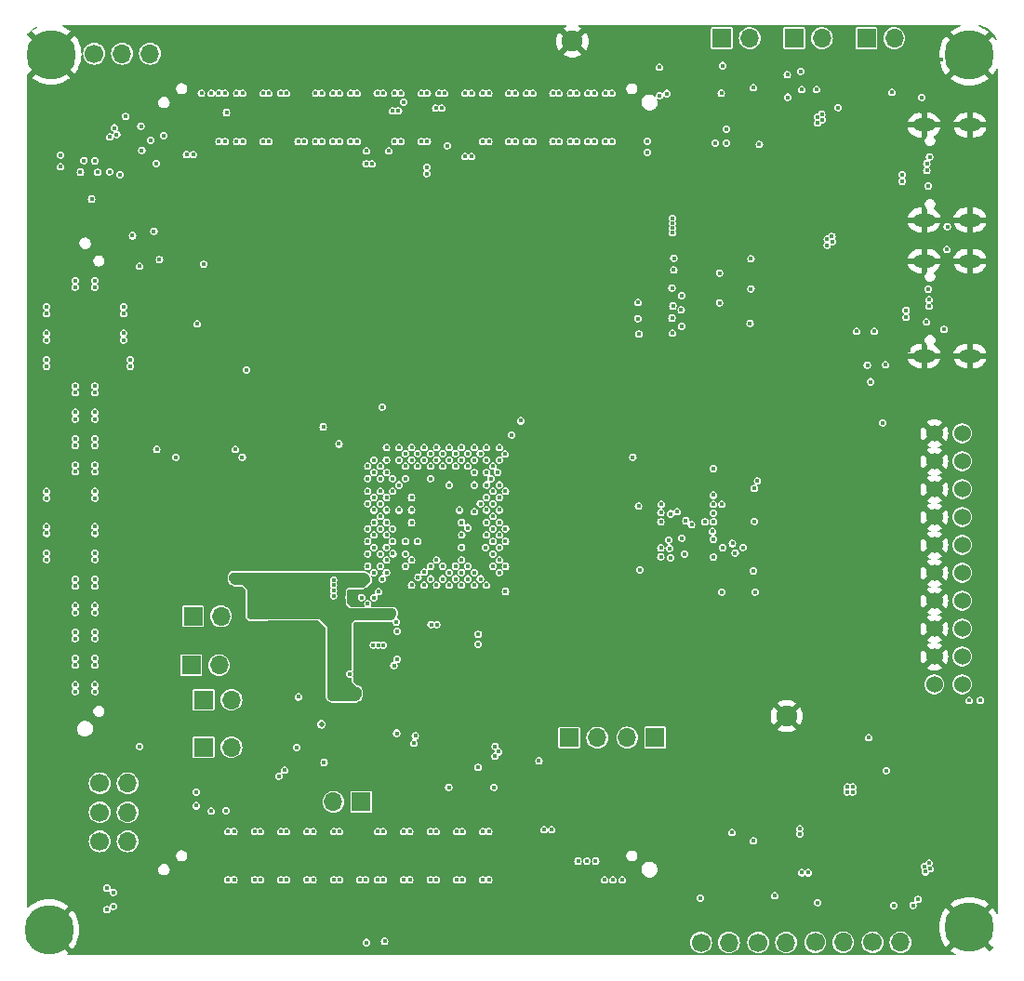
<source format=gbr>
G04 #@! TF.GenerationSoftware,KiCad,Pcbnew,7.0.2*
G04 #@! TF.CreationDate,2023-07-08T17:01:20+08:00*
G04 #@! TF.ProjectId,HPM1500_DDR3_CORE_RevB,48504d31-3530-4305-9f44-4452335f434f,rev?*
G04 #@! TF.SameCoordinates,Original*
G04 #@! TF.FileFunction,Copper,L2,Inr*
G04 #@! TF.FilePolarity,Positive*
%FSLAX46Y46*%
G04 Gerber Fmt 4.6, Leading zero omitted, Abs format (unit mm)*
G04 Created by KiCad (PCBNEW 7.0.2) date 2023-07-08 17:01:20*
%MOMM*%
%LPD*%
G01*
G04 APERTURE LIST*
G04 #@! TA.AperFunction,ComponentPad*
%ADD10C,1.700000*%
G04 #@! TD*
G04 #@! TA.AperFunction,ComponentPad*
%ADD11O,1.700000X1.700000*%
G04 #@! TD*
G04 #@! TA.AperFunction,ComponentPad*
%ADD12C,1.524000*%
G04 #@! TD*
G04 #@! TA.AperFunction,ComponentPad*
%ADD13C,1.900000*%
G04 #@! TD*
G04 #@! TA.AperFunction,ComponentPad*
%ADD14R,1.700000X1.700000*%
G04 #@! TD*
G04 #@! TA.AperFunction,ComponentPad*
%ADD15C,4.500000*%
G04 #@! TD*
G04 #@! TA.AperFunction,ComponentPad*
%ADD16O,2.000000X1.200000*%
G04 #@! TD*
G04 #@! TA.AperFunction,ViaPad*
%ADD17C,0.500000*%
G04 #@! TD*
G04 #@! TA.AperFunction,ViaPad*
%ADD18C,0.406400*%
G04 #@! TD*
G04 APERTURE END LIST*
D10*
X179695000Y-141185000D03*
D11*
X182235000Y-141185000D03*
D10*
X114545000Y-129355000D03*
D11*
X117085000Y-129355000D03*
D12*
X193070000Y-117714000D03*
X190530000Y-117714000D03*
X193070000Y-115174000D03*
X190530000Y-115174000D03*
X193070000Y-112634000D03*
X190530000Y-112634000D03*
X193070000Y-110094000D03*
X190530000Y-110094000D03*
X193070000Y-107554000D03*
X190530000Y-107554000D03*
X193070000Y-105014000D03*
X190530000Y-105014000D03*
X193070000Y-102474000D03*
X190530000Y-102474000D03*
X193070000Y-99934000D03*
X190530000Y-99934000D03*
X193070000Y-97394000D03*
X190530000Y-97394000D03*
X193070000Y-94854000D03*
X190530000Y-94854000D03*
D13*
X157585000Y-59150000D03*
D10*
X174485000Y-141205000D03*
D11*
X177025000Y-141205000D03*
D14*
X165115000Y-122540000D03*
D11*
X162575000Y-122540000D03*
D10*
X114545000Y-126705000D03*
D11*
X117085000Y-126705000D03*
D15*
X193725000Y-60430000D03*
X109945000Y-140045000D03*
D14*
X184345000Y-58865000D03*
D11*
X186885000Y-58865000D03*
D10*
X169295000Y-141205000D03*
D11*
X171835000Y-141205000D03*
D10*
X184895000Y-141185000D03*
D11*
X187435000Y-141185000D03*
D10*
X114045000Y-60285000D03*
D11*
X116585000Y-60285000D03*
X119125000Y-60285000D03*
D13*
X177085000Y-120600000D03*
D10*
X114545000Y-132005000D03*
D11*
X117085000Y-132005000D03*
D14*
X122875000Y-115955000D03*
D11*
X125415000Y-115955000D03*
D15*
X193725000Y-139830000D03*
D14*
X157305000Y-122555000D03*
D11*
X159845000Y-122555000D03*
D14*
X138365000Y-128405000D03*
D11*
X135825000Y-128405000D03*
D14*
X171185000Y-58865000D03*
D11*
X173725000Y-58865000D03*
D14*
X177765000Y-58865000D03*
D11*
X180305000Y-58865000D03*
D14*
X124005000Y-119115000D03*
D11*
X126545000Y-119115000D03*
D16*
X189599900Y-75420500D03*
X189600000Y-66780300D03*
X193779900Y-75420400D03*
X193780000Y-66780200D03*
D14*
X123045000Y-111505000D03*
D11*
X125585000Y-111505000D03*
D16*
X189599900Y-87795300D03*
X189600000Y-79155100D03*
X193779900Y-87795200D03*
X193780000Y-79155000D03*
D14*
X124005000Y-123427500D03*
D11*
X126545000Y-123427500D03*
D15*
X110124958Y-60347821D03*
D17*
X139415000Y-125155000D03*
D18*
X145615000Y-130065000D03*
X108285000Y-99111000D03*
X187375000Y-112135000D03*
X159405000Y-88040000D03*
X121805000Y-77885000D03*
X195617000Y-92905000D03*
X114145000Y-80039976D03*
X127705000Y-83085000D03*
X163437000Y-60525000D03*
X116384700Y-70541200D03*
D17*
X140345000Y-128085000D03*
D18*
X160975000Y-87445000D03*
X182485000Y-131050000D03*
X170925000Y-90435000D03*
X142370000Y-103540000D03*
X113285000Y-89635000D03*
X108285000Y-84797000D03*
X131165000Y-86515000D03*
X127017343Y-78666899D03*
X119935000Y-86685000D03*
X137025000Y-93400000D03*
X187745000Y-74355000D03*
D17*
X134755000Y-129675000D03*
D18*
X195885000Y-126913000D03*
X120115000Y-97605000D03*
X175375000Y-87695000D03*
X158765000Y-73105000D03*
X126855000Y-76635000D03*
X152060000Y-93850000D03*
X113375000Y-106855000D03*
X154755000Y-107530000D03*
X181405000Y-74585000D03*
D17*
X153245000Y-141805000D03*
D18*
X136755000Y-105824989D03*
X135785000Y-81135000D03*
D17*
X153975000Y-58575000D03*
D18*
X138415000Y-76065000D03*
X131835000Y-77255000D03*
X190805000Y-92961000D03*
X128492560Y-63795000D03*
X134245000Y-77465000D03*
X140845000Y-71295000D03*
X151490000Y-102400000D03*
X145790000Y-105820000D03*
X137805000Y-64535000D03*
X159015000Y-65045000D03*
X117545000Y-102335000D03*
X164665000Y-109285000D03*
X164495000Y-66825000D03*
X157405000Y-134705000D03*
X138950000Y-96700000D03*
X171985000Y-128550000D03*
X141818025Y-93925000D03*
X109715212Y-94439912D03*
D17*
X131031000Y-141615000D03*
D18*
X167585000Y-74555000D03*
X151675000Y-99045000D03*
X134895000Y-97845000D03*
X139595000Y-84805000D03*
X137635000Y-82835000D03*
X144637000Y-60525000D03*
X108241000Y-79951000D03*
X138645000Y-63885000D03*
X116955000Y-116875000D03*
X193865000Y-69555000D03*
X162925000Y-64775000D03*
X108285000Y-101397000D03*
X110105000Y-77655000D03*
X195617000Y-85285000D03*
X141800000Y-100690000D03*
X195885000Y-129199000D03*
X181735000Y-94350000D03*
X152007000Y-60525000D03*
X163585000Y-102285000D03*
X190935000Y-125809000D03*
D17*
X118029000Y-141615000D03*
D18*
X180375000Y-68265000D03*
X148605000Y-100675000D03*
X173145000Y-67145000D03*
X190385000Y-130005000D03*
X157755000Y-112865000D03*
X109670000Y-101420000D03*
D17*
X189965000Y-141535000D03*
D18*
X172345000Y-72196333D03*
D17*
X144195000Y-141845000D03*
D18*
X125125000Y-108505000D03*
X145300000Y-92025000D03*
D17*
X166775000Y-141845000D03*
D18*
X117125000Y-98715000D03*
X154395000Y-100805000D03*
X195885000Y-120055000D03*
X163545000Y-69165000D03*
X109715212Y-99240000D03*
X153485000Y-71855000D03*
X126025000Y-108505000D03*
X111825000Y-120425000D03*
X186425000Y-129585000D03*
X137779000Y-60525000D03*
X148685000Y-129185000D03*
X176765000Y-125165000D03*
X172465000Y-92305000D03*
X147795000Y-65225000D03*
X118985000Y-87655000D03*
X195617000Y-90619000D03*
X168105000Y-66105000D03*
X149805000Y-75035000D03*
X131465000Y-82905000D03*
X119035000Y-112605000D03*
X174745000Y-121705000D03*
X145285000Y-76545000D03*
X195617000Y-104335000D03*
X120065000Y-118111000D03*
X177845000Y-92129000D03*
X108241000Y-75379000D03*
X126225000Y-64945000D03*
X195617000Y-80713000D03*
X159465000Y-69505000D03*
X117075000Y-62245000D03*
X129735000Y-114005000D03*
X155555000Y-76195000D03*
X179119000Y-74585000D03*
X140065000Y-60525000D03*
X154565000Y-99465000D03*
X163645000Y-103965000D03*
X137945000Y-112715000D03*
X167455000Y-101515000D03*
X172945000Y-70095000D03*
X137045000Y-76985000D03*
X108285000Y-82511000D03*
X148545000Y-134175000D03*
X163575000Y-99845000D03*
D17*
X140045000Y-123745000D03*
D18*
X145235000Y-114055000D03*
X145220000Y-101830000D03*
X195885000Y-122341000D03*
X153475000Y-127195000D03*
X117605000Y-87155000D03*
X125335000Y-80655000D03*
X126765000Y-94985000D03*
X136705000Y-102444900D03*
X112295000Y-80045000D03*
X112325000Y-119245584D03*
X128395000Y-122755000D03*
X132492620Y-63795000D03*
X150925000Y-111000000D03*
D17*
X126697000Y-141615000D03*
D18*
X174885000Y-115215000D03*
X177745000Y-118615000D03*
X143135000Y-74455000D03*
X182735000Y-130300000D03*
X149815000Y-82835000D03*
X136435000Y-65105000D03*
X120555000Y-135635000D03*
X145895000Y-125595000D03*
X187350000Y-81875000D03*
D17*
X113695000Y-141615000D03*
D18*
X117155000Y-93125000D03*
X148555000Y-70625000D03*
X157765000Y-110885000D03*
X189385000Y-65515000D03*
X136835000Y-72655000D03*
X172345000Y-70095000D03*
X108285000Y-91655000D03*
X132665000Y-68955000D03*
X145725000Y-120295000D03*
X193865000Y-71841000D03*
X120065000Y-115825000D03*
X143205000Y-63835000D03*
X112559000Y-123945000D03*
X138315000Y-89610000D03*
X114605000Y-65465000D03*
X136895000Y-69445000D03*
X170915000Y-61955000D03*
X128365000Y-88070000D03*
X163445000Y-74340000D03*
X153435000Y-74195000D03*
X149805000Y-71795000D03*
X186435000Y-129115000D03*
D17*
X166005000Y-58765000D03*
D18*
X176185000Y-60545000D03*
X135493000Y-60525000D03*
X108285000Y-105969000D03*
X118135000Y-134855000D03*
X195885000Y-133771000D03*
D17*
X135365000Y-141615000D03*
D18*
X143510000Y-98980000D03*
X165531100Y-108395000D03*
X195617000Y-69537000D03*
X176265000Y-112275000D03*
X114115000Y-119240000D03*
X117365000Y-94545000D03*
X149838073Y-78930127D03*
X112964700Y-67531200D03*
X108585000Y-115455000D03*
X193115000Y-90675000D03*
X146255000Y-134185000D03*
X150605000Y-125655000D03*
X114845000Y-123945000D03*
X171196100Y-99700000D03*
X158725000Y-75685000D03*
X125885000Y-93215000D03*
X125275000Y-94995000D03*
X122615000Y-102235000D03*
X127645000Y-134195000D03*
X110954700Y-71101200D03*
X150349996Y-96700002D03*
X174795000Y-108935000D03*
X177045000Y-78185000D03*
X144385000Y-121605000D03*
X134625000Y-65285000D03*
X195885000Y-131485000D03*
X115099000Y-77665000D03*
D17*
X161625000Y-58765000D03*
D18*
X187555000Y-92973000D03*
X161685000Y-70605000D03*
X119465000Y-71235000D03*
X109715212Y-89639840D03*
X132485000Y-121805000D03*
X191261000Y-132598000D03*
X152060000Y-110950000D03*
X109715212Y-96839948D03*
X190805000Y-90675000D03*
X130145000Y-134205000D03*
X113265000Y-94885000D03*
X161151000Y-60525000D03*
X185575000Y-70725000D03*
X142351000Y-60525000D03*
X187555000Y-97545000D03*
X117385000Y-77665000D03*
X173635000Y-110863000D03*
X195617000Y-76141000D03*
X128455000Y-69745000D03*
X122195000Y-92955000D03*
X136385000Y-74155000D03*
X128465000Y-71845000D03*
X187555000Y-102117000D03*
X182650000Y-86575000D03*
X121755000Y-81675000D03*
X153345000Y-76445000D03*
X172515000Y-102480100D03*
X134835000Y-117525000D03*
X129015000Y-80575000D03*
X163515000Y-124545000D03*
X164855000Y-132355000D03*
X132665000Y-93350000D03*
X109715212Y-107240000D03*
X163881000Y-106490000D03*
X153175000Y-109805000D03*
X183184025Y-67647276D03*
X108285000Y-93941000D03*
X162097804Y-65645000D03*
X136475000Y-99104900D03*
X121685000Y-98265000D03*
X164335000Y-87455000D03*
X178089000Y-68265000D03*
X152065000Y-119875000D03*
X179315000Y-122415000D03*
D17*
X150175000Y-141875000D03*
D18*
X174759000Y-78185000D03*
X120109707Y-75092884D03*
X173380000Y-73510000D03*
X154047792Y-130740106D03*
X142125000Y-134205000D03*
X157945000Y-90605000D03*
X167359000Y-68135000D03*
X133315000Y-63805000D03*
X189355000Y-77000000D03*
X142485000Y-80105000D03*
X133495000Y-84925000D03*
X108241000Y-70807000D03*
X164715000Y-110375000D03*
X169495000Y-66105000D03*
X195617000Y-73855000D03*
X169645000Y-68135000D03*
D17*
X189885000Y-58925000D03*
D18*
X146905000Y-63935000D03*
X121675000Y-88045000D03*
X161645000Y-78805000D03*
X148125000Y-126045000D03*
X174835000Y-126015000D03*
X153395000Y-82935000D03*
X124985000Y-77355000D03*
X128330722Y-124756830D03*
X184535000Y-62605000D03*
X186135000Y-124605000D03*
X177355000Y-95465000D03*
X108285000Y-112827000D03*
D17*
X123095000Y-58855000D03*
D18*
X137845000Y-110365000D03*
X113944700Y-71511200D03*
X130921000Y-60525000D03*
X195617000Y-71823000D03*
X153645000Y-104280100D03*
D17*
X125460714Y-58575000D03*
D18*
X171485000Y-128550000D03*
X151490000Y-108100000D03*
X176755000Y-108225000D03*
X130515000Y-65205000D03*
X195617000Y-64965000D03*
X168745000Y-107035000D03*
X191211000Y-134248000D03*
X108285000Y-87083000D03*
X181345000Y-78995000D03*
X108241000Y-77665000D03*
X156579000Y-60525000D03*
X148935000Y-111645000D03*
X179059000Y-78995000D03*
X128675000Y-117965000D03*
X123555000Y-75560000D03*
X155445000Y-64945000D03*
X178255000Y-81735000D03*
X114115000Y-102440000D03*
X151945000Y-115445000D03*
X138935000Y-112705000D03*
X173285000Y-75005000D03*
D17*
X134905000Y-130725000D03*
D18*
X190735000Y-131005000D03*
X124845000Y-84885000D03*
X119045000Y-114295000D03*
X173335000Y-74255000D03*
X128415000Y-121075000D03*
X134785000Y-118365000D03*
X120465000Y-133005000D03*
X112745000Y-102595000D03*
X166436000Y-98100000D03*
X145225000Y-111025000D03*
X141779900Y-110770000D03*
X145275000Y-103925000D03*
X158865000Y-60525000D03*
X187375000Y-107563000D03*
X138445000Y-112715000D03*
X113055000Y-99305000D03*
X108285000Y-96227000D03*
X163545000Y-70240000D03*
X175745000Y-69345000D03*
X195885000Y-124627000D03*
X123905000Y-88135000D03*
X128445000Y-73535000D03*
X153245000Y-121085000D03*
X193225000Y-77545000D03*
X113335000Y-84865000D03*
X108241000Y-73093000D03*
X124565000Y-99525000D03*
X165285000Y-112635000D03*
X136285000Y-134005000D03*
X132675000Y-120685000D03*
X137895000Y-134085000D03*
X142335000Y-83785000D03*
X150585000Y-122555000D03*
X172145000Y-106305000D03*
X109540106Y-84842208D03*
X126895000Y-70325000D03*
D17*
X148272142Y-58575000D03*
D18*
X164875000Y-101195000D03*
X153284990Y-94570008D03*
X135635000Y-120305000D03*
X109715212Y-92039876D03*
X188845000Y-60835000D03*
X143905000Y-70175000D03*
X114385000Y-73525000D03*
X195617000Y-95191000D03*
X109715212Y-82439732D03*
X134485000Y-119805000D03*
X108285000Y-108255000D03*
X172105000Y-108080000D03*
X131885000Y-74655000D03*
X108241000Y-68521000D03*
X161705000Y-75735000D03*
X137240000Y-109755000D03*
D17*
X137965000Y-130905000D03*
X147225000Y-141835000D03*
D18*
X176355000Y-103085000D03*
X168715000Y-91445000D03*
X193115000Y-92961000D03*
X112925000Y-103845000D03*
X119675000Y-77715000D03*
D17*
X142569285Y-58575000D03*
D18*
X142370000Y-102400000D03*
X176485000Y-99405000D03*
X171165900Y-103730200D03*
X184420000Y-87195000D03*
X154395000Y-68935000D03*
X154892780Y-63795000D03*
X125565000Y-108505000D03*
X154293000Y-60525000D03*
X118295000Y-118085000D03*
X119985000Y-62345000D03*
X175135000Y-103811000D03*
X159885000Y-127245000D03*
X108285000Y-110541000D03*
X150865000Y-64705000D03*
X172335000Y-71135000D03*
X132675000Y-134225000D03*
X123545000Y-78825000D03*
X142685000Y-82115000D03*
X123935000Y-90335000D03*
X113275000Y-87375000D03*
X120245000Y-80465000D03*
D17*
X122363000Y-141615000D03*
D18*
X128525000Y-68315000D03*
X131545000Y-96625000D03*
X133425000Y-78745000D03*
X117655000Y-96265000D03*
X126965000Y-73615000D03*
X133207000Y-60525000D03*
X108285000Y-103683000D03*
X128255000Y-64945000D03*
X172455000Y-101680000D03*
X186415000Y-130045000D03*
X175735000Y-84031000D03*
X145220004Y-102970000D03*
X117085000Y-121805000D03*
X137109900Y-95175000D03*
X127405000Y-87465000D03*
X195617000Y-97477000D03*
X109715212Y-102440000D03*
X148640000Y-93850000D03*
X195435000Y-106855000D03*
X180525000Y-64315000D03*
X112124700Y-67891200D03*
X138335000Y-74105000D03*
X187145000Y-78995000D03*
X195617000Y-102049000D03*
X195617000Y-87571000D03*
X149210000Y-103540000D03*
X173285000Y-75955000D03*
X170285000Y-97095000D03*
X195635000Y-118655000D03*
X168665000Y-60935000D03*
X149721000Y-60525000D03*
X126025000Y-86265000D03*
X152995000Y-64945000D03*
X109614700Y-74375200D03*
X125955000Y-102885000D03*
X132865000Y-64735000D03*
X114115000Y-112040000D03*
X141735000Y-114655000D03*
X161145000Y-124435000D03*
X172495000Y-117435000D03*
X161715000Y-73095000D03*
X191131000Y-60835000D03*
X188205000Y-87345000D03*
X172605000Y-97680000D03*
X150892780Y-63795000D03*
X171725000Y-113525000D03*
X153795000Y-135195000D03*
X121795000Y-75485000D03*
X195617000Y-99763000D03*
X108285000Y-89369000D03*
X162092780Y-63795000D03*
X109715212Y-87239804D03*
X171685000Y-124985000D03*
D17*
X131163571Y-58575000D03*
D18*
X108241000Y-66235000D03*
X165701000Y-104395100D03*
X125645000Y-134185000D03*
D17*
X131495000Y-124515000D03*
D18*
X158965000Y-91555000D03*
X121615000Y-85625000D03*
X109715212Y-109640000D03*
X153345000Y-79585000D03*
X122705000Y-82995000D03*
X109715212Y-112040000D03*
X141385000Y-72705000D03*
D17*
X114055000Y-58575000D03*
D18*
X195617000Y-82999000D03*
X163244691Y-127094344D03*
X164836000Y-102860200D03*
X151620000Y-105810000D03*
X141115000Y-86765000D03*
X186855000Y-76375000D03*
D17*
X136866428Y-58575000D03*
D18*
X129425000Y-84785000D03*
X114075000Y-109635000D03*
X111004700Y-70051200D03*
X158725000Y-78805000D03*
X134455000Y-75625000D03*
X163595000Y-72565000D03*
X145220000Y-100690000D03*
X195617000Y-67251000D03*
X169120271Y-99258704D03*
X147500000Y-99550000D03*
X156175000Y-99845000D03*
X195617000Y-78427000D03*
X173114000Y-68526000D03*
X132215000Y-93060000D03*
X178345000Y-61875000D03*
X166695000Y-76595000D03*
X115445000Y-71035000D03*
X182585000Y-127050000D03*
X183475000Y-85555000D03*
X184535000Y-122550000D03*
X123335000Y-128755000D03*
X182585000Y-127505000D03*
X178455000Y-63545000D03*
X123327575Y-127505000D03*
X113815000Y-73515000D03*
X183085000Y-127505000D03*
X127895000Y-89060000D03*
X123395000Y-84870000D03*
X126035000Y-129195000D03*
X166810000Y-79980000D03*
X166185000Y-63905000D03*
X185050000Y-85550000D03*
X158095292Y-133795292D03*
X140845000Y-69145000D03*
X166695000Y-76161666D03*
X166695000Y-75728333D03*
X166735000Y-83250000D03*
X170975000Y-80264285D03*
X142940000Y-100690000D03*
X138845000Y-69145000D03*
X166695000Y-75295000D03*
X158900000Y-133800000D03*
X170975000Y-82975000D03*
X171135000Y-63895000D03*
X166670000Y-85717855D03*
X144649999Y-98980000D03*
X183085000Y-127050000D03*
X159695292Y-133795292D03*
X142370000Y-98980000D03*
X118195000Y-123345000D03*
X118157500Y-79632500D03*
X184735000Y-90150000D03*
X174065000Y-107377000D03*
X150165000Y-98980000D03*
X174125000Y-99855000D03*
X150350000Y-102400000D03*
X150350000Y-105820000D03*
X149780000Y-100690000D03*
X174195000Y-109293000D03*
X163605000Y-101465000D03*
X170396000Y-102100000D03*
X165635900Y-102899900D03*
X170435900Y-98060100D03*
X174165000Y-102885000D03*
X149785000Y-104100000D03*
X174425000Y-99185000D03*
X163085000Y-97015000D03*
X163725000Y-107279900D03*
X166331000Y-104555000D03*
X181785000Y-65205000D03*
X171275000Y-61365000D03*
X141625000Y-112850000D03*
X132485000Y-123455000D03*
X145220000Y-108670000D03*
X141800000Y-101830000D03*
X147500000Y-102970000D03*
X142370000Y-104680000D03*
X147315000Y-101830000D03*
X143510000Y-104680000D03*
X142940000Y-102970000D03*
X142940000Y-101830000D03*
X140244996Y-108100004D03*
X136335000Y-95820000D03*
X134900000Y-94250000D03*
X141800000Y-99550000D03*
X119485000Y-76455000D03*
X144725000Y-112275000D03*
X141535000Y-112030000D03*
X132625000Y-118850000D03*
X143522945Y-107965000D03*
X149022500Y-113147500D03*
X147500000Y-105250000D03*
X145232503Y-112275000D03*
X164384702Y-69248100D03*
X180785000Y-77165000D03*
X174085000Y-131950000D03*
X146327000Y-127075000D03*
X189715000Y-134765000D03*
X190135000Y-134500000D03*
X179870000Y-66605000D03*
X178485000Y-134850000D03*
X181235000Y-77400000D03*
X181200000Y-76910000D03*
X180285000Y-65800000D03*
X177145000Y-62185000D03*
X189635000Y-134300000D03*
X160495292Y-135505000D03*
X180320000Y-66290000D03*
X179870000Y-66055000D03*
X180785000Y-77715000D03*
X172085000Y-131200000D03*
X179035000Y-134850000D03*
X178285000Y-130850000D03*
X171590000Y-68421500D03*
X162095292Y-135505000D03*
X178285000Y-131300000D03*
X171590000Y-67150000D03*
X164409702Y-68248100D03*
X190035000Y-134000000D03*
X161295292Y-135505000D03*
X185849575Y-93880000D03*
X186135000Y-125555000D03*
X115445000Y-67855000D03*
X147500000Y-106390000D03*
X148975000Y-125255000D03*
X150453200Y-127086200D03*
X148975000Y-114050000D03*
X166650000Y-81625000D03*
X165525000Y-61525000D03*
X124710000Y-129255000D03*
X166650000Y-84353570D03*
X154995000Y-130945000D03*
X165535000Y-64105000D03*
X166825000Y-78900000D03*
X155695000Y-130945000D03*
X141245000Y-105810000D03*
X146360000Y-99550000D03*
X189975000Y-72325000D03*
X186655000Y-63795000D03*
X191710000Y-76025000D03*
X190100000Y-69675000D03*
X189405000Y-64265000D03*
X191400000Y-85375000D03*
X189825000Y-84725000D03*
X189975000Y-81725000D03*
X191680000Y-78115000D03*
X116708748Y-85737778D03*
X141230000Y-100120000D03*
X140090000Y-98980000D03*
X109731252Y-83337742D03*
X140090000Y-100120000D03*
X116708748Y-86347378D03*
X109731252Y-83947342D03*
X138950000Y-98980000D03*
X116708748Y-83337742D03*
X140660000Y-98410000D03*
X116708748Y-83947342D03*
X139520000Y-98410000D03*
X140090000Y-97840000D03*
X112308960Y-80937706D03*
X112308960Y-81547306D03*
X138950000Y-97840000D03*
X140660000Y-97270000D03*
X114092708Y-80937706D03*
X140090000Y-103540000D03*
X109731252Y-103337998D03*
X172395000Y-105735000D03*
X171205000Y-109305000D03*
X160613112Y-63873400D03*
X161172466Y-63873401D03*
X141335000Y-116005000D03*
X148640000Y-107530000D03*
X131365000Y-125525000D03*
X146930000Y-106960000D03*
X146930000Y-97840000D03*
X148640000Y-97270000D03*
X163525000Y-84405000D03*
X138380000Y-109810000D03*
X139935000Y-109255000D03*
X138950000Y-110380000D03*
X139520000Y-109810000D03*
X137285000Y-116755000D03*
X145220000Y-97270000D03*
X167485000Y-83600000D03*
X148640000Y-98410000D03*
X167525000Y-85100000D03*
X148640000Y-99550000D03*
X163625000Y-85800000D03*
X130855000Y-126055000D03*
X145220000Y-106390000D03*
X141620000Y-115420000D03*
X154535000Y-124685000D03*
D17*
X134745000Y-121335000D03*
D18*
X174595000Y-68545000D03*
X170595000Y-68395000D03*
X138950000Y-103540000D03*
X109731252Y-103947598D03*
X109731252Y-105737998D03*
X138950000Y-104680000D03*
X109731252Y-106347598D03*
X141230000Y-104680000D03*
X112308960Y-108137986D03*
X140090000Y-105820000D03*
X140660000Y-106390000D03*
X112308960Y-108747586D03*
X112308960Y-110537998D03*
X112308960Y-111147598D03*
X112308960Y-112937998D03*
X112308960Y-113547598D03*
X112308960Y-118347598D03*
X112308960Y-117737998D03*
X112795000Y-71055000D03*
X123812820Y-63873400D03*
X124725000Y-63885000D03*
X116925000Y-65985000D03*
X115885000Y-67035000D03*
X125412844Y-63873400D03*
X125972198Y-63873401D03*
X140660000Y-96130000D03*
X140250000Y-92450000D03*
X114105000Y-70035000D03*
X127012868Y-63873400D03*
X118305994Y-66884006D03*
X127572222Y-63873401D03*
X120365000Y-67725000D03*
X141800000Y-96130000D03*
X129412904Y-68273188D03*
X129972258Y-68273189D03*
X142370000Y-96700000D03*
X132612952Y-68273188D03*
X133172306Y-68273189D03*
X134212976Y-68273188D03*
X134772330Y-68273189D03*
X135813000Y-68273188D03*
X136372354Y-68273189D03*
X137413024Y-63873400D03*
X137972378Y-63873401D03*
X139813060Y-63873400D03*
X145795000Y-97825000D03*
X140372414Y-63873401D03*
X145790000Y-96700000D03*
X141413084Y-63873400D03*
X141972438Y-63873401D03*
X141190016Y-65494502D03*
X143813100Y-63873400D03*
X141745000Y-65495000D03*
X145695000Y-65245000D03*
X144372454Y-63873401D03*
X146360000Y-96130000D03*
X144315000Y-70625000D03*
X144315000Y-71205000D03*
X146360000Y-97270000D03*
X148372466Y-63873401D03*
X148070000Y-97840000D03*
X147813112Y-63873400D03*
X148640000Y-96130000D03*
X149413112Y-63873400D03*
X149972466Y-63873401D03*
X149210000Y-96700000D03*
X151813112Y-63873400D03*
X149780000Y-98410000D03*
X152372466Y-63873401D03*
X149780000Y-96130000D03*
X153413112Y-68273188D03*
X153972466Y-68273189D03*
X149780000Y-97270000D03*
X155813112Y-63873400D03*
X152060000Y-94990000D03*
X152875000Y-93700000D03*
X156372466Y-63873401D03*
X150350000Y-97840000D03*
X157413112Y-63873400D03*
X150775000Y-98410000D03*
X157972466Y-63873401D03*
X151470008Y-96740008D03*
X159013112Y-63873400D03*
X159572466Y-63873401D03*
X160613112Y-68273188D03*
X161172466Y-68273189D03*
X142242972Y-135499788D03*
X147500000Y-108670000D03*
X144642972Y-131100000D03*
X148070000Y-106960000D03*
X145170316Y-131100000D03*
X145170316Y-135499788D03*
X148070000Y-108100000D03*
X147042972Y-131100000D03*
X148640000Y-108670000D03*
X147570316Y-131100000D03*
X147570316Y-135499788D03*
X189848159Y-70295400D03*
X187625000Y-71295400D03*
X187625000Y-71905000D03*
X189848159Y-70905000D03*
X187969437Y-84279800D03*
X190033983Y-83279800D03*
X187969437Y-83670200D03*
X190033983Y-82670200D03*
X139460000Y-114140000D03*
X140370000Y-114145000D03*
X139910000Y-114140000D03*
X135845000Y-109158332D03*
X135845000Y-108681666D03*
X135845000Y-109635000D03*
X135835000Y-108205000D03*
X170396000Y-101299900D03*
X150920000Y-99550000D03*
X171196100Y-101299900D03*
X150350000Y-100120000D03*
X150920000Y-102970000D03*
X165658500Y-101311200D03*
X165635900Y-102060100D03*
X149780000Y-102970000D03*
X168431000Y-103180000D03*
X149210000Y-101260000D03*
X167906000Y-102805000D03*
X150350000Y-101260000D03*
X151490000Y-100120000D03*
X170435900Y-102899900D03*
X150920000Y-100690000D03*
X169635800Y-102899900D03*
X166508000Y-102172000D03*
X149780000Y-101830000D03*
X150920000Y-101830000D03*
X167133050Y-101996950D03*
X151490000Y-103540000D03*
X165637950Y-106102050D03*
X166506000Y-106180000D03*
X150350000Y-103540000D03*
X165631000Y-105280000D03*
X150920000Y-104110000D03*
X166406000Y-105305000D03*
X151490000Y-104680000D03*
X167806000Y-105830000D03*
X150350000Y-104680000D03*
X150920000Y-105250000D03*
X167556000Y-104405000D03*
X170321000Y-103775000D03*
X150920000Y-106390000D03*
X170396000Y-104499800D03*
X151490000Y-106960000D03*
X150350000Y-106960000D03*
X171235800Y-105260000D03*
X151490000Y-109240000D03*
X172153443Y-104879900D03*
X117535000Y-76855000D03*
X116414700Y-71291200D03*
X111004700Y-69526200D03*
X110979700Y-70576200D03*
X170396000Y-100475000D03*
X149780000Y-99550000D03*
X128485000Y-111455000D03*
X137810000Y-108100000D03*
X136425000Y-118365000D03*
X136435000Y-118905000D03*
X136875000Y-118385000D03*
X129585000Y-111455000D03*
X141295000Y-111460000D03*
X126615000Y-107995000D03*
X138960000Y-108100000D03*
X141315000Y-111000000D03*
X128065000Y-107995000D03*
X129465000Y-107995000D03*
X149675000Y-105255000D03*
X173095000Y-105245000D03*
X148655000Y-101995000D03*
X114131040Y-112937998D03*
X114131040Y-115337998D03*
X112308960Y-115947598D03*
X112308960Y-115337998D03*
X194735000Y-119155000D03*
X193695000Y-119165000D03*
X114131040Y-115947598D03*
X114131040Y-103337998D03*
X140660000Y-104110000D03*
X139520000Y-104110000D03*
X114131040Y-103947598D03*
X114131040Y-105737998D03*
X139520000Y-105250000D03*
X114131040Y-106347598D03*
X138950000Y-105820000D03*
X114131040Y-108137998D03*
X140090000Y-106960000D03*
X114131040Y-108747598D03*
X138950000Y-106960000D03*
X114131040Y-111147598D03*
X139520000Y-107530000D03*
X114131040Y-110537998D03*
X140660000Y-107530000D03*
X114131040Y-113547598D03*
X179925000Y-137575000D03*
X115785000Y-136655000D03*
X115785000Y-137905000D03*
X114131040Y-117737998D03*
X115185000Y-136255000D03*
X186825000Y-137845000D03*
X115185000Y-138205000D03*
X114131040Y-118347598D03*
X142242984Y-131100000D03*
X146930000Y-108100000D03*
X147500000Y-107530000D03*
X142770328Y-131100000D03*
X149210000Y-108100000D03*
X149442972Y-131100000D03*
X149970316Y-131100000D03*
X149780000Y-108670000D03*
X144650000Y-106960000D03*
X133970180Y-131100000D03*
X145790000Y-106960000D03*
X136370216Y-131100000D03*
X128642764Y-131100000D03*
X142940000Y-106390000D03*
X144088630Y-107484110D03*
X131042800Y-131100000D03*
X146360000Y-107530000D03*
X140370276Y-131100000D03*
X142370000Y-106960000D03*
X126770072Y-131100000D03*
X133442836Y-131100000D03*
X144650000Y-108100000D03*
X145790000Y-108100000D03*
X135842872Y-131100000D03*
X129170108Y-131100000D03*
X142940000Y-108670000D03*
X131570144Y-131100000D03*
X144080000Y-108670000D03*
X146360000Y-108670000D03*
X139842932Y-131100000D03*
X131570144Y-135499788D03*
X136370216Y-135499788D03*
X140485000Y-141105000D03*
X140370280Y-135499788D03*
X129170108Y-135499788D03*
X133970180Y-135499788D03*
X138770256Y-135499788D03*
X150555000Y-123355000D03*
X143285000Y-122405000D03*
X131042800Y-135499788D03*
X141585000Y-122155000D03*
X150535000Y-124255000D03*
X135842872Y-135499788D03*
X143135000Y-123055000D03*
X150845000Y-123845000D03*
X139842936Y-135499788D03*
X128642764Y-135499788D03*
X133442836Y-135499788D03*
X138242912Y-135499788D03*
X138835000Y-141205000D03*
X155813112Y-68273188D03*
X156372466Y-68273189D03*
X157413112Y-68273188D03*
X150920000Y-96130000D03*
X159013112Y-68273188D03*
X159572466Y-68273189D03*
X150920000Y-97270000D03*
X157972466Y-68273189D03*
X141972438Y-68273189D03*
X146176094Y-68655000D03*
X118385000Y-69075000D03*
X127012868Y-68273188D03*
X134772330Y-63873401D03*
X136372354Y-63873401D03*
X144372466Y-68273189D03*
X142235000Y-64680000D03*
X153413112Y-63873400D03*
X119985000Y-79025000D03*
X123059800Y-69476418D03*
X124025000Y-79445000D03*
X113125000Y-70025000D03*
X125972198Y-68273189D03*
X126095000Y-65635000D03*
X116095000Y-67655000D03*
X149972466Y-68273189D03*
X152372466Y-68273189D03*
X125412844Y-68273188D03*
X119715000Y-70275000D03*
X119185000Y-68145000D03*
X127572222Y-68273189D03*
X134212976Y-63873400D03*
X135813000Y-63873400D03*
X141413084Y-68273188D03*
X145145000Y-65245000D03*
X143813112Y-68273188D03*
X153972466Y-63873401D03*
X149413112Y-68273188D03*
X151813112Y-68273188D03*
X114384700Y-71066200D03*
X122450200Y-69476418D03*
X129972258Y-63873401D03*
X142940000Y-96130000D03*
X147500000Y-96130000D03*
X145972466Y-63873401D03*
X143510000Y-96700000D03*
X131572282Y-63873401D03*
X138800000Y-70300000D03*
X144650000Y-96700000D03*
X145413112Y-63873400D03*
X146930000Y-96700000D03*
X148400092Y-69646739D03*
X148070000Y-96700000D03*
X142940000Y-97270000D03*
X131012928Y-63873400D03*
X147500000Y-97270000D03*
X147790492Y-69646739D03*
X129412904Y-63873400D03*
X142370000Y-97840000D03*
X139350000Y-70325000D03*
X144650000Y-97840000D03*
X137413024Y-68273188D03*
X144080000Y-96130000D03*
X144080000Y-97270000D03*
X137972378Y-68273189D03*
X142370000Y-105820000D03*
X126242728Y-131100000D03*
X126242728Y-135499788D03*
X126770072Y-135499788D03*
X142770316Y-135499788D03*
X144642972Y-135499788D03*
X147042972Y-135499788D03*
X149442972Y-135499788D03*
X149970316Y-135499788D03*
X175995000Y-136945000D03*
X169235000Y-137145000D03*
X177165000Y-64245000D03*
X179785000Y-63535000D03*
X174065000Y-63385000D03*
X189015000Y-137275000D03*
X184435000Y-88655000D03*
X188585000Y-137825000D03*
X186085000Y-88605000D03*
X114092708Y-81547306D03*
X139520000Y-97270000D03*
X109731252Y-88747414D03*
X139545000Y-102970000D03*
X140660000Y-102970000D03*
X109731252Y-88137814D03*
X140660000Y-101830000D03*
X109731252Y-85737778D03*
X117343748Y-88137814D03*
X140090000Y-101260000D03*
X139520000Y-101830000D03*
X109731252Y-86347378D03*
X117343748Y-88747414D03*
X138950000Y-101260000D03*
X112308960Y-95337922D03*
X114131040Y-95337922D03*
X112308960Y-95947522D03*
X114131040Y-95947522D03*
X112308960Y-92937886D03*
X114131040Y-92937886D03*
X112308960Y-93547486D03*
X114131040Y-93547486D03*
X112308960Y-90537850D03*
X114131040Y-90537850D03*
X112308960Y-91147450D03*
X114131040Y-91147450D03*
X114131040Y-100137998D03*
X112308960Y-97737958D03*
X114131040Y-100747598D03*
X112308960Y-98347558D03*
X114131040Y-97737958D03*
X126895000Y-96305000D03*
X138950000Y-100120000D03*
X109731252Y-100137998D03*
X119745000Y-96305000D03*
X114131040Y-98347558D03*
X121505000Y-97025000D03*
X109731252Y-100747598D03*
X127525000Y-97025000D03*
X139520000Y-100690000D03*
X148070000Y-103445000D03*
X134975000Y-124825000D03*
X147505000Y-104110000D03*
X140090000Y-102400000D03*
X141230000Y-98980000D03*
X173835000Y-81705000D03*
X140660000Y-100690000D03*
X167535000Y-82305000D03*
X143510000Y-97840000D03*
X141230000Y-103540000D03*
X140660000Y-105250000D03*
X173835000Y-78955000D03*
X163535000Y-82935000D03*
X145220000Y-96130000D03*
X141800000Y-97270000D03*
X173750000Y-84850000D03*
X170411000Y-106115000D03*
X150920000Y-107530000D03*
G04 #@! TA.AperFunction,Conductor*
G36*
X138637787Y-107544438D02*
G01*
X138933635Y-107666982D01*
X138973862Y-107693862D01*
X139036137Y-107756137D01*
X139063017Y-107796365D01*
X139185561Y-108092212D01*
X139195000Y-108139665D01*
X139195000Y-108293638D01*
X139175315Y-108360677D01*
X139158681Y-108381319D01*
X138773862Y-108766137D01*
X138733634Y-108793017D01*
X138470978Y-108901812D01*
X138441318Y-108914099D01*
X138437788Y-108915561D01*
X138390335Y-108925000D01*
X137115000Y-108925000D01*
X136945000Y-109095000D01*
X136945000Y-109215207D01*
X136945000Y-109215208D01*
X136945000Y-109571328D01*
X136928388Y-109633326D01*
X136927422Y-109635000D01*
X136924449Y-109640149D01*
X136904197Y-109755000D01*
X136924448Y-109869851D01*
X136928385Y-109876668D01*
X136945000Y-109938671D01*
X136945000Y-110415000D01*
X137315000Y-110785000D01*
X141195985Y-110785000D01*
X141243437Y-110794438D01*
X141402547Y-110860344D01*
X141456950Y-110904185D01*
X141469655Y-110927452D01*
X141535561Y-111086562D01*
X141545000Y-111134015D01*
X141545000Y-111310334D01*
X141535561Y-111357787D01*
X141413017Y-111653634D01*
X141386137Y-111693862D01*
X141363862Y-111716137D01*
X141323634Y-111743017D01*
X141027788Y-111865561D01*
X140980335Y-111875000D01*
X137755000Y-111875000D01*
X137515000Y-112115000D01*
X137515000Y-112284705D01*
X137515000Y-112284706D01*
X137515000Y-116309699D01*
X137495315Y-116376738D01*
X137442511Y-116422493D01*
X137373353Y-116432437D01*
X137348592Y-116426222D01*
X137343311Y-116424300D01*
X137226689Y-116424300D01*
X137117099Y-116464186D01*
X137027760Y-116539151D01*
X136969449Y-116640149D01*
X136949197Y-116755000D01*
X136966413Y-116852634D01*
X136969449Y-116869851D01*
X137027761Y-116970849D01*
X137117099Y-117045813D01*
X137226689Y-117085700D01*
X137343310Y-117085700D01*
X137343311Y-117085700D01*
X137348589Y-117083778D01*
X137418317Y-117079346D01*
X137479373Y-117113316D01*
X137512371Y-117174902D01*
X137515000Y-117200300D01*
X137515000Y-117515000D01*
X137965000Y-117965000D01*
X138065000Y-117965000D01*
X138212925Y-118026272D01*
X138253152Y-118053152D01*
X138257558Y-118057558D01*
X138284438Y-118097786D01*
X138375561Y-118317775D01*
X138385000Y-118365228D01*
X138385000Y-118640334D01*
X138375561Y-118687787D01*
X138253017Y-118983634D01*
X138226137Y-119023862D01*
X138153862Y-119096137D01*
X138113634Y-119123017D01*
X137817788Y-119245561D01*
X137770335Y-119255000D01*
X135767655Y-119255000D01*
X135720202Y-119245561D01*
X135452452Y-119134655D01*
X135398049Y-119090814D01*
X135385344Y-119067546D01*
X135274439Y-118799796D01*
X135265000Y-118752344D01*
X135265000Y-112675000D01*
X135265000Y-112674999D01*
X135265000Y-112475000D01*
X134545000Y-111755000D01*
X134345000Y-111755000D01*
X129836213Y-111755000D01*
X129815000Y-111755000D01*
X129800000Y-111770000D01*
X129786573Y-111775561D01*
X129739122Y-111785000D01*
X128304015Y-111785000D01*
X128256562Y-111775561D01*
X128097452Y-111709655D01*
X128043049Y-111665814D01*
X128030344Y-111642546D01*
X127964439Y-111483436D01*
X127955000Y-111435984D01*
X127955000Y-109245000D01*
X127955000Y-109045000D01*
X127575000Y-108665000D01*
X127375000Y-108665000D01*
X126919665Y-108665000D01*
X126872212Y-108655561D01*
X126576365Y-108533017D01*
X126536137Y-108506137D01*
X126483862Y-108453862D01*
X126456982Y-108413633D01*
X126370564Y-108205000D01*
X135499197Y-108205000D01*
X135514036Y-108289151D01*
X135519449Y-108319851D01*
X135543020Y-108360677D01*
X135559946Y-108389993D01*
X135576419Y-108457893D01*
X135559946Y-108513993D01*
X135529449Y-108566815D01*
X135509197Y-108681665D01*
X135524092Y-108766137D01*
X135529449Y-108796517D01*
X135552072Y-108835700D01*
X135564946Y-108857999D01*
X135581419Y-108925899D01*
X135564946Y-108981999D01*
X135529449Y-109043481D01*
X135509197Y-109158331D01*
X135529449Y-109273183D01*
X135564946Y-109334666D01*
X135581419Y-109402567D01*
X135564946Y-109458666D01*
X135529449Y-109520148D01*
X135509197Y-109635000D01*
X135526413Y-109732634D01*
X135529449Y-109749851D01*
X135532422Y-109755000D01*
X135564176Y-109810000D01*
X135587761Y-109850849D01*
X135677099Y-109925813D01*
X135786689Y-109965700D01*
X135903311Y-109965700D01*
X136012901Y-109925813D01*
X136102239Y-109850849D01*
X136160551Y-109749851D01*
X136180802Y-109635000D01*
X136160551Y-109520149D01*
X136125052Y-109458664D01*
X136108580Y-109390767D01*
X136125053Y-109334666D01*
X136160551Y-109273183D01*
X136180802Y-109158332D01*
X136160551Y-109043481D01*
X136125052Y-108981996D01*
X136108580Y-108914099D01*
X136125052Y-108858001D01*
X136160551Y-108796517D01*
X136180802Y-108681666D01*
X136160551Y-108566815D01*
X136144133Y-108538379D01*
X136120054Y-108496672D01*
X136103581Y-108428772D01*
X136120053Y-108372674D01*
X136150551Y-108319851D01*
X136170802Y-108205000D01*
X136150551Y-108090149D01*
X136092239Y-107989151D01*
X136002901Y-107914187D01*
X136002900Y-107914186D01*
X135893311Y-107874300D01*
X135776689Y-107874300D01*
X135667099Y-107914186D01*
X135577760Y-107989151D01*
X135519449Y-108090149D01*
X135499197Y-108205000D01*
X126370564Y-108205000D01*
X126334439Y-108117786D01*
X126325000Y-108070334D01*
X126325000Y-107884015D01*
X126334439Y-107836563D01*
X126400344Y-107677453D01*
X126444185Y-107623049D01*
X126467450Y-107610345D01*
X126546403Y-107577641D01*
X126626563Y-107544439D01*
X126674015Y-107535000D01*
X138590335Y-107535000D01*
X138637787Y-107544438D01*
G37*
G04 #@! TD.AperFunction*
G04 #@! TA.AperFunction,Conductor*
G36*
X157061294Y-57712486D02*
G01*
X157075880Y-57747700D01*
X157061294Y-57782914D01*
X157042250Y-57794802D01*
X156997320Y-57810226D01*
X156784812Y-57925230D01*
X156748052Y-57953841D01*
X156748051Y-57953841D01*
X157306520Y-58512310D01*
X157259645Y-58530088D01*
X157120745Y-58625964D01*
X157008825Y-58752295D01*
X156946614Y-58870825D01*
X156389672Y-58313883D01*
X156298333Y-58453689D01*
X156201271Y-58674969D01*
X156141956Y-58909197D01*
X156122002Y-59149999D01*
X156141956Y-59390802D01*
X156201271Y-59625030D01*
X156298333Y-59846310D01*
X156389672Y-59986115D01*
X156946614Y-59429173D01*
X157008825Y-59547705D01*
X157120745Y-59674036D01*
X157259645Y-59769912D01*
X157306520Y-59787689D01*
X156748051Y-60346157D01*
X156784815Y-60374771D01*
X156997320Y-60489773D01*
X157225855Y-60568230D01*
X157464189Y-60608000D01*
X157705811Y-60608000D01*
X157944144Y-60568230D01*
X158172679Y-60489773D01*
X158385181Y-60374773D01*
X158421946Y-60346156D01*
X157863479Y-59787689D01*
X157910355Y-59769912D01*
X158049255Y-59674036D01*
X158161175Y-59547705D01*
X158223385Y-59429174D01*
X158780325Y-59986115D01*
X158871666Y-59846311D01*
X158923206Y-59728811D01*
X170194800Y-59728811D01*
X170202933Y-59769703D01*
X170233920Y-59816079D01*
X170280296Y-59847066D01*
X170321189Y-59855200D01*
X170321190Y-59855200D01*
X172048811Y-59855200D01*
X172089703Y-59847066D01*
X172136079Y-59816079D01*
X172167066Y-59769703D01*
X172175200Y-59728811D01*
X172175200Y-58864999D01*
X172730008Y-58864999D01*
X172749126Y-59059109D01*
X172749126Y-59059111D01*
X172749127Y-59059113D01*
X172751500Y-59066935D01*
X172805747Y-59245766D01*
X172896085Y-59414774D01*
X172897695Y-59417787D01*
X173021435Y-59568565D01*
X173172213Y-59692305D01*
X173344233Y-59784252D01*
X173530887Y-59840873D01*
X173725000Y-59859991D01*
X173919113Y-59840873D01*
X174105767Y-59784252D01*
X174209489Y-59728811D01*
X176774800Y-59728811D01*
X176782933Y-59769703D01*
X176813920Y-59816079D01*
X176860296Y-59847066D01*
X176901189Y-59855200D01*
X176901190Y-59855200D01*
X178628811Y-59855200D01*
X178669703Y-59847066D01*
X178716079Y-59816079D01*
X178747066Y-59769703D01*
X178755200Y-59728811D01*
X178755200Y-58864999D01*
X179310008Y-58864999D01*
X179329126Y-59059109D01*
X179329126Y-59059111D01*
X179329127Y-59059113D01*
X179331500Y-59066935D01*
X179385747Y-59245766D01*
X179476085Y-59414774D01*
X179477695Y-59417787D01*
X179601435Y-59568565D01*
X179752213Y-59692305D01*
X179924233Y-59784252D01*
X180110887Y-59840873D01*
X180305000Y-59859991D01*
X180499113Y-59840873D01*
X180685767Y-59784252D01*
X180789489Y-59728811D01*
X183354800Y-59728811D01*
X183362933Y-59769703D01*
X183393920Y-59816079D01*
X183440296Y-59847066D01*
X183481189Y-59855200D01*
X183481190Y-59855200D01*
X185208811Y-59855200D01*
X185249703Y-59847066D01*
X185296079Y-59816079D01*
X185327066Y-59769703D01*
X185335200Y-59728811D01*
X185335200Y-58864999D01*
X185890008Y-58864999D01*
X185909126Y-59059109D01*
X185909126Y-59059111D01*
X185909127Y-59059113D01*
X185911500Y-59066935D01*
X185965747Y-59245766D01*
X186056085Y-59414774D01*
X186057695Y-59417787D01*
X186181435Y-59568565D01*
X186332213Y-59692305D01*
X186504233Y-59784252D01*
X186690887Y-59840873D01*
X186885000Y-59859991D01*
X187079113Y-59840873D01*
X187265767Y-59784252D01*
X187437787Y-59692305D01*
X187588565Y-59568565D01*
X187712305Y-59417787D01*
X187804252Y-59245767D01*
X187860873Y-59059113D01*
X187879991Y-58865000D01*
X187879422Y-58859227D01*
X187872682Y-58790789D01*
X187860873Y-58670887D01*
X187804252Y-58484233D01*
X187712305Y-58312213D01*
X187588565Y-58161435D01*
X187437787Y-58037695D01*
X187393730Y-58014146D01*
X187265766Y-57945747D01*
X187095322Y-57894044D01*
X187079113Y-57889127D01*
X187079111Y-57889126D01*
X187079109Y-57889126D01*
X186885000Y-57870008D01*
X186690890Y-57889126D01*
X186504233Y-57945747D01*
X186332212Y-58037695D01*
X186181435Y-58161435D01*
X186057695Y-58312212D01*
X185965747Y-58484233D01*
X185909126Y-58670890D01*
X185890008Y-58864999D01*
X185335200Y-58864999D01*
X185335200Y-58001188D01*
X185327066Y-57960296D01*
X185296079Y-57913920D01*
X185249703Y-57882933D01*
X185208811Y-57874800D01*
X185208810Y-57874800D01*
X183481190Y-57874800D01*
X183481189Y-57874800D01*
X183440296Y-57882933D01*
X183393920Y-57913920D01*
X183362933Y-57960296D01*
X183354800Y-58001188D01*
X183354800Y-59728811D01*
X180789489Y-59728811D01*
X180857787Y-59692305D01*
X181008565Y-59568565D01*
X181132305Y-59417787D01*
X181224252Y-59245767D01*
X181280873Y-59059113D01*
X181299991Y-58865000D01*
X181299422Y-58859227D01*
X181292682Y-58790789D01*
X181280873Y-58670887D01*
X181224252Y-58484233D01*
X181132305Y-58312213D01*
X181008565Y-58161435D01*
X180857787Y-58037695D01*
X180813730Y-58014146D01*
X180685766Y-57945747D01*
X180515322Y-57894044D01*
X180499113Y-57889127D01*
X180499111Y-57889126D01*
X180499109Y-57889126D01*
X180305000Y-57870008D01*
X180110890Y-57889126D01*
X179924233Y-57945747D01*
X179752212Y-58037695D01*
X179601435Y-58161435D01*
X179477695Y-58312212D01*
X179385747Y-58484233D01*
X179329126Y-58670890D01*
X179310008Y-58864999D01*
X178755200Y-58864999D01*
X178755200Y-58001188D01*
X178747066Y-57960296D01*
X178716079Y-57913920D01*
X178669703Y-57882933D01*
X178628811Y-57874800D01*
X178628810Y-57874800D01*
X176901190Y-57874800D01*
X176901189Y-57874800D01*
X176860296Y-57882933D01*
X176813920Y-57913920D01*
X176782933Y-57960296D01*
X176774800Y-58001188D01*
X176774800Y-59728811D01*
X174209489Y-59728811D01*
X174277787Y-59692305D01*
X174428565Y-59568565D01*
X174552305Y-59417787D01*
X174644252Y-59245767D01*
X174700873Y-59059113D01*
X174719991Y-58865000D01*
X174719422Y-58859227D01*
X174712682Y-58790789D01*
X174700873Y-58670887D01*
X174644252Y-58484233D01*
X174552305Y-58312213D01*
X174428565Y-58161435D01*
X174277787Y-58037695D01*
X174233730Y-58014146D01*
X174105766Y-57945747D01*
X173935322Y-57894044D01*
X173919113Y-57889127D01*
X173919111Y-57889126D01*
X173919109Y-57889126D01*
X173725000Y-57870008D01*
X173530890Y-57889126D01*
X173344233Y-57945747D01*
X173172212Y-58037695D01*
X173021435Y-58161435D01*
X172897695Y-58312212D01*
X172805747Y-58484233D01*
X172749126Y-58670890D01*
X172730008Y-58864999D01*
X172175200Y-58864999D01*
X172175200Y-58001188D01*
X172167066Y-57960296D01*
X172136079Y-57913920D01*
X172089703Y-57882933D01*
X172048811Y-57874800D01*
X172048810Y-57874800D01*
X170321190Y-57874800D01*
X170321189Y-57874800D01*
X170280296Y-57882933D01*
X170233920Y-57913920D01*
X170202933Y-57960296D01*
X170194800Y-58001188D01*
X170194800Y-59728811D01*
X158923206Y-59728811D01*
X158968728Y-59625030D01*
X159028043Y-59390802D01*
X159047997Y-59150000D01*
X159028043Y-58909197D01*
X158968728Y-58674969D01*
X158871666Y-58453688D01*
X158780325Y-58313883D01*
X158223384Y-58870824D01*
X158161175Y-58752295D01*
X158049255Y-58625964D01*
X157910355Y-58530088D01*
X157863478Y-58512310D01*
X158421947Y-57953842D01*
X158385184Y-57925228D01*
X158172679Y-57810226D01*
X158127750Y-57794802D01*
X158099180Y-57769572D01*
X158096818Y-57731530D01*
X158122048Y-57702960D01*
X158143920Y-57697900D01*
X192894917Y-57697900D01*
X192930131Y-57712486D01*
X192944717Y-57747700D01*
X192930131Y-57782914D01*
X192909733Y-57795245D01*
X192746645Y-57846065D01*
X192743846Y-57847126D01*
X192442314Y-57982835D01*
X192439666Y-57984225D01*
X192156703Y-58155282D01*
X192154227Y-58156991D01*
X191961888Y-58307677D01*
X192679575Y-59025364D01*
X192531360Y-59143562D01*
X192352958Y-59335833D01*
X192319985Y-59384195D01*
X191602677Y-58666888D01*
X191451991Y-58859227D01*
X191450282Y-58861703D01*
X191279225Y-59144666D01*
X191277835Y-59147314D01*
X191142126Y-59448846D01*
X191141065Y-59451645D01*
X191042694Y-59767329D01*
X191041977Y-59770237D01*
X190982377Y-60095464D01*
X190982013Y-60098460D01*
X190962050Y-60428495D01*
X190962050Y-60431504D01*
X190982013Y-60761539D01*
X190982377Y-60764535D01*
X191041977Y-61089762D01*
X191042694Y-61092670D01*
X191141065Y-61408354D01*
X191142126Y-61411153D01*
X191277835Y-61712685D01*
X191279225Y-61715333D01*
X191450282Y-61998296D01*
X191451991Y-62000772D01*
X191602677Y-62193110D01*
X192319984Y-61475803D01*
X192352958Y-61524167D01*
X192531360Y-61716438D01*
X192679574Y-61834634D01*
X191961888Y-62552321D01*
X192154227Y-62703008D01*
X192156703Y-62704717D01*
X192439666Y-62875774D01*
X192442314Y-62877164D01*
X192743846Y-63012873D01*
X192746645Y-63013934D01*
X193062329Y-63112305D01*
X193065237Y-63113022D01*
X193390464Y-63172622D01*
X193393460Y-63172986D01*
X193723496Y-63192950D01*
X193726504Y-63192950D01*
X194056539Y-63172986D01*
X194059535Y-63172622D01*
X194384762Y-63113022D01*
X194387670Y-63112305D01*
X194703354Y-63013934D01*
X194706153Y-63012873D01*
X195007685Y-62877164D01*
X195010333Y-62875774D01*
X195293307Y-62704711D01*
X195295758Y-62703019D01*
X195488110Y-62552321D01*
X194770424Y-61834635D01*
X194918640Y-61716438D01*
X195097042Y-61524167D01*
X195130015Y-61475804D01*
X195847321Y-62193110D01*
X195998019Y-62000758D01*
X195999711Y-61998307D01*
X196170774Y-61715333D01*
X196172167Y-61712679D01*
X196191887Y-61668865D01*
X196219641Y-61642739D01*
X196257738Y-61643890D01*
X196283864Y-61671644D01*
X196287100Y-61689303D01*
X196287100Y-138570696D01*
X196272514Y-138605910D01*
X196237300Y-138620496D01*
X196202086Y-138605910D01*
X196191888Y-138591135D01*
X196172171Y-138547328D01*
X196170774Y-138544666D01*
X195999717Y-138261703D01*
X195998008Y-138259227D01*
X195847321Y-138066888D01*
X195130014Y-138784194D01*
X195097042Y-138735833D01*
X194918640Y-138543562D01*
X194770423Y-138425363D01*
X195488111Y-137707677D01*
X195295772Y-137556991D01*
X195293296Y-137555282D01*
X195010333Y-137384225D01*
X195007685Y-137382835D01*
X194706153Y-137247126D01*
X194703354Y-137246065D01*
X194387670Y-137147694D01*
X194384762Y-137146977D01*
X194059535Y-137087377D01*
X194056539Y-137087013D01*
X193726504Y-137067050D01*
X193723496Y-137067050D01*
X193393460Y-137087013D01*
X193390464Y-137087377D01*
X193065237Y-137146977D01*
X193062329Y-137147694D01*
X192746645Y-137246065D01*
X192743846Y-137247126D01*
X192442314Y-137382835D01*
X192439666Y-137384225D01*
X192156703Y-137555282D01*
X192154227Y-137556991D01*
X191961888Y-137707677D01*
X192679575Y-138425364D01*
X192531360Y-138543562D01*
X192352958Y-138735833D01*
X192319985Y-138784195D01*
X191602677Y-138066888D01*
X191451991Y-138259227D01*
X191450282Y-138261703D01*
X191279225Y-138544666D01*
X191277835Y-138547314D01*
X191142126Y-138848846D01*
X191141065Y-138851645D01*
X191042694Y-139167329D01*
X191041977Y-139170237D01*
X190982377Y-139495464D01*
X190982013Y-139498460D01*
X190962050Y-139828495D01*
X190962050Y-139831504D01*
X190982013Y-140161539D01*
X190982377Y-140164535D01*
X191041977Y-140489762D01*
X191042694Y-140492670D01*
X191141065Y-140808354D01*
X191142126Y-140811153D01*
X191277835Y-141112685D01*
X191279225Y-141115333D01*
X191450282Y-141398296D01*
X191451991Y-141400772D01*
X191602677Y-141593110D01*
X192319984Y-140875803D01*
X192352958Y-140924167D01*
X192531360Y-141116438D01*
X192679574Y-141234634D01*
X191961888Y-141952321D01*
X191961887Y-141952321D01*
X192154227Y-142103008D01*
X192156703Y-142104717D01*
X192439666Y-142275774D01*
X192442314Y-142277164D01*
X192470360Y-142289787D01*
X192496485Y-142317541D01*
X192495334Y-142355639D01*
X192467580Y-142381764D01*
X192449921Y-142385000D01*
X111574580Y-142385000D01*
X111539366Y-142370414D01*
X111524780Y-142335200D01*
X111539366Y-142299986D01*
X111543867Y-142295998D01*
X111708110Y-142167321D01*
X110990424Y-141449635D01*
X111138640Y-141331438D01*
X111317042Y-141139167D01*
X111350015Y-141090804D01*
X112067321Y-141808110D01*
X112218019Y-141615758D01*
X112219711Y-141613307D01*
X112390774Y-141330333D01*
X112392164Y-141327685D01*
X112447381Y-141204999D01*
X138486302Y-141204999D01*
X138507331Y-141324260D01*
X138557479Y-141411117D01*
X138567883Y-141429138D01*
X138660651Y-141506980D01*
X138774449Y-141548400D01*
X138774451Y-141548400D01*
X138895549Y-141548400D01*
X138895551Y-141548400D01*
X139009349Y-141506980D01*
X139102117Y-141429138D01*
X139162668Y-141324261D01*
X139183697Y-141205000D01*
X139166064Y-141104999D01*
X140136302Y-141104999D01*
X140157331Y-141224260D01*
X140215067Y-141324260D01*
X140217883Y-141329138D01*
X140310651Y-141406980D01*
X140424449Y-141448400D01*
X140424451Y-141448400D01*
X140545549Y-141448400D01*
X140545551Y-141448400D01*
X140659349Y-141406980D01*
X140752117Y-141329138D01*
X140812668Y-141224261D01*
X140816064Y-141204999D01*
X168300008Y-141204999D01*
X168319126Y-141399109D01*
X168319126Y-141399111D01*
X168319127Y-141399113D01*
X168328235Y-141429137D01*
X168375747Y-141585766D01*
X168420474Y-141669443D01*
X168467695Y-141757787D01*
X168591435Y-141908565D01*
X168742213Y-142032305D01*
X168914233Y-142124252D01*
X169100887Y-142180873D01*
X169295000Y-142199991D01*
X169489113Y-142180873D01*
X169675767Y-142124252D01*
X169847787Y-142032305D01*
X169998565Y-141908565D01*
X170122305Y-141757787D01*
X170214252Y-141585767D01*
X170270873Y-141399113D01*
X170289991Y-141205000D01*
X170289991Y-141204999D01*
X170840008Y-141204999D01*
X170859126Y-141399109D01*
X170859126Y-141399111D01*
X170859127Y-141399113D01*
X170868235Y-141429137D01*
X170915747Y-141585766D01*
X170960474Y-141669443D01*
X171007695Y-141757787D01*
X171131435Y-141908565D01*
X171282213Y-142032305D01*
X171454233Y-142124252D01*
X171640887Y-142180873D01*
X171835000Y-142199991D01*
X172029113Y-142180873D01*
X172215767Y-142124252D01*
X172387787Y-142032305D01*
X172538565Y-141908565D01*
X172662305Y-141757787D01*
X172754252Y-141585767D01*
X172810873Y-141399113D01*
X172829991Y-141205000D01*
X172829991Y-141204999D01*
X173490008Y-141204999D01*
X173509126Y-141399109D01*
X173509126Y-141399111D01*
X173509127Y-141399113D01*
X173518235Y-141429137D01*
X173565747Y-141585766D01*
X173610474Y-141669443D01*
X173657695Y-141757787D01*
X173781435Y-141908565D01*
X173932213Y-142032305D01*
X174104233Y-142124252D01*
X174290887Y-142180873D01*
X174436471Y-142195211D01*
X174484999Y-142199991D01*
X174484999Y-142199990D01*
X174485000Y-142199991D01*
X174679113Y-142180873D01*
X174865767Y-142124252D01*
X175037787Y-142032305D01*
X175188565Y-141908565D01*
X175312305Y-141757787D01*
X175404252Y-141585767D01*
X175460873Y-141399113D01*
X175479991Y-141205000D01*
X175479991Y-141204999D01*
X176030008Y-141204999D01*
X176049126Y-141399109D01*
X176049126Y-141399111D01*
X176049127Y-141399113D01*
X176058235Y-141429137D01*
X176105747Y-141585766D01*
X176150474Y-141669443D01*
X176197695Y-141757787D01*
X176321435Y-141908565D01*
X176472213Y-142032305D01*
X176644233Y-142124252D01*
X176830887Y-142180873D01*
X176976471Y-142195211D01*
X177024999Y-142199991D01*
X177024999Y-142199990D01*
X177025000Y-142199991D01*
X177219113Y-142180873D01*
X177405767Y-142124252D01*
X177577787Y-142032305D01*
X177728565Y-141908565D01*
X177852305Y-141757787D01*
X177944252Y-141585767D01*
X178000873Y-141399113D01*
X178019991Y-141205000D01*
X178018021Y-141185000D01*
X178700008Y-141185000D01*
X178719126Y-141379109D01*
X178775747Y-141565766D01*
X178834941Y-141676509D01*
X178867695Y-141737787D01*
X178991435Y-141888565D01*
X179142213Y-142012305D01*
X179314233Y-142104252D01*
X179500887Y-142160873D01*
X179695000Y-142179991D01*
X179889113Y-142160873D01*
X180075767Y-142104252D01*
X180247787Y-142012305D01*
X180398565Y-141888565D01*
X180522305Y-141737787D01*
X180614252Y-141565767D01*
X180670873Y-141379113D01*
X180689991Y-141185000D01*
X181240008Y-141185000D01*
X181259126Y-141379109D01*
X181315747Y-141565766D01*
X181374941Y-141676509D01*
X181407695Y-141737787D01*
X181531435Y-141888565D01*
X181682213Y-142012305D01*
X181854233Y-142104252D01*
X182040887Y-142160873D01*
X182186471Y-142175211D01*
X182234999Y-142179991D01*
X182234999Y-142179990D01*
X182235000Y-142179991D01*
X182429113Y-142160873D01*
X182615767Y-142104252D01*
X182787787Y-142012305D01*
X182938565Y-141888565D01*
X183062305Y-141737787D01*
X183154252Y-141565767D01*
X183210873Y-141379113D01*
X183229991Y-141185000D01*
X183900008Y-141185000D01*
X183919126Y-141379109D01*
X183975747Y-141565766D01*
X184034941Y-141676509D01*
X184067695Y-141737787D01*
X184191435Y-141888565D01*
X184342213Y-142012305D01*
X184514233Y-142104252D01*
X184700887Y-142160873D01*
X184895000Y-142179991D01*
X185089113Y-142160873D01*
X185275767Y-142104252D01*
X185447787Y-142012305D01*
X185598565Y-141888565D01*
X185722305Y-141737787D01*
X185814252Y-141565767D01*
X185870873Y-141379113D01*
X185889991Y-141185000D01*
X185889991Y-141184999D01*
X186440008Y-141184999D01*
X186459126Y-141379109D01*
X186515747Y-141565766D01*
X186574941Y-141676509D01*
X186607695Y-141737787D01*
X186731435Y-141888565D01*
X186882213Y-142012305D01*
X187054233Y-142104252D01*
X187240887Y-142160873D01*
X187386471Y-142175211D01*
X187434999Y-142179991D01*
X187434999Y-142179990D01*
X187435000Y-142179991D01*
X187629113Y-142160873D01*
X187815767Y-142104252D01*
X187987787Y-142012305D01*
X188138565Y-141888565D01*
X188262305Y-141737787D01*
X188354252Y-141565767D01*
X188410873Y-141379113D01*
X188429991Y-141185000D01*
X188410873Y-140990887D01*
X188354252Y-140804233D01*
X188262305Y-140632213D01*
X188138565Y-140481435D01*
X187987787Y-140357695D01*
X187815766Y-140265747D01*
X187666618Y-140220504D01*
X187629113Y-140209127D01*
X187629111Y-140209126D01*
X187629109Y-140209126D01*
X187435000Y-140190008D01*
X187240890Y-140209126D01*
X187054233Y-140265747D01*
X186882212Y-140357695D01*
X186731435Y-140481435D01*
X186607695Y-140632212D01*
X186515747Y-140804233D01*
X186459126Y-140990890D01*
X186440008Y-141184999D01*
X185889991Y-141184999D01*
X185870873Y-140990887D01*
X185814252Y-140804233D01*
X185722305Y-140632213D01*
X185598565Y-140481435D01*
X185447787Y-140357695D01*
X185447786Y-140357695D01*
X185275766Y-140265747D01*
X185126618Y-140220504D01*
X185089113Y-140209127D01*
X185089111Y-140209126D01*
X185089109Y-140209126D01*
X184894999Y-140190008D01*
X184700890Y-140209126D01*
X184514233Y-140265747D01*
X184342212Y-140357695D01*
X184191435Y-140481435D01*
X184067695Y-140632212D01*
X183975747Y-140804233D01*
X183919126Y-140990890D01*
X183900008Y-141185000D01*
X183229991Y-141185000D01*
X183210873Y-140990887D01*
X183154252Y-140804233D01*
X183062305Y-140632213D01*
X182938565Y-140481435D01*
X182787787Y-140357695D01*
X182615766Y-140265747D01*
X182466618Y-140220504D01*
X182429113Y-140209127D01*
X182429111Y-140209126D01*
X182429109Y-140209126D01*
X182235000Y-140190008D01*
X182040890Y-140209126D01*
X181854233Y-140265747D01*
X181682212Y-140357695D01*
X181531435Y-140481435D01*
X181407695Y-140632212D01*
X181315747Y-140804233D01*
X181259126Y-140990890D01*
X181240008Y-141185000D01*
X180689991Y-141185000D01*
X180670873Y-140990887D01*
X180614252Y-140804233D01*
X180522305Y-140632213D01*
X180398565Y-140481435D01*
X180247787Y-140357695D01*
X180075766Y-140265747D01*
X179926618Y-140220504D01*
X179889113Y-140209127D01*
X179889111Y-140209126D01*
X179889109Y-140209126D01*
X179694999Y-140190008D01*
X179500890Y-140209126D01*
X179314233Y-140265747D01*
X179142212Y-140357695D01*
X178991435Y-140481435D01*
X178867695Y-140632212D01*
X178775747Y-140804233D01*
X178719126Y-140990890D01*
X178700008Y-141185000D01*
X178018021Y-141185000D01*
X178000873Y-141010887D01*
X177944252Y-140824233D01*
X177852305Y-140652213D01*
X177728565Y-140501435D01*
X177577787Y-140377695D01*
X177540370Y-140357695D01*
X177405766Y-140285747D01*
X177262876Y-140242402D01*
X177219113Y-140229127D01*
X177219111Y-140229126D01*
X177219109Y-140229126D01*
X177025000Y-140210008D01*
X176830890Y-140229126D01*
X176644233Y-140285747D01*
X176472212Y-140377695D01*
X176321435Y-140501435D01*
X176197695Y-140652212D01*
X176105747Y-140824233D01*
X176049126Y-141010890D01*
X176030008Y-141204999D01*
X175479991Y-141204999D01*
X175460873Y-141010887D01*
X175404252Y-140824233D01*
X175312305Y-140652213D01*
X175188565Y-140501435D01*
X175037787Y-140377695D01*
X175000370Y-140357695D01*
X174865766Y-140285747D01*
X174722876Y-140242402D01*
X174679113Y-140229127D01*
X174679111Y-140229126D01*
X174679109Y-140229126D01*
X174484999Y-140210008D01*
X174290890Y-140229126D01*
X174104233Y-140285747D01*
X173932212Y-140377695D01*
X173781435Y-140501435D01*
X173657695Y-140652212D01*
X173565747Y-140824233D01*
X173509126Y-141010890D01*
X173490008Y-141204999D01*
X172829991Y-141204999D01*
X172810873Y-141010887D01*
X172754252Y-140824233D01*
X172662305Y-140652213D01*
X172538565Y-140501435D01*
X172387787Y-140377695D01*
X172350370Y-140357695D01*
X172215766Y-140285747D01*
X172072876Y-140242402D01*
X172029113Y-140229127D01*
X172029111Y-140229126D01*
X172029109Y-140229126D01*
X171835000Y-140210008D01*
X171640890Y-140229126D01*
X171454233Y-140285747D01*
X171282212Y-140377695D01*
X171131435Y-140501435D01*
X171007695Y-140652212D01*
X170915747Y-140824233D01*
X170859126Y-141010890D01*
X170840008Y-141204999D01*
X170289991Y-141204999D01*
X170270873Y-141010887D01*
X170214252Y-140824233D01*
X170122305Y-140652213D01*
X169998565Y-140501435D01*
X169847787Y-140377695D01*
X169810370Y-140357695D01*
X169675766Y-140285747D01*
X169532876Y-140242402D01*
X169489113Y-140229127D01*
X169489111Y-140229126D01*
X169489109Y-140229126D01*
X169294999Y-140210008D01*
X169100890Y-140229126D01*
X168914233Y-140285747D01*
X168742212Y-140377695D01*
X168591435Y-140501435D01*
X168467695Y-140652212D01*
X168375747Y-140824233D01*
X168319126Y-141010890D01*
X168300008Y-141204999D01*
X140816064Y-141204999D01*
X140833697Y-141105000D01*
X140812668Y-140985739D01*
X140752117Y-140880862D01*
X140659349Y-140803020D01*
X140545551Y-140761600D01*
X140424449Y-140761600D01*
X140424448Y-140761600D01*
X140310653Y-140803019D01*
X140217883Y-140880862D01*
X140157331Y-140985740D01*
X140136302Y-141104999D01*
X139166064Y-141104999D01*
X139162668Y-141085739D01*
X139102117Y-140980862D01*
X139009349Y-140903020D01*
X138895551Y-140861600D01*
X138774449Y-140861600D01*
X138774448Y-140861600D01*
X138660653Y-140903019D01*
X138567883Y-140980862D01*
X138507331Y-141085740D01*
X138486302Y-141204999D01*
X112447381Y-141204999D01*
X112527873Y-141026153D01*
X112528934Y-141023354D01*
X112627305Y-140707670D01*
X112628022Y-140704762D01*
X112687622Y-140379535D01*
X112687986Y-140376539D01*
X112707950Y-140046504D01*
X112707950Y-140043495D01*
X112687986Y-139713460D01*
X112687622Y-139710464D01*
X112628022Y-139385237D01*
X112627305Y-139382329D01*
X112528934Y-139066645D01*
X112527873Y-139063846D01*
X112392164Y-138762314D01*
X112390774Y-138759666D01*
X112219717Y-138476703D01*
X112218008Y-138474227D01*
X112067321Y-138281888D01*
X111350014Y-138999194D01*
X111317042Y-138950833D01*
X111138640Y-138758562D01*
X110990424Y-138640364D01*
X111425788Y-138205000D01*
X114836302Y-138205000D01*
X114857331Y-138324260D01*
X114882619Y-138368059D01*
X114917883Y-138429138D01*
X115010651Y-138506980D01*
X115124449Y-138548400D01*
X115124451Y-138548400D01*
X115245549Y-138548400D01*
X115245551Y-138548400D01*
X115359349Y-138506980D01*
X115452117Y-138429138D01*
X115512668Y-138324261D01*
X115512668Y-138324260D01*
X115512669Y-138324259D01*
X115528333Y-138235421D01*
X115548812Y-138203274D01*
X115586023Y-138195025D01*
X115609384Y-138205917D01*
X115610651Y-138206980D01*
X115724449Y-138248400D01*
X115724451Y-138248400D01*
X115845549Y-138248400D01*
X115845551Y-138248400D01*
X115959349Y-138206980D01*
X116052117Y-138129138D01*
X116112668Y-138024261D01*
X116133697Y-137905000D01*
X116112668Y-137785739D01*
X116052117Y-137680862D01*
X115959349Y-137603020D01*
X115882366Y-137575000D01*
X179576302Y-137575000D01*
X179597331Y-137694260D01*
X179650148Y-137785740D01*
X179657883Y-137799138D01*
X179750651Y-137876980D01*
X179864449Y-137918400D01*
X179864451Y-137918400D01*
X179985549Y-137918400D01*
X179985551Y-137918400D01*
X180099349Y-137876980D01*
X180137461Y-137845000D01*
X186476302Y-137845000D01*
X186497331Y-137964260D01*
X186537934Y-138034585D01*
X186557883Y-138069138D01*
X186650651Y-138146980D01*
X186764449Y-138188400D01*
X186764451Y-138188400D01*
X186885549Y-138188400D01*
X186885551Y-138188400D01*
X186999349Y-138146980D01*
X187092117Y-138069138D01*
X187152668Y-137964261D01*
X187173697Y-137845000D01*
X187170170Y-137825000D01*
X187170170Y-137824999D01*
X188236302Y-137824999D01*
X188257331Y-137944260D01*
X188309481Y-138034585D01*
X188317883Y-138049138D01*
X188410651Y-138126980D01*
X188524449Y-138168400D01*
X188524451Y-138168400D01*
X188645549Y-138168400D01*
X188645551Y-138168400D01*
X188759349Y-138126980D01*
X188852117Y-138049138D01*
X188912668Y-137944261D01*
X188933697Y-137825000D01*
X188912668Y-137705739D01*
X188905371Y-137693100D01*
X188900396Y-137655311D01*
X188923599Y-137625072D01*
X188948499Y-137618400D01*
X189075549Y-137618400D01*
X189075551Y-137618400D01*
X189189349Y-137576980D01*
X189282117Y-137499138D01*
X189342668Y-137394261D01*
X189363697Y-137275000D01*
X189361803Y-137264261D01*
X189342668Y-137155739D01*
X189282117Y-137050862D01*
X189189349Y-136973020D01*
X189145280Y-136956980D01*
X189075551Y-136931600D01*
X188954449Y-136931600D01*
X188954448Y-136931600D01*
X188840653Y-136973019D01*
X188747883Y-137050862D01*
X188687331Y-137155740D01*
X188666302Y-137275000D01*
X188687331Y-137394259D01*
X188694629Y-137406900D01*
X188699604Y-137444689D01*
X188676401Y-137474928D01*
X188651501Y-137481600D01*
X188524448Y-137481600D01*
X188410653Y-137523019D01*
X188317883Y-137600862D01*
X188257331Y-137705740D01*
X188236302Y-137824999D01*
X187170170Y-137824999D01*
X187152668Y-137725739D01*
X187092117Y-137620862D01*
X186999349Y-137543020D01*
X186999346Y-137543019D01*
X186885551Y-137501600D01*
X186764449Y-137501600D01*
X186764448Y-137501600D01*
X186650653Y-137543019D01*
X186557883Y-137620862D01*
X186497331Y-137725740D01*
X186476302Y-137845000D01*
X180137461Y-137845000D01*
X180192117Y-137799138D01*
X180252668Y-137694261D01*
X180273697Y-137575000D01*
X180264531Y-137523020D01*
X180252668Y-137455739D01*
X180192117Y-137350862D01*
X180099349Y-137273020D01*
X180075284Y-137264261D01*
X179985551Y-137231600D01*
X179864449Y-137231600D01*
X179864448Y-137231600D01*
X179750653Y-137273019D01*
X179657883Y-137350862D01*
X179597331Y-137455740D01*
X179576302Y-137575000D01*
X115882366Y-137575000D01*
X115845551Y-137561600D01*
X115724449Y-137561600D01*
X115724448Y-137561600D01*
X115610653Y-137603019D01*
X115517883Y-137680862D01*
X115457331Y-137785740D01*
X115441666Y-137874579D01*
X115421187Y-137906725D01*
X115383975Y-137914974D01*
X115360613Y-137904081D01*
X115359349Y-137903020D01*
X115245551Y-137861600D01*
X115124449Y-137861600D01*
X115124448Y-137861600D01*
X115010653Y-137903019D01*
X114917883Y-137980862D01*
X114857331Y-138085740D01*
X114836302Y-138205000D01*
X111425788Y-138205000D01*
X111708111Y-137922677D01*
X111515772Y-137771991D01*
X111513296Y-137770282D01*
X111230333Y-137599225D01*
X111227685Y-137597835D01*
X110926153Y-137462126D01*
X110923354Y-137461065D01*
X110607670Y-137362694D01*
X110604762Y-137361977D01*
X110279535Y-137302377D01*
X110276539Y-137302013D01*
X109946504Y-137282050D01*
X109943496Y-137282050D01*
X109613460Y-137302013D01*
X109610464Y-137302377D01*
X109285237Y-137361977D01*
X109282329Y-137362694D01*
X108966645Y-137461065D01*
X108963846Y-137462126D01*
X108662314Y-137597835D01*
X108659666Y-137599225D01*
X108376692Y-137770288D01*
X108374241Y-137771980D01*
X108113948Y-137975906D01*
X108111699Y-137977899D01*
X108055012Y-138034585D01*
X108019798Y-138049170D01*
X107984584Y-138034583D01*
X107970000Y-137999372D01*
X107970000Y-137145000D01*
X168886302Y-137145000D01*
X168907331Y-137264260D01*
X168964163Y-137362694D01*
X168967883Y-137369138D01*
X169060651Y-137446980D01*
X169174449Y-137488400D01*
X169174451Y-137488400D01*
X169295549Y-137488400D01*
X169295551Y-137488400D01*
X169409349Y-137446980D01*
X169502117Y-137369138D01*
X169562668Y-137264261D01*
X169583697Y-137145000D01*
X169573536Y-137087377D01*
X169562668Y-137025739D01*
X169516053Y-136945000D01*
X175646302Y-136945000D01*
X175667331Y-137064260D01*
X175720148Y-137155740D01*
X175727883Y-137169138D01*
X175820651Y-137246980D01*
X175934449Y-137288400D01*
X175934451Y-137288400D01*
X176055549Y-137288400D01*
X176055551Y-137288400D01*
X176169349Y-137246980D01*
X176262117Y-137169138D01*
X176322668Y-137064261D01*
X176343697Y-136945000D01*
X176322668Y-136825739D01*
X176262117Y-136720862D01*
X176169349Y-136643020D01*
X176055551Y-136601600D01*
X175934449Y-136601600D01*
X175934448Y-136601600D01*
X175820653Y-136643019D01*
X175727883Y-136720862D01*
X175667331Y-136825740D01*
X175646302Y-136945000D01*
X169516053Y-136945000D01*
X169502117Y-136920862D01*
X169409349Y-136843020D01*
X169409346Y-136843019D01*
X169295551Y-136801600D01*
X169174449Y-136801600D01*
X169174448Y-136801600D01*
X169060653Y-136843019D01*
X168967883Y-136920862D01*
X168907331Y-137025740D01*
X168886302Y-137145000D01*
X107970000Y-137145000D01*
X107970000Y-136255000D01*
X114836302Y-136255000D01*
X114857331Y-136374260D01*
X114890011Y-136430862D01*
X114917883Y-136479138D01*
X115010651Y-136556980D01*
X115124449Y-136598400D01*
X115124451Y-136598400D01*
X115245549Y-136598400D01*
X115245551Y-136598400D01*
X115359349Y-136556980D01*
X115365138Y-136552122D01*
X115401487Y-136540660D01*
X115435296Y-136558259D01*
X115446759Y-136594610D01*
X115446191Y-136598918D01*
X115436302Y-136654999D01*
X115457331Y-136774260D01*
X115497030Y-136843019D01*
X115517883Y-136879138D01*
X115610651Y-136956980D01*
X115724449Y-136998400D01*
X115724451Y-136998400D01*
X115845549Y-136998400D01*
X115845551Y-136998400D01*
X115959349Y-136956980D01*
X116052117Y-136879138D01*
X116112668Y-136774261D01*
X116133697Y-136655000D01*
X116131584Y-136643019D01*
X116112668Y-136535739D01*
X116052117Y-136430862D01*
X115959349Y-136353020D01*
X115955827Y-136351738D01*
X115845551Y-136311600D01*
X115724449Y-136311600D01*
X115724448Y-136311600D01*
X115610653Y-136353019D01*
X115604860Y-136357880D01*
X115568508Y-136369339D01*
X115534700Y-136351738D01*
X115523241Y-136315386D01*
X115523808Y-136311081D01*
X115533697Y-136254999D01*
X115512668Y-136135739D01*
X115452117Y-136030862D01*
X115359349Y-135953020D01*
X115359346Y-135953019D01*
X115245551Y-135911600D01*
X115124449Y-135911600D01*
X115124448Y-135911600D01*
X115010653Y-135953019D01*
X114917883Y-136030862D01*
X114857331Y-136135740D01*
X114836302Y-136255000D01*
X107970000Y-136255000D01*
X107970000Y-135499787D01*
X125894030Y-135499787D01*
X125915059Y-135619048D01*
X125918069Y-135624260D01*
X125975611Y-135723926D01*
X126068379Y-135801768D01*
X126182177Y-135843188D01*
X126182179Y-135843188D01*
X126303277Y-135843188D01*
X126303279Y-135843188D01*
X126417077Y-135801768D01*
X126474390Y-135753675D01*
X126510740Y-135742214D01*
X126538409Y-135753675D01*
X126595723Y-135801768D01*
X126709521Y-135843188D01*
X126709523Y-135843188D01*
X126830621Y-135843188D01*
X126830623Y-135843188D01*
X126944421Y-135801768D01*
X127037189Y-135723926D01*
X127097740Y-135619049D01*
X127118769Y-135499788D01*
X127118769Y-135499787D01*
X128294066Y-135499787D01*
X128315095Y-135619048D01*
X128318105Y-135624260D01*
X128375647Y-135723926D01*
X128468415Y-135801768D01*
X128582213Y-135843188D01*
X128582215Y-135843188D01*
X128703313Y-135843188D01*
X128703315Y-135843188D01*
X128817113Y-135801768D01*
X128874426Y-135753675D01*
X128910776Y-135742214D01*
X128938445Y-135753675D01*
X128995759Y-135801768D01*
X129109557Y-135843188D01*
X129109559Y-135843188D01*
X129230657Y-135843188D01*
X129230659Y-135843188D01*
X129344457Y-135801768D01*
X129437225Y-135723926D01*
X129497776Y-135619049D01*
X129518805Y-135499788D01*
X130694102Y-135499788D01*
X130715131Y-135619048D01*
X130718141Y-135624260D01*
X130775683Y-135723926D01*
X130868451Y-135801768D01*
X130982249Y-135843188D01*
X130982251Y-135843188D01*
X131103349Y-135843188D01*
X131103351Y-135843188D01*
X131217149Y-135801768D01*
X131274463Y-135753675D01*
X131310811Y-135742214D01*
X131338482Y-135753676D01*
X131395795Y-135801768D01*
X131509593Y-135843188D01*
X131509595Y-135843188D01*
X131630693Y-135843188D01*
X131630695Y-135843188D01*
X131744493Y-135801768D01*
X131837261Y-135723926D01*
X131897812Y-135619049D01*
X131918841Y-135499788D01*
X133094138Y-135499788D01*
X133115167Y-135619048D01*
X133118177Y-135624260D01*
X133175719Y-135723926D01*
X133268487Y-135801768D01*
X133382285Y-135843188D01*
X133382287Y-135843188D01*
X133503385Y-135843188D01*
X133503387Y-135843188D01*
X133617185Y-135801768D01*
X133674498Y-135753675D01*
X133710848Y-135742214D01*
X133738517Y-135753675D01*
X133795831Y-135801768D01*
X133909629Y-135843188D01*
X133909631Y-135843188D01*
X134030729Y-135843188D01*
X134030731Y-135843188D01*
X134144529Y-135801768D01*
X134237297Y-135723926D01*
X134297848Y-135619049D01*
X134318877Y-135499788D01*
X135494174Y-135499788D01*
X135515203Y-135619048D01*
X135518213Y-135624260D01*
X135575755Y-135723926D01*
X135668523Y-135801768D01*
X135782321Y-135843188D01*
X135782323Y-135843188D01*
X135903421Y-135843188D01*
X135903423Y-135843188D01*
X136017221Y-135801768D01*
X136074534Y-135753675D01*
X136110884Y-135742214D01*
X136138553Y-135753675D01*
X136195867Y-135801768D01*
X136309665Y-135843188D01*
X136309667Y-135843188D01*
X136430765Y-135843188D01*
X136430767Y-135843188D01*
X136544565Y-135801768D01*
X136637333Y-135723926D01*
X136697884Y-135619049D01*
X136718913Y-135499788D01*
X137894214Y-135499788D01*
X137915243Y-135619048D01*
X137918253Y-135624260D01*
X137975795Y-135723926D01*
X138068563Y-135801768D01*
X138182361Y-135843188D01*
X138182363Y-135843188D01*
X138303461Y-135843188D01*
X138303463Y-135843188D01*
X138417261Y-135801768D01*
X138474574Y-135753675D01*
X138510924Y-135742214D01*
X138538593Y-135753675D01*
X138595907Y-135801768D01*
X138709705Y-135843188D01*
X138709707Y-135843188D01*
X138830805Y-135843188D01*
X138830807Y-135843188D01*
X138944605Y-135801768D01*
X139037373Y-135723926D01*
X139097924Y-135619049D01*
X139118953Y-135499788D01*
X139494238Y-135499788D01*
X139515267Y-135619048D01*
X139518277Y-135624260D01*
X139575819Y-135723926D01*
X139668587Y-135801768D01*
X139782385Y-135843188D01*
X139782387Y-135843188D01*
X139903485Y-135843188D01*
X139903487Y-135843188D01*
X140017285Y-135801768D01*
X140074598Y-135753675D01*
X140110948Y-135742214D01*
X140138617Y-135753675D01*
X140195931Y-135801768D01*
X140309729Y-135843188D01*
X140309731Y-135843188D01*
X140430829Y-135843188D01*
X140430831Y-135843188D01*
X140544629Y-135801768D01*
X140637397Y-135723926D01*
X140697948Y-135619049D01*
X140718977Y-135499788D01*
X141894274Y-135499788D01*
X141915303Y-135619048D01*
X141918313Y-135624260D01*
X141975855Y-135723926D01*
X142068623Y-135801768D01*
X142182421Y-135843188D01*
X142182423Y-135843188D01*
X142303521Y-135843188D01*
X142303523Y-135843188D01*
X142417321Y-135801768D01*
X142474634Y-135753675D01*
X142510984Y-135742214D01*
X142538653Y-135753675D01*
X142595967Y-135801768D01*
X142709765Y-135843188D01*
X142709767Y-135843188D01*
X142830865Y-135843188D01*
X142830867Y-135843188D01*
X142944665Y-135801768D01*
X143037433Y-135723926D01*
X143097984Y-135619049D01*
X143119013Y-135499788D01*
X144294274Y-135499788D01*
X144315303Y-135619048D01*
X144318313Y-135624260D01*
X144375855Y-135723926D01*
X144468623Y-135801768D01*
X144582421Y-135843188D01*
X144582423Y-135843188D01*
X144703521Y-135843188D01*
X144703523Y-135843188D01*
X144817321Y-135801768D01*
X144874634Y-135753675D01*
X144910984Y-135742214D01*
X144938653Y-135753675D01*
X144995967Y-135801768D01*
X145109765Y-135843188D01*
X145109767Y-135843188D01*
X145230865Y-135843188D01*
X145230867Y-135843188D01*
X145344665Y-135801768D01*
X145437433Y-135723926D01*
X145497984Y-135619049D01*
X145519013Y-135499788D01*
X146694274Y-135499788D01*
X146715303Y-135619048D01*
X146718313Y-135624260D01*
X146775855Y-135723926D01*
X146868623Y-135801768D01*
X146982421Y-135843188D01*
X146982423Y-135843188D01*
X147103521Y-135843188D01*
X147103523Y-135843188D01*
X147217321Y-135801768D01*
X147274634Y-135753675D01*
X147310984Y-135742214D01*
X147338653Y-135753675D01*
X147395967Y-135801768D01*
X147509765Y-135843188D01*
X147509767Y-135843188D01*
X147630865Y-135843188D01*
X147630867Y-135843188D01*
X147744665Y-135801768D01*
X147837433Y-135723926D01*
X147897984Y-135619049D01*
X147919013Y-135499788D01*
X149094274Y-135499788D01*
X149115303Y-135619048D01*
X149118313Y-135624260D01*
X149175855Y-135723926D01*
X149268623Y-135801768D01*
X149382421Y-135843188D01*
X149382423Y-135843188D01*
X149503521Y-135843188D01*
X149503523Y-135843188D01*
X149617321Y-135801768D01*
X149674634Y-135753675D01*
X149710984Y-135742214D01*
X149738653Y-135753675D01*
X149795967Y-135801768D01*
X149909765Y-135843188D01*
X149909767Y-135843188D01*
X150030865Y-135843188D01*
X150030867Y-135843188D01*
X150144665Y-135801768D01*
X150237433Y-135723926D01*
X150297984Y-135619049D01*
X150318094Y-135505000D01*
X160146594Y-135505000D01*
X160167623Y-135624260D01*
X160225166Y-135723926D01*
X160228175Y-135729138D01*
X160320943Y-135806980D01*
X160434741Y-135848400D01*
X160434743Y-135848400D01*
X160555841Y-135848400D01*
X160555843Y-135848400D01*
X160669641Y-135806980D01*
X160762409Y-135729138D01*
X160822960Y-135624261D01*
X160843989Y-135505000D01*
X160946594Y-135505000D01*
X160967623Y-135624260D01*
X161025166Y-135723926D01*
X161028175Y-135729138D01*
X161120943Y-135806980D01*
X161234741Y-135848400D01*
X161234743Y-135848400D01*
X161355841Y-135848400D01*
X161355843Y-135848400D01*
X161469641Y-135806980D01*
X161562409Y-135729138D01*
X161622960Y-135624261D01*
X161643989Y-135505000D01*
X161746594Y-135505000D01*
X161767623Y-135624260D01*
X161825166Y-135723926D01*
X161828175Y-135729138D01*
X161920943Y-135806980D01*
X162034741Y-135848400D01*
X162034743Y-135848400D01*
X162155841Y-135848400D01*
X162155843Y-135848400D01*
X162269641Y-135806980D01*
X162362409Y-135729138D01*
X162422960Y-135624261D01*
X162443989Y-135505000D01*
X162422960Y-135385739D01*
X162362409Y-135280862D01*
X162269641Y-135203020D01*
X162155843Y-135161600D01*
X162034741Y-135161600D01*
X162034740Y-135161600D01*
X161920945Y-135203019D01*
X161828175Y-135280862D01*
X161767623Y-135385740D01*
X161746594Y-135505000D01*
X161643989Y-135505000D01*
X161622960Y-135385739D01*
X161562409Y-135280862D01*
X161469641Y-135203020D01*
X161355843Y-135161600D01*
X161234741Y-135161600D01*
X161234740Y-135161600D01*
X161120945Y-135203019D01*
X161028175Y-135280862D01*
X160967623Y-135385740D01*
X160946594Y-135505000D01*
X160843989Y-135505000D01*
X160822960Y-135385739D01*
X160762409Y-135280862D01*
X160669641Y-135203020D01*
X160555843Y-135161600D01*
X160434741Y-135161600D01*
X160434740Y-135161600D01*
X160320945Y-135203019D01*
X160228175Y-135280862D01*
X160167623Y-135385740D01*
X160146594Y-135505000D01*
X150318094Y-135505000D01*
X150319013Y-135499788D01*
X150297984Y-135380527D01*
X150237433Y-135275650D01*
X150144665Y-135197808D01*
X150030867Y-135156388D01*
X149909765Y-135156388D01*
X149909764Y-135156388D01*
X149795969Y-135197807D01*
X149738654Y-135245899D01*
X149702303Y-135257359D01*
X149674634Y-135245898D01*
X149617323Y-135197809D01*
X149617321Y-135197808D01*
X149503523Y-135156388D01*
X149382421Y-135156388D01*
X149382420Y-135156388D01*
X149268625Y-135197807D01*
X149175855Y-135275650D01*
X149115303Y-135380528D01*
X149094274Y-135499788D01*
X147919013Y-135499788D01*
X147897984Y-135380527D01*
X147837433Y-135275650D01*
X147744665Y-135197808D01*
X147630867Y-135156388D01*
X147509765Y-135156388D01*
X147509764Y-135156388D01*
X147395969Y-135197807D01*
X147338654Y-135245899D01*
X147302303Y-135257359D01*
X147274634Y-135245898D01*
X147217323Y-135197809D01*
X147217321Y-135197808D01*
X147103523Y-135156388D01*
X146982421Y-135156388D01*
X146982420Y-135156388D01*
X146868625Y-135197807D01*
X146775855Y-135275650D01*
X146715303Y-135380528D01*
X146694274Y-135499788D01*
X145519013Y-135499788D01*
X145497984Y-135380527D01*
X145437433Y-135275650D01*
X145344665Y-135197808D01*
X145230867Y-135156388D01*
X145109765Y-135156388D01*
X145109764Y-135156388D01*
X144995969Y-135197807D01*
X144938654Y-135245899D01*
X144902303Y-135257359D01*
X144874634Y-135245898D01*
X144817323Y-135197809D01*
X144817321Y-135197808D01*
X144703523Y-135156388D01*
X144582421Y-135156388D01*
X144582420Y-135156388D01*
X144468625Y-135197807D01*
X144375855Y-135275650D01*
X144315303Y-135380528D01*
X144294274Y-135499788D01*
X143119013Y-135499788D01*
X143097984Y-135380527D01*
X143037433Y-135275650D01*
X142944665Y-135197808D01*
X142830867Y-135156388D01*
X142709765Y-135156388D01*
X142709764Y-135156388D01*
X142595969Y-135197807D01*
X142538654Y-135245899D01*
X142502303Y-135257359D01*
X142474634Y-135245898D01*
X142417323Y-135197809D01*
X142417321Y-135197808D01*
X142303523Y-135156388D01*
X142182421Y-135156388D01*
X142182420Y-135156388D01*
X142068625Y-135197807D01*
X141975855Y-135275650D01*
X141915303Y-135380528D01*
X141894274Y-135499788D01*
X140718977Y-135499788D01*
X140697948Y-135380527D01*
X140637397Y-135275650D01*
X140544629Y-135197808D01*
X140430831Y-135156388D01*
X140309729Y-135156388D01*
X140309728Y-135156388D01*
X140195933Y-135197807D01*
X140138618Y-135245899D01*
X140102267Y-135257359D01*
X140074598Y-135245898D01*
X140017287Y-135197809D01*
X140017285Y-135197808D01*
X139903487Y-135156388D01*
X139782385Y-135156388D01*
X139782384Y-135156388D01*
X139668589Y-135197807D01*
X139575819Y-135275650D01*
X139515267Y-135380528D01*
X139494238Y-135499788D01*
X139118953Y-135499788D01*
X139097924Y-135380527D01*
X139037373Y-135275650D01*
X138944605Y-135197808D01*
X138830807Y-135156388D01*
X138709705Y-135156388D01*
X138709704Y-135156388D01*
X138595909Y-135197807D01*
X138538594Y-135245899D01*
X138502243Y-135257359D01*
X138474574Y-135245898D01*
X138417263Y-135197809D01*
X138417261Y-135197808D01*
X138303463Y-135156388D01*
X138182361Y-135156388D01*
X138182360Y-135156388D01*
X138068565Y-135197807D01*
X137975795Y-135275650D01*
X137915243Y-135380528D01*
X137894214Y-135499788D01*
X136718913Y-135499788D01*
X136697884Y-135380527D01*
X136637333Y-135275650D01*
X136544565Y-135197808D01*
X136430767Y-135156388D01*
X136309665Y-135156388D01*
X136309664Y-135156388D01*
X136195869Y-135197807D01*
X136138554Y-135245899D01*
X136102203Y-135257359D01*
X136074534Y-135245898D01*
X136017223Y-135197809D01*
X136017221Y-135197808D01*
X135903423Y-135156388D01*
X135782321Y-135156388D01*
X135782320Y-135156388D01*
X135668525Y-135197807D01*
X135575755Y-135275650D01*
X135515203Y-135380528D01*
X135494174Y-135499788D01*
X134318877Y-135499788D01*
X134297848Y-135380527D01*
X134237297Y-135275650D01*
X134144529Y-135197808D01*
X134030731Y-135156388D01*
X133909629Y-135156388D01*
X133909628Y-135156388D01*
X133795833Y-135197807D01*
X133738518Y-135245899D01*
X133702167Y-135257359D01*
X133674498Y-135245898D01*
X133617187Y-135197809D01*
X133617185Y-135197808D01*
X133503387Y-135156388D01*
X133382285Y-135156388D01*
X133382284Y-135156388D01*
X133268489Y-135197807D01*
X133175719Y-135275650D01*
X133115167Y-135380528D01*
X133094138Y-135499788D01*
X131918841Y-135499788D01*
X131897812Y-135380527D01*
X131837261Y-135275650D01*
X131744493Y-135197808D01*
X131630695Y-135156388D01*
X131509593Y-135156388D01*
X131509592Y-135156388D01*
X131395797Y-135197807D01*
X131338482Y-135245899D01*
X131302131Y-135257359D01*
X131274462Y-135245898D01*
X131217151Y-135197809D01*
X131217149Y-135197808D01*
X131103351Y-135156388D01*
X130982249Y-135156388D01*
X130982248Y-135156388D01*
X130868453Y-135197807D01*
X130775683Y-135275650D01*
X130715131Y-135380528D01*
X130694102Y-135499788D01*
X129518805Y-135499788D01*
X129497776Y-135380527D01*
X129437225Y-135275650D01*
X129344457Y-135197808D01*
X129230659Y-135156388D01*
X129109557Y-135156388D01*
X129109556Y-135156388D01*
X128995761Y-135197807D01*
X128938446Y-135245899D01*
X128902095Y-135257359D01*
X128874426Y-135245898D01*
X128817115Y-135197809D01*
X128817113Y-135197808D01*
X128703315Y-135156388D01*
X128582213Y-135156388D01*
X128582212Y-135156388D01*
X128468417Y-135197807D01*
X128375647Y-135275650D01*
X128315095Y-135380528D01*
X128294066Y-135499787D01*
X127118769Y-135499787D01*
X127097740Y-135380527D01*
X127037189Y-135275650D01*
X126944421Y-135197808D01*
X126830623Y-135156388D01*
X126709521Y-135156388D01*
X126709520Y-135156388D01*
X126595725Y-135197807D01*
X126538410Y-135245899D01*
X126502059Y-135257359D01*
X126474390Y-135245898D01*
X126417079Y-135197809D01*
X126417077Y-135197808D01*
X126303279Y-135156388D01*
X126182177Y-135156388D01*
X126182176Y-135156388D01*
X126068381Y-135197807D01*
X125975611Y-135275650D01*
X125915059Y-135380528D01*
X125894030Y-135499787D01*
X107970000Y-135499787D01*
X107970000Y-134606443D01*
X119863770Y-134606443D01*
X119893271Y-134748414D01*
X119959985Y-134877167D01*
X120058958Y-134983139D01*
X120068823Y-134989138D01*
X120182856Y-135058483D01*
X120269714Y-135082820D01*
X120322484Y-135097606D01*
X120322485Y-135097606D01*
X120429363Y-135097606D01*
X120431068Y-135097606D01*
X120538644Y-135082820D01*
X120671645Y-135025049D01*
X120784128Y-134933538D01*
X120784128Y-134933537D01*
X120784130Y-134933536D01*
X120867748Y-134815075D01*
X120867748Y-134815074D01*
X120867750Y-134815072D01*
X120916310Y-134678438D01*
X120920807Y-134612696D01*
X163863974Y-134612696D01*
X163893505Y-134780174D01*
X163960864Y-134936331D01*
X164058128Y-135066979D01*
X164062421Y-135072746D01*
X164192699Y-135182062D01*
X164344674Y-135258387D01*
X164510155Y-135297606D01*
X164510157Y-135297606D01*
X164636107Y-135297606D01*
X164637564Y-135297606D01*
X164701077Y-135290182D01*
X164764100Y-135282817D01*
X164764103Y-135282816D01*
X164923912Y-135224650D01*
X165066000Y-135131198D01*
X165182706Y-135007497D01*
X165182706Y-135007496D01*
X165267738Y-134860217D01*
X165270797Y-134849999D01*
X178136302Y-134849999D01*
X178157331Y-134969260D01*
X178217079Y-135072745D01*
X178217883Y-135074138D01*
X178310651Y-135151980D01*
X178424449Y-135193400D01*
X178424451Y-135193400D01*
X178545549Y-135193400D01*
X178545551Y-135193400D01*
X178659349Y-135151980D01*
X178727990Y-135094382D01*
X178764340Y-135082921D01*
X178792008Y-135094382D01*
X178860651Y-135151980D01*
X178974449Y-135193400D01*
X178974451Y-135193400D01*
X179095549Y-135193400D01*
X179095551Y-135193400D01*
X179209349Y-135151980D01*
X179302117Y-135074138D01*
X179362668Y-134969261D01*
X179383697Y-134850000D01*
X179362668Y-134730739D01*
X179302117Y-134625862D01*
X179209349Y-134548020D01*
X179095551Y-134506600D01*
X178974449Y-134506600D01*
X178974448Y-134506600D01*
X178860651Y-134548019D01*
X178792010Y-134605616D01*
X178755659Y-134617077D01*
X178727989Y-134605616D01*
X178659349Y-134548020D01*
X178620198Y-134533770D01*
X178545551Y-134506600D01*
X178424449Y-134506600D01*
X178424448Y-134506600D01*
X178310653Y-134548019D01*
X178217883Y-134625862D01*
X178157331Y-134730740D01*
X178136302Y-134849999D01*
X165270797Y-134849999D01*
X165281253Y-134815072D01*
X165316513Y-134697295D01*
X165326402Y-134527518D01*
X165296870Y-134360036D01*
X165270973Y-134300000D01*
X189286302Y-134300000D01*
X189307331Y-134419259D01*
X189367883Y-134524139D01*
X189396267Y-134547955D01*
X189413867Y-134581763D01*
X189407386Y-134611003D01*
X189387331Y-134645740D01*
X189366302Y-134764999D01*
X189387331Y-134884260D01*
X189417395Y-134936331D01*
X189447883Y-134989138D01*
X189540651Y-135066980D01*
X189654449Y-135108400D01*
X189654451Y-135108400D01*
X189775549Y-135108400D01*
X189775551Y-135108400D01*
X189889349Y-135066980D01*
X189982117Y-134989138D01*
X190042668Y-134884261D01*
X190042667Y-134884261D01*
X190047059Y-134876656D01*
X190047489Y-134876904D01*
X190063094Y-134852408D01*
X190091660Y-134843400D01*
X190195549Y-134843400D01*
X190195551Y-134843400D01*
X190309349Y-134801980D01*
X190402117Y-134724138D01*
X190462668Y-134619261D01*
X190483697Y-134500000D01*
X190462668Y-134380739D01*
X190430568Y-134325140D01*
X190402117Y-134275861D01*
X190346646Y-134229315D01*
X190329046Y-134195506D01*
X190335528Y-134166266D01*
X190362668Y-134119261D01*
X190365716Y-134101980D01*
X190383697Y-134000000D01*
X190362668Y-133880739D01*
X190302117Y-133775862D01*
X190209349Y-133698020D01*
X190209346Y-133698019D01*
X190095551Y-133656600D01*
X189974449Y-133656600D01*
X189974448Y-133656600D01*
X189860653Y-133698019D01*
X189767883Y-133775862D01*
X189707332Y-133880737D01*
X189707140Y-133881826D01*
X189701211Y-133915448D01*
X189680734Y-133947593D01*
X189652169Y-133956600D01*
X189574448Y-133956600D01*
X189460653Y-133998019D01*
X189367883Y-134075862D01*
X189307331Y-134180740D01*
X189286302Y-134300000D01*
X165270973Y-134300000D01*
X165229511Y-134203880D01*
X165127955Y-134067466D01*
X165070707Y-134019429D01*
X164997676Y-133958149D01*
X164912649Y-133915447D01*
X164845702Y-133881825D01*
X164680221Y-133842606D01*
X164552812Y-133842606D01*
X164551370Y-133842774D01*
X164551362Y-133842775D01*
X164426275Y-133857394D01*
X164266460Y-133915563D01*
X164124377Y-134009012D01*
X164007669Y-134132714D01*
X163922637Y-134279994D01*
X163880945Y-134419261D01*
X163873863Y-134442917D01*
X163864073Y-134611003D01*
X163863974Y-134612696D01*
X120920807Y-134612696D01*
X120926206Y-134533770D01*
X120911245Y-134461774D01*
X120896704Y-134391797D01*
X120829990Y-134263044D01*
X120731017Y-134157072D01*
X120607120Y-134081729D01*
X120467492Y-134042606D01*
X120467491Y-134042606D01*
X120358908Y-134042606D01*
X120357223Y-134042837D01*
X120357217Y-134042838D01*
X120251331Y-134057391D01*
X120118332Y-134115162D01*
X120005845Y-134206675D01*
X119922227Y-134325136D01*
X119873665Y-134461775D01*
X119863770Y-134606443D01*
X107970000Y-134606443D01*
X107970000Y-133393217D01*
X121486488Y-133393217D01*
X121527684Y-133533517D01*
X121606738Y-133656527D01*
X121675823Y-133716390D01*
X121717242Y-133752280D01*
X121717243Y-133752280D01*
X121717245Y-133752282D01*
X121850254Y-133813025D01*
X121904437Y-133820815D01*
X121958619Y-133828606D01*
X121958620Y-133828606D01*
X122031357Y-133828606D01*
X122067478Y-133823412D01*
X122139722Y-133813025D01*
X122178554Y-133795291D01*
X157746594Y-133795291D01*
X157767623Y-133914552D01*
X157815814Y-133998020D01*
X157828175Y-134019430D01*
X157920943Y-134097272D01*
X158034741Y-134138692D01*
X158034743Y-134138692D01*
X158155841Y-134138692D01*
X158155843Y-134138692D01*
X158269641Y-134097272D01*
X158362409Y-134019430D01*
X158422960Y-133914553D01*
X158443159Y-133800000D01*
X158551302Y-133800000D01*
X158572331Y-133919260D01*
X158630165Y-134019430D01*
X158632883Y-134024138D01*
X158725651Y-134101980D01*
X158839449Y-134143400D01*
X158839451Y-134143400D01*
X158960549Y-134143400D01*
X158960551Y-134143400D01*
X159074349Y-134101980D01*
X159167117Y-134024138D01*
X159227668Y-133919261D01*
X159227668Y-133919260D01*
X159227669Y-133919259D01*
X159237748Y-133862093D01*
X159248697Y-133800000D01*
X159248696Y-133799998D01*
X159248901Y-133798839D01*
X159248188Y-133797117D01*
X159248071Y-133796453D01*
X159346389Y-133796453D01*
X159347104Y-133798180D01*
X159367622Y-133914551D01*
X159416957Y-134000000D01*
X159428175Y-134019430D01*
X159520943Y-134097272D01*
X159634741Y-134138692D01*
X159634743Y-134138692D01*
X159755841Y-134138692D01*
X159755843Y-134138692D01*
X159869641Y-134097272D01*
X159962409Y-134019430D01*
X160022960Y-133914553D01*
X160043989Y-133795292D01*
X160022960Y-133676031D01*
X159962409Y-133571154D01*
X159869641Y-133493312D01*
X159755843Y-133451892D01*
X159634741Y-133451892D01*
X159634740Y-133451892D01*
X159520945Y-133493311D01*
X159428175Y-133571154D01*
X159367623Y-133676032D01*
X159346389Y-133796453D01*
X159248071Y-133796453D01*
X159227668Y-133680739D01*
X159224950Y-133676032D01*
X159167117Y-133575862D01*
X159074349Y-133498020D01*
X159061411Y-133493311D01*
X158960551Y-133456600D01*
X158839449Y-133456600D01*
X158839448Y-133456600D01*
X158725653Y-133498019D01*
X158632883Y-133575862D01*
X158572331Y-133680740D01*
X158551302Y-133800000D01*
X158443159Y-133800000D01*
X158443989Y-133795292D01*
X158422960Y-133676031D01*
X158362409Y-133571154D01*
X158269641Y-133493312D01*
X158155843Y-133451892D01*
X158034741Y-133451892D01*
X158034740Y-133451892D01*
X157920945Y-133493311D01*
X157828175Y-133571154D01*
X157767623Y-133676032D01*
X157746594Y-133795291D01*
X122178554Y-133795291D01*
X122272731Y-133752282D01*
X122383238Y-133656527D01*
X122462292Y-133533517D01*
X122503488Y-133393217D01*
X162486688Y-133393217D01*
X162527884Y-133533517D01*
X162606938Y-133656527D01*
X162676023Y-133716390D01*
X162717442Y-133752280D01*
X162717443Y-133752280D01*
X162717445Y-133752282D01*
X162850454Y-133813025D01*
X162904637Y-133820815D01*
X162958819Y-133828606D01*
X162958820Y-133828606D01*
X163031557Y-133828606D01*
X163067678Y-133823412D01*
X163139922Y-133813025D01*
X163272931Y-133752282D01*
X163383438Y-133656527D01*
X163462492Y-133533517D01*
X163503688Y-133393217D01*
X163503688Y-133246995D01*
X163462492Y-133106695D01*
X163383438Y-132983685D01*
X163314849Y-132924252D01*
X163272933Y-132887931D01*
X163139920Y-132827186D01*
X163031557Y-132811606D01*
X163031556Y-132811606D01*
X162958820Y-132811606D01*
X162958819Y-132811606D01*
X162850455Y-132827186D01*
X162717442Y-132887931D01*
X162610183Y-132980873D01*
X162606938Y-132983685D01*
X162527884Y-133106695D01*
X162486688Y-133246995D01*
X162486688Y-133393217D01*
X122503488Y-133393217D01*
X122503488Y-133246995D01*
X122462292Y-133106695D01*
X122383238Y-132983685D01*
X122314649Y-132924252D01*
X122272733Y-132887931D01*
X122139720Y-132827186D01*
X122031357Y-132811606D01*
X122031356Y-132811606D01*
X121958620Y-132811606D01*
X121958619Y-132811606D01*
X121850255Y-132827186D01*
X121717242Y-132887931D01*
X121609983Y-132980873D01*
X121606738Y-132983685D01*
X121527684Y-133106695D01*
X121486488Y-133246995D01*
X121486488Y-133393217D01*
X107970000Y-133393217D01*
X107970000Y-132005000D01*
X113550008Y-132005000D01*
X113569126Y-132199109D01*
X113625747Y-132385766D01*
X113625748Y-132385767D01*
X113717695Y-132557787D01*
X113841435Y-132708565D01*
X113992213Y-132832305D01*
X114164233Y-132924252D01*
X114350887Y-132980873D01*
X114545000Y-132999991D01*
X114739113Y-132980873D01*
X114925767Y-132924252D01*
X115097787Y-132832305D01*
X115248565Y-132708565D01*
X115372305Y-132557787D01*
X115464252Y-132385767D01*
X115520873Y-132199113D01*
X115539991Y-132005000D01*
X116090008Y-132005000D01*
X116109126Y-132199109D01*
X116165747Y-132385766D01*
X116165748Y-132385767D01*
X116257695Y-132557787D01*
X116381435Y-132708565D01*
X116532213Y-132832305D01*
X116704233Y-132924252D01*
X116890887Y-132980873D01*
X117036471Y-132995211D01*
X117084999Y-132999991D01*
X117084999Y-132999990D01*
X117085000Y-132999991D01*
X117279113Y-132980873D01*
X117465767Y-132924252D01*
X117637787Y-132832305D01*
X117788565Y-132708565D01*
X117912305Y-132557787D01*
X118004252Y-132385767D01*
X118060873Y-132199113D01*
X118079991Y-132005000D01*
X118074574Y-131950000D01*
X173736302Y-131950000D01*
X173757331Y-132069260D01*
X173757332Y-132069261D01*
X173817883Y-132174138D01*
X173910651Y-132251980D01*
X174024449Y-132293400D01*
X174024451Y-132293400D01*
X174145549Y-132293400D01*
X174145551Y-132293400D01*
X174259349Y-132251980D01*
X174352117Y-132174138D01*
X174412668Y-132069261D01*
X174433697Y-131950000D01*
X174412668Y-131830739D01*
X174352117Y-131725862D01*
X174259349Y-131648020D01*
X174145551Y-131606600D01*
X174024449Y-131606600D01*
X174024448Y-131606600D01*
X173910653Y-131648019D01*
X173817883Y-131725862D01*
X173757331Y-131830740D01*
X173736302Y-131950000D01*
X118074574Y-131950000D01*
X118060873Y-131810887D01*
X118004252Y-131624233D01*
X117912305Y-131452213D01*
X117788565Y-131301435D01*
X117637787Y-131177695D01*
X117621776Y-131169137D01*
X117492429Y-131099999D01*
X125894030Y-131099999D01*
X125915059Y-131219260D01*
X125972795Y-131319260D01*
X125975611Y-131324138D01*
X126068379Y-131401980D01*
X126182177Y-131443400D01*
X126182179Y-131443400D01*
X126303277Y-131443400D01*
X126303279Y-131443400D01*
X126417077Y-131401980D01*
X126474390Y-131353887D01*
X126510740Y-131342426D01*
X126538409Y-131353887D01*
X126595723Y-131401980D01*
X126709521Y-131443400D01*
X126709523Y-131443400D01*
X126830621Y-131443400D01*
X126830623Y-131443400D01*
X126944421Y-131401980D01*
X127037189Y-131324138D01*
X127097740Y-131219261D01*
X127118769Y-131100000D01*
X128294066Y-131100000D01*
X128315095Y-131219260D01*
X128372831Y-131319260D01*
X128375647Y-131324138D01*
X128468415Y-131401980D01*
X128582213Y-131443400D01*
X128582215Y-131443400D01*
X128703313Y-131443400D01*
X128703315Y-131443400D01*
X128817113Y-131401980D01*
X128874426Y-131353887D01*
X128910776Y-131342426D01*
X128938445Y-131353887D01*
X128995759Y-131401980D01*
X129109557Y-131443400D01*
X129109559Y-131443400D01*
X129230657Y-131443400D01*
X129230659Y-131443400D01*
X129344457Y-131401980D01*
X129437225Y-131324138D01*
X129497776Y-131219261D01*
X129518805Y-131100000D01*
X130694102Y-131100000D01*
X130715131Y-131219260D01*
X130772867Y-131319260D01*
X130775683Y-131324138D01*
X130868451Y-131401980D01*
X130982249Y-131443400D01*
X130982251Y-131443400D01*
X131103349Y-131443400D01*
X131103351Y-131443400D01*
X131217149Y-131401980D01*
X131274463Y-131353887D01*
X131310811Y-131342426D01*
X131338482Y-131353888D01*
X131395795Y-131401980D01*
X131509593Y-131443400D01*
X131509595Y-131443400D01*
X131630693Y-131443400D01*
X131630695Y-131443400D01*
X131744493Y-131401980D01*
X131837261Y-131324138D01*
X131897812Y-131219261D01*
X131918841Y-131100000D01*
X133094138Y-131100000D01*
X133115167Y-131219260D01*
X133172903Y-131319260D01*
X133175719Y-131324138D01*
X133268487Y-131401980D01*
X133382285Y-131443400D01*
X133382287Y-131443400D01*
X133503385Y-131443400D01*
X133503387Y-131443400D01*
X133617185Y-131401980D01*
X133674498Y-131353887D01*
X133710848Y-131342426D01*
X133738517Y-131353887D01*
X133795831Y-131401980D01*
X133909629Y-131443400D01*
X133909631Y-131443400D01*
X134030729Y-131443400D01*
X134030731Y-131443400D01*
X134144529Y-131401980D01*
X134237297Y-131324138D01*
X134297848Y-131219261D01*
X134318877Y-131100000D01*
X135494174Y-131100000D01*
X135515203Y-131219260D01*
X135572939Y-131319260D01*
X135575755Y-131324138D01*
X135668523Y-131401980D01*
X135782321Y-131443400D01*
X135782323Y-131443400D01*
X135903421Y-131443400D01*
X135903423Y-131443400D01*
X136017221Y-131401980D01*
X136074534Y-131353887D01*
X136110884Y-131342426D01*
X136138553Y-131353887D01*
X136195867Y-131401980D01*
X136309665Y-131443400D01*
X136309667Y-131443400D01*
X136430765Y-131443400D01*
X136430767Y-131443400D01*
X136544565Y-131401980D01*
X136637333Y-131324138D01*
X136697884Y-131219261D01*
X136718913Y-131100000D01*
X139494234Y-131100000D01*
X139515263Y-131219260D01*
X139572999Y-131319260D01*
X139575815Y-131324138D01*
X139668583Y-131401980D01*
X139782381Y-131443400D01*
X139782383Y-131443400D01*
X139903481Y-131443400D01*
X139903483Y-131443400D01*
X140017281Y-131401980D01*
X140074594Y-131353887D01*
X140110944Y-131342426D01*
X140138613Y-131353887D01*
X140195927Y-131401980D01*
X140309725Y-131443400D01*
X140309727Y-131443400D01*
X140430825Y-131443400D01*
X140430827Y-131443400D01*
X140544625Y-131401980D01*
X140637393Y-131324138D01*
X140697944Y-131219261D01*
X140718973Y-131100000D01*
X140718973Y-131099999D01*
X141894286Y-131099999D01*
X141915315Y-131219260D01*
X141973051Y-131319260D01*
X141975867Y-131324138D01*
X142068635Y-131401980D01*
X142182433Y-131443400D01*
X142182435Y-131443400D01*
X142303533Y-131443400D01*
X142303535Y-131443400D01*
X142417333Y-131401980D01*
X142474646Y-131353887D01*
X142510996Y-131342426D01*
X142538665Y-131353887D01*
X142595979Y-131401980D01*
X142709777Y-131443400D01*
X142709779Y-131443400D01*
X142830877Y-131443400D01*
X142830879Y-131443400D01*
X142944677Y-131401980D01*
X143037445Y-131324138D01*
X143097996Y-131219261D01*
X143119025Y-131100000D01*
X144294274Y-131100000D01*
X144315303Y-131219260D01*
X144373039Y-131319260D01*
X144375855Y-131324138D01*
X144468623Y-131401980D01*
X144582421Y-131443400D01*
X144582423Y-131443400D01*
X144703521Y-131443400D01*
X144703523Y-131443400D01*
X144817321Y-131401980D01*
X144874634Y-131353887D01*
X144910984Y-131342426D01*
X144938653Y-131353887D01*
X144995967Y-131401980D01*
X145109765Y-131443400D01*
X145109767Y-131443400D01*
X145230865Y-131443400D01*
X145230867Y-131443400D01*
X145344665Y-131401980D01*
X145437433Y-131324138D01*
X145497984Y-131219261D01*
X145519013Y-131100000D01*
X146694274Y-131100000D01*
X146715303Y-131219260D01*
X146773039Y-131319260D01*
X146775855Y-131324138D01*
X146868623Y-131401980D01*
X146982421Y-131443400D01*
X146982423Y-131443400D01*
X147103521Y-131443400D01*
X147103523Y-131443400D01*
X147217321Y-131401980D01*
X147274634Y-131353887D01*
X147310984Y-131342426D01*
X147338653Y-131353887D01*
X147395967Y-131401980D01*
X147509765Y-131443400D01*
X147509767Y-131443400D01*
X147630865Y-131443400D01*
X147630867Y-131443400D01*
X147744665Y-131401980D01*
X147837433Y-131324138D01*
X147897984Y-131219261D01*
X147919013Y-131100000D01*
X149094274Y-131100000D01*
X149115303Y-131219260D01*
X149173039Y-131319260D01*
X149175855Y-131324138D01*
X149268623Y-131401980D01*
X149382421Y-131443400D01*
X149382423Y-131443400D01*
X149503521Y-131443400D01*
X149503523Y-131443400D01*
X149617321Y-131401980D01*
X149674634Y-131353887D01*
X149710984Y-131342426D01*
X149738653Y-131353887D01*
X149795967Y-131401980D01*
X149909765Y-131443400D01*
X149909767Y-131443400D01*
X150030865Y-131443400D01*
X150030867Y-131443400D01*
X150144665Y-131401980D01*
X150237433Y-131324138D01*
X150297984Y-131219261D01*
X150319013Y-131100000D01*
X150297984Y-130980739D01*
X150277350Y-130945000D01*
X154646302Y-130945000D01*
X154667331Y-131064260D01*
X154680974Y-131087889D01*
X154727883Y-131169138D01*
X154820651Y-131246980D01*
X154934449Y-131288400D01*
X154934451Y-131288400D01*
X155055549Y-131288400D01*
X155055551Y-131288400D01*
X155169349Y-131246980D01*
X155262117Y-131169138D01*
X155301871Y-131100281D01*
X155332111Y-131077078D01*
X155369900Y-131082053D01*
X155388128Y-131100281D01*
X155427883Y-131169138D01*
X155520651Y-131246980D01*
X155634449Y-131288400D01*
X155634451Y-131288400D01*
X155755549Y-131288400D01*
X155755551Y-131288400D01*
X155869349Y-131246980D01*
X155925337Y-131200000D01*
X171736302Y-131200000D01*
X171757331Y-131319260D01*
X171815067Y-131419260D01*
X171817883Y-131424138D01*
X171910651Y-131501980D01*
X172024449Y-131543400D01*
X172024451Y-131543400D01*
X172145549Y-131543400D01*
X172145551Y-131543400D01*
X172259349Y-131501980D01*
X172352117Y-131424138D01*
X172412668Y-131319261D01*
X172416064Y-131300000D01*
X177936302Y-131300000D01*
X177957331Y-131419260D01*
X177976357Y-131452213D01*
X178017883Y-131524138D01*
X178110651Y-131601980D01*
X178224449Y-131643400D01*
X178224451Y-131643400D01*
X178345549Y-131643400D01*
X178345551Y-131643400D01*
X178459349Y-131601980D01*
X178552117Y-131524138D01*
X178612668Y-131419261D01*
X178633697Y-131300000D01*
X178612668Y-131180739D01*
X178565994Y-131099899D01*
X178561020Y-131062111D01*
X178565995Y-131050100D01*
X178578104Y-131029127D01*
X178612668Y-130969261D01*
X178633697Y-130850000D01*
X178612668Y-130730739D01*
X178552117Y-130625862D01*
X178459349Y-130548020D01*
X178345551Y-130506600D01*
X178224449Y-130506600D01*
X178224448Y-130506600D01*
X178110653Y-130548019D01*
X178017883Y-130625862D01*
X177957331Y-130730740D01*
X177936302Y-130849999D01*
X177957331Y-130969259D01*
X178004004Y-131050100D01*
X178008979Y-131087889D01*
X178004004Y-131099900D01*
X177957331Y-131180740D01*
X177936302Y-131300000D01*
X172416064Y-131300000D01*
X172433697Y-131200000D01*
X172412668Y-131080739D01*
X172352117Y-130975862D01*
X172259349Y-130898020D01*
X172145551Y-130856600D01*
X172024449Y-130856600D01*
X172024448Y-130856600D01*
X171910653Y-130898019D01*
X171817883Y-130975862D01*
X171757331Y-131080740D01*
X171736302Y-131200000D01*
X155925337Y-131200000D01*
X155962117Y-131169138D01*
X156022668Y-131064261D01*
X156043697Y-130945000D01*
X156022668Y-130825739D01*
X155962117Y-130720862D01*
X155869349Y-130643020D01*
X155755551Y-130601600D01*
X155634449Y-130601600D01*
X155634448Y-130601600D01*
X155520653Y-130643019D01*
X155520651Y-130643020D01*
X155520652Y-130643020D01*
X155427883Y-130720862D01*
X155422180Y-130730740D01*
X155388128Y-130789719D01*
X155357889Y-130812921D01*
X155320099Y-130807946D01*
X155301872Y-130789718D01*
X155262117Y-130720862D01*
X155169349Y-130643020D01*
X155169346Y-130643019D01*
X155055551Y-130601600D01*
X154934449Y-130601600D01*
X154934448Y-130601600D01*
X154820653Y-130643019D01*
X154727883Y-130720862D01*
X154667331Y-130825740D01*
X154646302Y-130945000D01*
X150277350Y-130945000D01*
X150237433Y-130875862D01*
X150144665Y-130798020D01*
X150030867Y-130756600D01*
X149909765Y-130756600D01*
X149909764Y-130756600D01*
X149795969Y-130798019D01*
X149738654Y-130846111D01*
X149702303Y-130857571D01*
X149674634Y-130846110D01*
X149617323Y-130798021D01*
X149617321Y-130798020D01*
X149503523Y-130756600D01*
X149382421Y-130756600D01*
X149382420Y-130756600D01*
X149268625Y-130798019D01*
X149175855Y-130875862D01*
X149115303Y-130980740D01*
X149094274Y-131100000D01*
X147919013Y-131100000D01*
X147897984Y-130980739D01*
X147837433Y-130875862D01*
X147744665Y-130798020D01*
X147630867Y-130756600D01*
X147509765Y-130756600D01*
X147509764Y-130756600D01*
X147395969Y-130798019D01*
X147338654Y-130846111D01*
X147302303Y-130857571D01*
X147274634Y-130846110D01*
X147217323Y-130798021D01*
X147217321Y-130798020D01*
X147103523Y-130756600D01*
X146982421Y-130756600D01*
X146982420Y-130756600D01*
X146868625Y-130798019D01*
X146775855Y-130875862D01*
X146715303Y-130980740D01*
X146694274Y-131100000D01*
X145519013Y-131100000D01*
X145497984Y-130980739D01*
X145437433Y-130875862D01*
X145344665Y-130798020D01*
X145230867Y-130756600D01*
X145109765Y-130756600D01*
X145109764Y-130756600D01*
X144995969Y-130798019D01*
X144938654Y-130846111D01*
X144902303Y-130857571D01*
X144874634Y-130846110D01*
X144817323Y-130798021D01*
X144817321Y-130798020D01*
X144703523Y-130756600D01*
X144582421Y-130756600D01*
X144582420Y-130756600D01*
X144468625Y-130798019D01*
X144375855Y-130875862D01*
X144315303Y-130980740D01*
X144294274Y-131100000D01*
X143119025Y-131100000D01*
X143097996Y-130980739D01*
X143037445Y-130875862D01*
X142944677Y-130798020D01*
X142830879Y-130756600D01*
X142709777Y-130756600D01*
X142709776Y-130756600D01*
X142595981Y-130798019D01*
X142538666Y-130846111D01*
X142502315Y-130857571D01*
X142474646Y-130846110D01*
X142417335Y-130798021D01*
X142417333Y-130798020D01*
X142303535Y-130756600D01*
X142182433Y-130756600D01*
X142182432Y-130756600D01*
X142068637Y-130798019D01*
X141975867Y-130875862D01*
X141915315Y-130980740D01*
X141894286Y-131099999D01*
X140718973Y-131099999D01*
X140697944Y-130980739D01*
X140637393Y-130875862D01*
X140544625Y-130798020D01*
X140430827Y-130756600D01*
X140309725Y-130756600D01*
X140309724Y-130756600D01*
X140195929Y-130798019D01*
X140138614Y-130846111D01*
X140102263Y-130857571D01*
X140074594Y-130846110D01*
X140017283Y-130798021D01*
X140017281Y-130798020D01*
X139903483Y-130756600D01*
X139782381Y-130756600D01*
X139782380Y-130756600D01*
X139668585Y-130798019D01*
X139575815Y-130875862D01*
X139515263Y-130980740D01*
X139494234Y-131100000D01*
X136718913Y-131100000D01*
X136697884Y-130980739D01*
X136637333Y-130875862D01*
X136544565Y-130798020D01*
X136430767Y-130756600D01*
X136309665Y-130756600D01*
X136309664Y-130756600D01*
X136195869Y-130798019D01*
X136138554Y-130846111D01*
X136102203Y-130857571D01*
X136074534Y-130846110D01*
X136017223Y-130798021D01*
X136017221Y-130798020D01*
X135903423Y-130756600D01*
X135782321Y-130756600D01*
X135782320Y-130756600D01*
X135668525Y-130798019D01*
X135575755Y-130875862D01*
X135515203Y-130980740D01*
X135494174Y-131100000D01*
X134318877Y-131100000D01*
X134297848Y-130980739D01*
X134237297Y-130875862D01*
X134144529Y-130798020D01*
X134030731Y-130756600D01*
X133909629Y-130756600D01*
X133909628Y-130756600D01*
X133795833Y-130798019D01*
X133738518Y-130846111D01*
X133702167Y-130857571D01*
X133674498Y-130846110D01*
X133617187Y-130798021D01*
X133617185Y-130798020D01*
X133503387Y-130756600D01*
X133382285Y-130756600D01*
X133382284Y-130756600D01*
X133268489Y-130798019D01*
X133175719Y-130875862D01*
X133115167Y-130980740D01*
X133094138Y-131100000D01*
X131918841Y-131100000D01*
X131897812Y-130980739D01*
X131837261Y-130875862D01*
X131744493Y-130798020D01*
X131630695Y-130756600D01*
X131509593Y-130756600D01*
X131509592Y-130756600D01*
X131395797Y-130798019D01*
X131338482Y-130846111D01*
X131302131Y-130857571D01*
X131274462Y-130846110D01*
X131217151Y-130798021D01*
X131217149Y-130798020D01*
X131103351Y-130756600D01*
X130982249Y-130756600D01*
X130982248Y-130756600D01*
X130868453Y-130798019D01*
X130775683Y-130875862D01*
X130715131Y-130980740D01*
X130694102Y-131100000D01*
X129518805Y-131100000D01*
X129497776Y-130980739D01*
X129437225Y-130875862D01*
X129344457Y-130798020D01*
X129230659Y-130756600D01*
X129109557Y-130756600D01*
X129109556Y-130756600D01*
X128995761Y-130798019D01*
X128938446Y-130846111D01*
X128902095Y-130857571D01*
X128874426Y-130846110D01*
X128817115Y-130798021D01*
X128817113Y-130798020D01*
X128703315Y-130756600D01*
X128582213Y-130756600D01*
X128582212Y-130756600D01*
X128468417Y-130798019D01*
X128375647Y-130875862D01*
X128315095Y-130980740D01*
X128294066Y-131100000D01*
X127118769Y-131100000D01*
X127097740Y-130980739D01*
X127037189Y-130875862D01*
X126944421Y-130798020D01*
X126830623Y-130756600D01*
X126709521Y-130756600D01*
X126709520Y-130756600D01*
X126595725Y-130798019D01*
X126538410Y-130846111D01*
X126502059Y-130857571D01*
X126474390Y-130846110D01*
X126417079Y-130798021D01*
X126417077Y-130798020D01*
X126303279Y-130756600D01*
X126182177Y-130756600D01*
X126182176Y-130756600D01*
X126068381Y-130798019D01*
X125975611Y-130875862D01*
X125915059Y-130980740D01*
X125894030Y-131099999D01*
X117492429Y-131099999D01*
X117465766Y-131085747D01*
X117322876Y-131042402D01*
X117279113Y-131029127D01*
X117279111Y-131029126D01*
X117279109Y-131029126D01*
X117085000Y-131010008D01*
X116890890Y-131029126D01*
X116704233Y-131085747D01*
X116532212Y-131177695D01*
X116381435Y-131301435D01*
X116257695Y-131452212D01*
X116165747Y-131624233D01*
X116109126Y-131810890D01*
X116090008Y-132005000D01*
X115539991Y-132005000D01*
X115520873Y-131810887D01*
X115464252Y-131624233D01*
X115372305Y-131452213D01*
X115248565Y-131301435D01*
X115097787Y-131177695D01*
X115081776Y-131169137D01*
X114925766Y-131085747D01*
X114782876Y-131042402D01*
X114739113Y-131029127D01*
X114739111Y-131029126D01*
X114739109Y-131029126D01*
X114544999Y-131010008D01*
X114350890Y-131029126D01*
X114164233Y-131085747D01*
X113992212Y-131177695D01*
X113841435Y-131301435D01*
X113717695Y-131452212D01*
X113625747Y-131624233D01*
X113569126Y-131810890D01*
X113550008Y-132005000D01*
X107970000Y-132005000D01*
X107970000Y-129354999D01*
X113550008Y-129354999D01*
X113569126Y-129549109D01*
X113569126Y-129549111D01*
X113569127Y-129549113D01*
X113582402Y-129592876D01*
X113625747Y-129735766D01*
X113625748Y-129735767D01*
X113717695Y-129907787D01*
X113841435Y-130058565D01*
X113992213Y-130182305D01*
X114164233Y-130274252D01*
X114350887Y-130330873D01*
X114496471Y-130345211D01*
X114544999Y-130349991D01*
X114544999Y-130349990D01*
X114545000Y-130349991D01*
X114739113Y-130330873D01*
X114925767Y-130274252D01*
X115097787Y-130182305D01*
X115248565Y-130058565D01*
X115372305Y-129907787D01*
X115464252Y-129735767D01*
X115520873Y-129549113D01*
X115539991Y-129355000D01*
X116090008Y-129355000D01*
X116109126Y-129549109D01*
X116109126Y-129549111D01*
X116109127Y-129549113D01*
X116122402Y-129592876D01*
X116165747Y-129735766D01*
X116165748Y-129735767D01*
X116257695Y-129907787D01*
X116381435Y-130058565D01*
X116532213Y-130182305D01*
X116704233Y-130274252D01*
X116890887Y-130330873D01*
X117036471Y-130345211D01*
X117084999Y-130349991D01*
X117084999Y-130349990D01*
X117085000Y-130349991D01*
X117279113Y-130330873D01*
X117465767Y-130274252D01*
X117637787Y-130182305D01*
X117788565Y-130058565D01*
X117912305Y-129907787D01*
X118004252Y-129735767D01*
X118060873Y-129549113D01*
X118079991Y-129355000D01*
X118070142Y-129254999D01*
X124361302Y-129254999D01*
X124382331Y-129374260D01*
X124408242Y-129419138D01*
X124442883Y-129479138D01*
X124535651Y-129556980D01*
X124649449Y-129598400D01*
X124649451Y-129598400D01*
X124770549Y-129598400D01*
X124770551Y-129598400D01*
X124884349Y-129556980D01*
X124977117Y-129479138D01*
X125037668Y-129374261D01*
X125058697Y-129255000D01*
X125048117Y-129195000D01*
X125686302Y-129195000D01*
X125707331Y-129314260D01*
X125745791Y-129380873D01*
X125767883Y-129419138D01*
X125860651Y-129496980D01*
X125974449Y-129538400D01*
X125974451Y-129538400D01*
X126095549Y-129538400D01*
X126095551Y-129538400D01*
X126209349Y-129496980D01*
X126302117Y-129419138D01*
X126362668Y-129314261D01*
X126383697Y-129195000D01*
X126377682Y-129160890D01*
X126362668Y-129075739D01*
X126302117Y-128970862D01*
X126209349Y-128893020D01*
X126209346Y-128893019D01*
X126095551Y-128851600D01*
X125974449Y-128851600D01*
X125974448Y-128851600D01*
X125860653Y-128893019D01*
X125767883Y-128970862D01*
X125707331Y-129075740D01*
X125686302Y-129195000D01*
X125048117Y-129195000D01*
X125037668Y-129135739D01*
X124977117Y-129030862D01*
X124884349Y-128953020D01*
X124770551Y-128911600D01*
X124649449Y-128911600D01*
X124649448Y-128911600D01*
X124535653Y-128953019D01*
X124442883Y-129030862D01*
X124382331Y-129135740D01*
X124361302Y-129254999D01*
X118070142Y-129254999D01*
X118060873Y-129160887D01*
X118004252Y-128974233D01*
X117912305Y-128802213D01*
X117873558Y-128755000D01*
X122986302Y-128755000D01*
X123007331Y-128874260D01*
X123063105Y-128970862D01*
X123067883Y-128979138D01*
X123160651Y-129056980D01*
X123274449Y-129098400D01*
X123274451Y-129098400D01*
X123395549Y-129098400D01*
X123395551Y-129098400D01*
X123509349Y-129056980D01*
X123602117Y-128979138D01*
X123662668Y-128874261D01*
X123683697Y-128755000D01*
X123662668Y-128635739D01*
X123602117Y-128530862D01*
X123509349Y-128453020D01*
X123395551Y-128411600D01*
X123274449Y-128411600D01*
X123274448Y-128411600D01*
X123160653Y-128453019D01*
X123067883Y-128530862D01*
X123007331Y-128635740D01*
X122986302Y-128755000D01*
X117873558Y-128755000D01*
X117788565Y-128651435D01*
X117637787Y-128527695D01*
X117498079Y-128453019D01*
X117465766Y-128435747D01*
X117364403Y-128404999D01*
X134830008Y-128404999D01*
X134849126Y-128599109D01*
X134905747Y-128785766D01*
X134963076Y-128893020D01*
X134997695Y-128957787D01*
X135121435Y-129108565D01*
X135272213Y-129232305D01*
X135444233Y-129324252D01*
X135630887Y-129380873D01*
X135776355Y-129395200D01*
X135824999Y-129399991D01*
X135824999Y-129399990D01*
X135825000Y-129399991D01*
X136019113Y-129380873D01*
X136205767Y-129324252D01*
X136309489Y-129268811D01*
X137374800Y-129268811D01*
X137382933Y-129309703D01*
X137413920Y-129356079D01*
X137460296Y-129387066D01*
X137501189Y-129395200D01*
X137501190Y-129395200D01*
X139228811Y-129395200D01*
X139269703Y-129387066D01*
X139316079Y-129356079D01*
X139347066Y-129309703D01*
X139355200Y-129268811D01*
X139355200Y-127541188D01*
X139348001Y-127504999D01*
X182236302Y-127504999D01*
X182257331Y-127624260D01*
X182301889Y-127701435D01*
X182317883Y-127729138D01*
X182410651Y-127806980D01*
X182524449Y-127848400D01*
X182524451Y-127848400D01*
X182645550Y-127848400D01*
X182645551Y-127848400D01*
X182759349Y-127806980D01*
X182802989Y-127770360D01*
X182839339Y-127758898D01*
X182867010Y-127770360D01*
X182890578Y-127790137D01*
X182910649Y-127806979D01*
X182910650Y-127806979D01*
X182910651Y-127806980D01*
X183024449Y-127848400D01*
X183024450Y-127848400D01*
X183145549Y-127848400D01*
X183145551Y-127848400D01*
X183259349Y-127806980D01*
X183352117Y-127729138D01*
X183412668Y-127624261D01*
X183433697Y-127505000D01*
X183412668Y-127385739D01*
X183369135Y-127310338D01*
X183364552Y-127302399D01*
X183359577Y-127264610D01*
X183364550Y-127252602D01*
X183412668Y-127169261D01*
X183433697Y-127050000D01*
X183412668Y-126930739D01*
X183352117Y-126825862D01*
X183259349Y-126748020D01*
X183145551Y-126706600D01*
X183024449Y-126706600D01*
X183024448Y-126706600D01*
X182910653Y-126748019D01*
X182867010Y-126784639D01*
X182830659Y-126796099D01*
X182802990Y-126784638D01*
X182759351Y-126748021D01*
X182759349Y-126748020D01*
X182645551Y-126706600D01*
X182524449Y-126706600D01*
X182524448Y-126706600D01*
X182410653Y-126748019D01*
X182317883Y-126825862D01*
X182257331Y-126930740D01*
X182236302Y-127049999D01*
X182257331Y-127169259D01*
X182305447Y-127252599D01*
X182310422Y-127290388D01*
X182305447Y-127302399D01*
X182257331Y-127385739D01*
X182236302Y-127504999D01*
X139348001Y-127504999D01*
X139347066Y-127500296D01*
X139316079Y-127453920D01*
X139269703Y-127422933D01*
X139228811Y-127414800D01*
X139228810Y-127414800D01*
X137501190Y-127414800D01*
X137501189Y-127414800D01*
X137460296Y-127422933D01*
X137413920Y-127453920D01*
X137382933Y-127500296D01*
X137374800Y-127541188D01*
X137374800Y-129268811D01*
X136309489Y-129268811D01*
X136377787Y-129232305D01*
X136528565Y-129108565D01*
X136652305Y-128957787D01*
X136744252Y-128785767D01*
X136800873Y-128599113D01*
X136819991Y-128405000D01*
X136800873Y-128210887D01*
X136744252Y-128024233D01*
X136652305Y-127852213D01*
X136528565Y-127701435D01*
X136377787Y-127577695D01*
X136377786Y-127577694D01*
X136205766Y-127485747D01*
X136020672Y-127429600D01*
X136019113Y-127429127D01*
X136019111Y-127429126D01*
X136019109Y-127429126D01*
X135825000Y-127410008D01*
X135630890Y-127429126D01*
X135444233Y-127485747D01*
X135272212Y-127577695D01*
X135121435Y-127701435D01*
X134997695Y-127852212D01*
X134905747Y-128024233D01*
X134849126Y-128210890D01*
X134830008Y-128404999D01*
X117364403Y-128404999D01*
X117322876Y-128392402D01*
X117279113Y-128379127D01*
X117279111Y-128379126D01*
X117279109Y-128379126D01*
X117085000Y-128360008D01*
X116890890Y-128379126D01*
X116704233Y-128435747D01*
X116532212Y-128527695D01*
X116381435Y-128651435D01*
X116257695Y-128802212D01*
X116165747Y-128974233D01*
X116109126Y-129160890D01*
X116090008Y-129355000D01*
X115539991Y-129355000D01*
X115520873Y-129160887D01*
X115464252Y-128974233D01*
X115372305Y-128802213D01*
X115248565Y-128651435D01*
X115097787Y-128527695D01*
X114958079Y-128453019D01*
X114925766Y-128435747D01*
X114782876Y-128392402D01*
X114739113Y-128379127D01*
X114739111Y-128379126D01*
X114739109Y-128379126D01*
X114544999Y-128360008D01*
X114350890Y-128379126D01*
X114164233Y-128435747D01*
X113992212Y-128527695D01*
X113841435Y-128651435D01*
X113717695Y-128802212D01*
X113625747Y-128974233D01*
X113569126Y-129160890D01*
X113550008Y-129354999D01*
X107970000Y-129354999D01*
X107970000Y-126704999D01*
X113550008Y-126704999D01*
X113569126Y-126899109D01*
X113625747Y-127085766D01*
X113689726Y-127205461D01*
X113717695Y-127257787D01*
X113841435Y-127408565D01*
X113992213Y-127532305D01*
X114164233Y-127624252D01*
X114350887Y-127680873D01*
X114496471Y-127695211D01*
X114544999Y-127699991D01*
X114544999Y-127699990D01*
X114545000Y-127699991D01*
X114739113Y-127680873D01*
X114925767Y-127624252D01*
X115097787Y-127532305D01*
X115248565Y-127408565D01*
X115372305Y-127257787D01*
X115464252Y-127085767D01*
X115520873Y-126899113D01*
X115539991Y-126705000D01*
X115539991Y-126704999D01*
X116090008Y-126704999D01*
X116109126Y-126899109D01*
X116165747Y-127085766D01*
X116229726Y-127205461D01*
X116257695Y-127257787D01*
X116381435Y-127408565D01*
X116532213Y-127532305D01*
X116704233Y-127624252D01*
X116890887Y-127680873D01*
X117036471Y-127695211D01*
X117084999Y-127699991D01*
X117084999Y-127699990D01*
X117085000Y-127699991D01*
X117279113Y-127680873D01*
X117465767Y-127624252D01*
X117637787Y-127532305D01*
X117671058Y-127505000D01*
X122978877Y-127505000D01*
X122999906Y-127624260D01*
X123044464Y-127701435D01*
X123060458Y-127729138D01*
X123153226Y-127806980D01*
X123267024Y-127848400D01*
X123267026Y-127848400D01*
X123388124Y-127848400D01*
X123388126Y-127848400D01*
X123501924Y-127806980D01*
X123594692Y-127729138D01*
X123655243Y-127624261D01*
X123676272Y-127505000D01*
X123662893Y-127429127D01*
X123655243Y-127385739D01*
X123594692Y-127280862D01*
X123501924Y-127203020D01*
X123477859Y-127194261D01*
X123388126Y-127161600D01*
X123267024Y-127161600D01*
X123267023Y-127161600D01*
X123153228Y-127203019D01*
X123060458Y-127280862D01*
X122999906Y-127385740D01*
X122978877Y-127505000D01*
X117671058Y-127505000D01*
X117788565Y-127408565D01*
X117912305Y-127257787D01*
X118004252Y-127085767D01*
X118007518Y-127075000D01*
X145978302Y-127075000D01*
X145999331Y-127194260D01*
X146036009Y-127257787D01*
X146059883Y-127299138D01*
X146152651Y-127376980D01*
X146266449Y-127418400D01*
X146266451Y-127418400D01*
X146387549Y-127418400D01*
X146387551Y-127418400D01*
X146501349Y-127376980D01*
X146594117Y-127299138D01*
X146654668Y-127194261D01*
X146673722Y-127086200D01*
X150104502Y-127086200D01*
X150125531Y-127205460D01*
X150179617Y-127299138D01*
X150186083Y-127310338D01*
X150278851Y-127388180D01*
X150392649Y-127429600D01*
X150392651Y-127429600D01*
X150513749Y-127429600D01*
X150513751Y-127429600D01*
X150627549Y-127388180D01*
X150720317Y-127310338D01*
X150780868Y-127205461D01*
X150801897Y-127086200D01*
X150780868Y-126966939D01*
X150720317Y-126862062D01*
X150627549Y-126784220D01*
X150513751Y-126742800D01*
X150392649Y-126742800D01*
X150392648Y-126742800D01*
X150278853Y-126784219D01*
X150186083Y-126862062D01*
X150125531Y-126966940D01*
X150104502Y-127086200D01*
X146673722Y-127086200D01*
X146675697Y-127075000D01*
X146654668Y-126955739D01*
X146594117Y-126850862D01*
X146501349Y-126773020D01*
X146387551Y-126731600D01*
X146266449Y-126731600D01*
X146266448Y-126731600D01*
X146152653Y-126773019D01*
X146059883Y-126850862D01*
X145999331Y-126955740D01*
X145978302Y-127075000D01*
X118007518Y-127075000D01*
X118060873Y-126899113D01*
X118079991Y-126705000D01*
X118060873Y-126510887D01*
X118004252Y-126324233D01*
X117912305Y-126152213D01*
X117832524Y-126054999D01*
X130506302Y-126054999D01*
X130527331Y-126174260D01*
X130527332Y-126174261D01*
X130587883Y-126279138D01*
X130680651Y-126356980D01*
X130794449Y-126398400D01*
X130794451Y-126398400D01*
X130915549Y-126398400D01*
X130915551Y-126398400D01*
X131029349Y-126356980D01*
X131122117Y-126279138D01*
X131182668Y-126174261D01*
X131203697Y-126055000D01*
X131182668Y-125935739D01*
X131169459Y-125912860D01*
X131164484Y-125875071D01*
X131187687Y-125844832D01*
X131225476Y-125839857D01*
X131229602Y-125841157D01*
X131304449Y-125868400D01*
X131304451Y-125868400D01*
X131425549Y-125868400D01*
X131425551Y-125868400D01*
X131539349Y-125826980D01*
X131632117Y-125749138D01*
X131692668Y-125644261D01*
X131713697Y-125525000D01*
X131692668Y-125405739D01*
X131632117Y-125300862D01*
X131577460Y-125254999D01*
X148626302Y-125254999D01*
X148647331Y-125374260D01*
X148665506Y-125405739D01*
X148707883Y-125479138D01*
X148800651Y-125556980D01*
X148914449Y-125598400D01*
X148914451Y-125598400D01*
X149035549Y-125598400D01*
X149035551Y-125598400D01*
X149149349Y-125556980D01*
X149151709Y-125555000D01*
X185786302Y-125555000D01*
X185807331Y-125674260D01*
X185852804Y-125753020D01*
X185867883Y-125779138D01*
X185960651Y-125856980D01*
X186074449Y-125898400D01*
X186074451Y-125898400D01*
X186195549Y-125898400D01*
X186195551Y-125898400D01*
X186309349Y-125856980D01*
X186402117Y-125779138D01*
X186462668Y-125674261D01*
X186483697Y-125555000D01*
X186470320Y-125479138D01*
X186462668Y-125435739D01*
X186402117Y-125330862D01*
X186309349Y-125253020D01*
X186309346Y-125253019D01*
X186195551Y-125211600D01*
X186074449Y-125211600D01*
X186074448Y-125211600D01*
X185960653Y-125253019D01*
X185867883Y-125330862D01*
X185807331Y-125435740D01*
X185786302Y-125555000D01*
X149151709Y-125555000D01*
X149242117Y-125479138D01*
X149302668Y-125374261D01*
X149323697Y-125255000D01*
X149302668Y-125135739D01*
X149242117Y-125030862D01*
X149149349Y-124953020D01*
X149035551Y-124911600D01*
X148914449Y-124911600D01*
X148914448Y-124911600D01*
X148800653Y-124953019D01*
X148707883Y-125030862D01*
X148647331Y-125135740D01*
X148626302Y-125254999D01*
X131577460Y-125254999D01*
X131539349Y-125223020D01*
X131425551Y-125181600D01*
X131304449Y-125181600D01*
X131304448Y-125181600D01*
X131190653Y-125223019D01*
X131097883Y-125300862D01*
X131037331Y-125405740D01*
X131016302Y-125525000D01*
X131037331Y-125644260D01*
X131050540Y-125667139D01*
X131055515Y-125704929D01*
X131032312Y-125735167D01*
X130994522Y-125740142D01*
X130990383Y-125738837D01*
X130915551Y-125711600D01*
X130794449Y-125711600D01*
X130794448Y-125711600D01*
X130680653Y-125753019D01*
X130587883Y-125830862D01*
X130527331Y-125935740D01*
X130506302Y-126054999D01*
X117832524Y-126054999D01*
X117788565Y-126001435D01*
X117637787Y-125877695D01*
X117569441Y-125841163D01*
X117465766Y-125785747D01*
X117322876Y-125742402D01*
X117279113Y-125729127D01*
X117279111Y-125729126D01*
X117279109Y-125729126D01*
X117085000Y-125710008D01*
X116890890Y-125729126D01*
X116704233Y-125785747D01*
X116532212Y-125877695D01*
X116381435Y-126001435D01*
X116257695Y-126152212D01*
X116165747Y-126324233D01*
X116109126Y-126510890D01*
X116090008Y-126704999D01*
X115539991Y-126704999D01*
X115520873Y-126510887D01*
X115464252Y-126324233D01*
X115372305Y-126152213D01*
X115248565Y-126001435D01*
X115097787Y-125877695D01*
X115029441Y-125841163D01*
X114925766Y-125785747D01*
X114782876Y-125742402D01*
X114739113Y-125729127D01*
X114739111Y-125729126D01*
X114739109Y-125729126D01*
X114544999Y-125710008D01*
X114350890Y-125729126D01*
X114164233Y-125785747D01*
X113992212Y-125877695D01*
X113841435Y-126001435D01*
X113717695Y-126152212D01*
X113625747Y-126324233D01*
X113569126Y-126510890D01*
X113550008Y-126704999D01*
X107970000Y-126704999D01*
X107970000Y-124825000D01*
X134626302Y-124825000D01*
X134647331Y-124944260D01*
X134695910Y-125028400D01*
X134707883Y-125049138D01*
X134800651Y-125126980D01*
X134914449Y-125168400D01*
X134914451Y-125168400D01*
X135035549Y-125168400D01*
X135035551Y-125168400D01*
X135149349Y-125126980D01*
X135242117Y-125049138D01*
X135302668Y-124944261D01*
X135323697Y-124825000D01*
X135302668Y-124705739D01*
X135290694Y-124684999D01*
X154186302Y-124684999D01*
X154207331Y-124804260D01*
X154219306Y-124825000D01*
X154267883Y-124909138D01*
X154360651Y-124986980D01*
X154474449Y-125028400D01*
X154474451Y-125028400D01*
X154595549Y-125028400D01*
X154595551Y-125028400D01*
X154709349Y-124986980D01*
X154802117Y-124909138D01*
X154862668Y-124804261D01*
X154883697Y-124685000D01*
X154862668Y-124565739D01*
X154802117Y-124460862D01*
X154709349Y-124383020D01*
X154595551Y-124341600D01*
X154474449Y-124341600D01*
X154474448Y-124341600D01*
X154360653Y-124383019D01*
X154267883Y-124460862D01*
X154207331Y-124565740D01*
X154186302Y-124684999D01*
X135290694Y-124684999D01*
X135242117Y-124600862D01*
X135149349Y-124523020D01*
X135035551Y-124481600D01*
X134914449Y-124481600D01*
X134914448Y-124481600D01*
X134800653Y-124523019D01*
X134707883Y-124600862D01*
X134647331Y-124705740D01*
X134626302Y-124825000D01*
X107970000Y-124825000D01*
X107970000Y-124291311D01*
X123014800Y-124291311D01*
X123022933Y-124332203D01*
X123053920Y-124378579D01*
X123100296Y-124409566D01*
X123141189Y-124417700D01*
X123141190Y-124417700D01*
X124868811Y-124417700D01*
X124909703Y-124409566D01*
X124956079Y-124378579D01*
X124987066Y-124332203D01*
X124995200Y-124291310D01*
X124995200Y-123427500D01*
X125550008Y-123427500D01*
X125569126Y-123621609D01*
X125569126Y-123621611D01*
X125569127Y-123621613D01*
X125582402Y-123665376D01*
X125625747Y-123808266D01*
X125703120Y-123953019D01*
X125717695Y-123980287D01*
X125841435Y-124131065D01*
X125992213Y-124254805D01*
X126164233Y-124346752D01*
X126350887Y-124403373D01*
X126545000Y-124422491D01*
X126739113Y-124403373D01*
X126925767Y-124346752D01*
X127097424Y-124254999D01*
X150186302Y-124254999D01*
X150207331Y-124374260D01*
X150235178Y-124422491D01*
X150267883Y-124479138D01*
X150360651Y-124556980D01*
X150474449Y-124598400D01*
X150474451Y-124598400D01*
X150595549Y-124598400D01*
X150595551Y-124598400D01*
X150709349Y-124556980D01*
X150802117Y-124479138D01*
X150862668Y-124374261D01*
X150883697Y-124255000D01*
X150881236Y-124241042D01*
X150889485Y-124203831D01*
X150913243Y-124185600D01*
X151019349Y-124146980D01*
X151112117Y-124069138D01*
X151172668Y-123964261D01*
X151193697Y-123845000D01*
X151178176Y-123756979D01*
X151172668Y-123725739D01*
X151112117Y-123620862D01*
X151019349Y-123543020D01*
X150984127Y-123530200D01*
X150918783Y-123506416D01*
X150890683Y-123480666D01*
X150886774Y-123450972D01*
X150887880Y-123444703D01*
X150892445Y-123418811D01*
X156314800Y-123418811D01*
X156322933Y-123459703D01*
X156353920Y-123506079D01*
X156400296Y-123537066D01*
X156441189Y-123545200D01*
X156441190Y-123545200D01*
X158168811Y-123545200D01*
X158209703Y-123537066D01*
X158256079Y-123506079D01*
X158287066Y-123459703D01*
X158295200Y-123418811D01*
X158295200Y-122555000D01*
X158850008Y-122555000D01*
X158869126Y-122749109D01*
X158925747Y-122935766D01*
X159009677Y-123092787D01*
X159017695Y-123107787D01*
X159141435Y-123258565D01*
X159292213Y-123382305D01*
X159464233Y-123474252D01*
X159650887Y-123530873D01*
X159774221Y-123543020D01*
X159844999Y-123549991D01*
X159844999Y-123549990D01*
X159845000Y-123549991D01*
X160039113Y-123530873D01*
X160225767Y-123474252D01*
X160397787Y-123382305D01*
X160548565Y-123258565D01*
X160672305Y-123107787D01*
X160764252Y-122935767D01*
X160820873Y-122749113D01*
X160839991Y-122555000D01*
X160839498Y-122549999D01*
X160838513Y-122540000D01*
X161580008Y-122540000D01*
X161599126Y-122734109D01*
X161599126Y-122734111D01*
X161599127Y-122734113D01*
X161611268Y-122774137D01*
X161655747Y-122920766D01*
X161726438Y-123053019D01*
X161747695Y-123092787D01*
X161871435Y-123243565D01*
X162022213Y-123367305D01*
X162194233Y-123459252D01*
X162380887Y-123515873D01*
X162526355Y-123530200D01*
X162574999Y-123534991D01*
X162574999Y-123534990D01*
X162575000Y-123534991D01*
X162769113Y-123515873D01*
X162955767Y-123459252D01*
X163059489Y-123403811D01*
X164124800Y-123403811D01*
X164132933Y-123444703D01*
X164163920Y-123491079D01*
X164210296Y-123522066D01*
X164251189Y-123530200D01*
X164251190Y-123530200D01*
X165978811Y-123530200D01*
X166019703Y-123522066D01*
X166066079Y-123491079D01*
X166097066Y-123444703D01*
X166105200Y-123403811D01*
X166105200Y-122549999D01*
X184186302Y-122549999D01*
X184207331Y-122669260D01*
X184255690Y-122753019D01*
X184267883Y-122774138D01*
X184360651Y-122851980D01*
X184474449Y-122893400D01*
X184474451Y-122893400D01*
X184595549Y-122893400D01*
X184595551Y-122893400D01*
X184709349Y-122851980D01*
X184802117Y-122774138D01*
X184862668Y-122669261D01*
X184883697Y-122550000D01*
X184862668Y-122430739D01*
X184802117Y-122325862D01*
X184709349Y-122248020D01*
X184595551Y-122206600D01*
X184474449Y-122206600D01*
X184474448Y-122206600D01*
X184360653Y-122248019D01*
X184267883Y-122325862D01*
X184207331Y-122430740D01*
X184186302Y-122549999D01*
X166105200Y-122549999D01*
X166105200Y-121676188D01*
X166097066Y-121635296D01*
X166066079Y-121588920D01*
X166019703Y-121557933D01*
X165978811Y-121549800D01*
X165978810Y-121549800D01*
X164251190Y-121549800D01*
X164251189Y-121549800D01*
X164210296Y-121557933D01*
X164163920Y-121588920D01*
X164132933Y-121635296D01*
X164124800Y-121676188D01*
X164124800Y-123403811D01*
X163059489Y-123403811D01*
X163127787Y-123367305D01*
X163278565Y-123243565D01*
X163402305Y-123092787D01*
X163494252Y-122920767D01*
X163550873Y-122734113D01*
X163569991Y-122540000D01*
X163550873Y-122345887D01*
X163494252Y-122159233D01*
X163402305Y-121987213D01*
X163278565Y-121836435D01*
X163127787Y-121712695D01*
X163087554Y-121691190D01*
X162955766Y-121620747D01*
X162812876Y-121577402D01*
X162769113Y-121564127D01*
X162769111Y-121564126D01*
X162769109Y-121564126D01*
X162575000Y-121545008D01*
X162380890Y-121564126D01*
X162194233Y-121620747D01*
X162022212Y-121712695D01*
X161871435Y-121836435D01*
X161747695Y-121987212D01*
X161655747Y-122159233D01*
X161599126Y-122345890D01*
X161580008Y-122540000D01*
X160838513Y-122540000D01*
X160827753Y-122430739D01*
X160820873Y-122360887D01*
X160764252Y-122174233D01*
X160672305Y-122002213D01*
X160548565Y-121851435D01*
X160397787Y-121727695D01*
X160346155Y-121700097D01*
X160225766Y-121635747D01*
X160071396Y-121588920D01*
X160039113Y-121579127D01*
X160039111Y-121579126D01*
X160039109Y-121579126D01*
X159845000Y-121560008D01*
X159650890Y-121579126D01*
X159464233Y-121635747D01*
X159292212Y-121727695D01*
X159141435Y-121851435D01*
X159017695Y-122002212D01*
X158925747Y-122174233D01*
X158869126Y-122360890D01*
X158850008Y-122555000D01*
X158295200Y-122555000D01*
X158295200Y-121691188D01*
X158287066Y-121650296D01*
X158256079Y-121603920D01*
X158209703Y-121572933D01*
X158168811Y-121564800D01*
X158168810Y-121564800D01*
X156441190Y-121564800D01*
X156441189Y-121564800D01*
X156400296Y-121572933D01*
X156353920Y-121603920D01*
X156322933Y-121650296D01*
X156314800Y-121691188D01*
X156314800Y-123418811D01*
X150892445Y-123418811D01*
X150903697Y-123355000D01*
X150890320Y-123279138D01*
X150882668Y-123235739D01*
X150822117Y-123130862D01*
X150729349Y-123053020D01*
X150712076Y-123046733D01*
X150615551Y-123011600D01*
X150494449Y-123011600D01*
X150494448Y-123011600D01*
X150380653Y-123053019D01*
X150287883Y-123130862D01*
X150227331Y-123235740D01*
X150206302Y-123355000D01*
X150227331Y-123474260D01*
X150285067Y-123574260D01*
X150287883Y-123579138D01*
X150380651Y-123656980D01*
X150481217Y-123693583D01*
X150509316Y-123719333D01*
X150513225Y-123749026D01*
X150496302Y-123844998D01*
X150498764Y-123858958D01*
X150490513Y-123896169D01*
X150466753Y-123914400D01*
X150360653Y-123953019D01*
X150267883Y-124030862D01*
X150207331Y-124135740D01*
X150186302Y-124254999D01*
X127097424Y-124254999D01*
X127097787Y-124254805D01*
X127248565Y-124131065D01*
X127372305Y-123980287D01*
X127464252Y-123808267D01*
X127520873Y-123621613D01*
X127537283Y-123455000D01*
X132136302Y-123455000D01*
X132157331Y-123574260D01*
X132205089Y-123656978D01*
X132217883Y-123679138D01*
X132310651Y-123756980D01*
X132424449Y-123798400D01*
X132424451Y-123798400D01*
X132545549Y-123798400D01*
X132545551Y-123798400D01*
X132659349Y-123756980D01*
X132752117Y-123679138D01*
X132812668Y-123574261D01*
X132833697Y-123455000D01*
X132831881Y-123444703D01*
X132812668Y-123335739D01*
X132752117Y-123230862D01*
X132659349Y-123153020D01*
X132659346Y-123153019D01*
X132545551Y-123111600D01*
X132424449Y-123111600D01*
X132424448Y-123111600D01*
X132310653Y-123153019D01*
X132217883Y-123230862D01*
X132157331Y-123335740D01*
X132136302Y-123455000D01*
X127537283Y-123455000D01*
X127539991Y-123427500D01*
X127520873Y-123233387D01*
X127466759Y-123054999D01*
X142786302Y-123054999D01*
X142807331Y-123174260D01*
X142856005Y-123258564D01*
X142867883Y-123279138D01*
X142960651Y-123356980D01*
X143074449Y-123398400D01*
X143074451Y-123398400D01*
X143195549Y-123398400D01*
X143195551Y-123398400D01*
X143309349Y-123356980D01*
X143402117Y-123279138D01*
X143462668Y-123174261D01*
X143483697Y-123055000D01*
X143462668Y-122935739D01*
X143454023Y-122920766D01*
X143402117Y-122830861D01*
X143382536Y-122814431D01*
X143364937Y-122780622D01*
X143376398Y-122744271D01*
X143397511Y-122729487D01*
X143459349Y-122706980D01*
X143552117Y-122629138D01*
X143612668Y-122524261D01*
X143633697Y-122405000D01*
X143612668Y-122285739D01*
X143552117Y-122180862D01*
X143459349Y-122103020D01*
X143345551Y-122061600D01*
X143224449Y-122061600D01*
X143224448Y-122061600D01*
X143110653Y-122103019D01*
X143017883Y-122180862D01*
X142957331Y-122285740D01*
X142936302Y-122405000D01*
X142957331Y-122524260D01*
X143017882Y-122629137D01*
X143037463Y-122645568D01*
X143055062Y-122679376D01*
X143043601Y-122715728D01*
X143022485Y-122730513D01*
X142960653Y-122753019D01*
X142867883Y-122830862D01*
X142807331Y-122935740D01*
X142786302Y-123054999D01*
X127466759Y-123054999D01*
X127464252Y-123046733D01*
X127372305Y-122874713D01*
X127248565Y-122723935D01*
X127097787Y-122600195D01*
X126925766Y-122508247D01*
X126756756Y-122456979D01*
X126739113Y-122451627D01*
X126739111Y-122451626D01*
X126739109Y-122451626D01*
X126544999Y-122432508D01*
X126350890Y-122451626D01*
X126164233Y-122508247D01*
X125992212Y-122600195D01*
X125841435Y-122723935D01*
X125717695Y-122874712D01*
X125625747Y-123046733D01*
X125569126Y-123233390D01*
X125550008Y-123427500D01*
X124995200Y-123427500D01*
X124995200Y-122563690D01*
X124987066Y-122522797D01*
X124987066Y-122522796D01*
X124956079Y-122476420D01*
X124909703Y-122445433D01*
X124868811Y-122437300D01*
X124868810Y-122437300D01*
X123141190Y-122437300D01*
X123141189Y-122437300D01*
X123100296Y-122445433D01*
X123053920Y-122476420D01*
X123022933Y-122522796D01*
X123014800Y-122563688D01*
X123014800Y-124291311D01*
X107970000Y-124291311D01*
X107970000Y-123345000D01*
X117846302Y-123345000D01*
X117867331Y-123464260D01*
X117912804Y-123543020D01*
X117927883Y-123569138D01*
X118020651Y-123646980D01*
X118134449Y-123688400D01*
X118134451Y-123688400D01*
X118255549Y-123688400D01*
X118255551Y-123688400D01*
X118369349Y-123646980D01*
X118462117Y-123569138D01*
X118522668Y-123464261D01*
X118543697Y-123345000D01*
X118522668Y-123225739D01*
X118462117Y-123120862D01*
X118369349Y-123043020D01*
X118255551Y-123001600D01*
X118134449Y-123001600D01*
X118134448Y-123001600D01*
X118020653Y-123043019D01*
X117927883Y-123120862D01*
X117867331Y-123225740D01*
X117846302Y-123345000D01*
X107970000Y-123345000D01*
X107970000Y-121785278D01*
X112488680Y-121785278D01*
X112518211Y-121952756D01*
X112585570Y-122108913D01*
X112619881Y-122155000D01*
X112687127Y-122245328D01*
X112817405Y-122354644D01*
X112969380Y-122430969D01*
X113134861Y-122470188D01*
X113134863Y-122470188D01*
X113260813Y-122470188D01*
X113262270Y-122470188D01*
X113325783Y-122462764D01*
X113388806Y-122455399D01*
X113388809Y-122455398D01*
X113548618Y-122397232D01*
X113690706Y-122303780D01*
X113807412Y-122180079D01*
X113821892Y-122154999D01*
X141236302Y-122154999D01*
X141257331Y-122274260D01*
X141307346Y-122360887D01*
X141317883Y-122379138D01*
X141410651Y-122456980D01*
X141524449Y-122498400D01*
X141524451Y-122498400D01*
X141645549Y-122498400D01*
X141645551Y-122498400D01*
X141759349Y-122456980D01*
X141852117Y-122379138D01*
X141912668Y-122274261D01*
X141933697Y-122155000D01*
X141912668Y-122035739D01*
X141852117Y-121930862D01*
X141759349Y-121853020D01*
X141645551Y-121811600D01*
X141524449Y-121811600D01*
X141524448Y-121811600D01*
X141410653Y-121853019D01*
X141317883Y-121930862D01*
X141257331Y-122035740D01*
X141236302Y-122154999D01*
X113821892Y-122154999D01*
X113848499Y-122108914D01*
X113892444Y-122032799D01*
X113916406Y-121952758D01*
X113941219Y-121869877D01*
X113951108Y-121700100D01*
X113921576Y-121532618D01*
X113854217Y-121376462D01*
X113823350Y-121335000D01*
X134349936Y-121335000D01*
X134369272Y-121457081D01*
X134425387Y-121567213D01*
X134512787Y-121654613D01*
X134622919Y-121710728D01*
X134745000Y-121730064D01*
X134867081Y-121710728D01*
X134977213Y-121654613D01*
X135064613Y-121567213D01*
X135120728Y-121457081D01*
X135140064Y-121335000D01*
X135120728Y-121212919D01*
X135064613Y-121102787D01*
X134977213Y-121015387D01*
X134867081Y-120959272D01*
X134745000Y-120939936D01*
X134744999Y-120939936D01*
X134622918Y-120959272D01*
X134512786Y-121015387D01*
X134425387Y-121102786D01*
X134369272Y-121212918D01*
X134369271Y-121212919D01*
X134369272Y-121212919D01*
X134349936Y-121335000D01*
X113823350Y-121335000D01*
X113752661Y-121240048D01*
X113720329Y-121212918D01*
X113622382Y-121130731D01*
X113537584Y-121088144D01*
X113470408Y-121054407D01*
X113304927Y-121015188D01*
X113177518Y-121015188D01*
X113176076Y-121015356D01*
X113176068Y-121015357D01*
X113050981Y-121029976D01*
X112891166Y-121088145D01*
X112749083Y-121181594D01*
X112632375Y-121305296D01*
X112547343Y-121452576D01*
X112498569Y-121615498D01*
X112488680Y-121785278D01*
X107970000Y-121785278D01*
X107970000Y-120215799D01*
X113961394Y-120215799D01*
X114002590Y-120356099D01*
X114081644Y-120479109D01*
X114123771Y-120515612D01*
X114192148Y-120574862D01*
X114192149Y-120574862D01*
X114192151Y-120574864D01*
X114325160Y-120635607D01*
X114379342Y-120643397D01*
X114433525Y-120651188D01*
X114433526Y-120651188D01*
X114506263Y-120651188D01*
X114542383Y-120645994D01*
X114614628Y-120635607D01*
X114692597Y-120600000D01*
X175622002Y-120600000D01*
X175641956Y-120840802D01*
X175701271Y-121075030D01*
X175798333Y-121296310D01*
X175889672Y-121436115D01*
X176446614Y-120879173D01*
X176508825Y-120997705D01*
X176620745Y-121124036D01*
X176759645Y-121219912D01*
X176806520Y-121237689D01*
X176248051Y-121796157D01*
X176284815Y-121824771D01*
X176497320Y-121939773D01*
X176725855Y-122018230D01*
X176964189Y-122058000D01*
X177205811Y-122058000D01*
X177444144Y-122018230D01*
X177672679Y-121939773D01*
X177885181Y-121824773D01*
X177921946Y-121796156D01*
X177363479Y-121237689D01*
X177410355Y-121219912D01*
X177549255Y-121124036D01*
X177661175Y-120997705D01*
X177723385Y-120879174D01*
X178280325Y-121436115D01*
X178371666Y-121296311D01*
X178468728Y-121075030D01*
X178528043Y-120840802D01*
X178547997Y-120600000D01*
X178528043Y-120359197D01*
X178468728Y-120124969D01*
X178371666Y-119903688D01*
X178280325Y-119763883D01*
X177723384Y-120320824D01*
X177661175Y-120202295D01*
X177549255Y-120075964D01*
X177410355Y-119980088D01*
X177363478Y-119962310D01*
X177921947Y-119403842D01*
X177885184Y-119375228D01*
X177672679Y-119260226D01*
X177444144Y-119181769D01*
X177343642Y-119164999D01*
X193346302Y-119164999D01*
X193367331Y-119284260D01*
X193422439Y-119379708D01*
X193427883Y-119389138D01*
X193520651Y-119466980D01*
X193634449Y-119508400D01*
X193634451Y-119508400D01*
X193755549Y-119508400D01*
X193755551Y-119508400D01*
X193869349Y-119466980D01*
X193962117Y-119389138D01*
X194022668Y-119284261D01*
X194043697Y-119165000D01*
X194041934Y-119155000D01*
X194386302Y-119155000D01*
X194407331Y-119274260D01*
X194465627Y-119375230D01*
X194467883Y-119379138D01*
X194560651Y-119456980D01*
X194674449Y-119498400D01*
X194674451Y-119498400D01*
X194795549Y-119498400D01*
X194795551Y-119498400D01*
X194909349Y-119456980D01*
X195002117Y-119379138D01*
X195062668Y-119274261D01*
X195083697Y-119155000D01*
X195083164Y-119151980D01*
X195062668Y-119035739D01*
X195002117Y-118930862D01*
X194909349Y-118853020D01*
X194901052Y-118850000D01*
X194795551Y-118811600D01*
X194674449Y-118811600D01*
X194674448Y-118811600D01*
X194560653Y-118853019D01*
X194467883Y-118930862D01*
X194407331Y-119035740D01*
X194386302Y-119155000D01*
X194041934Y-119155000D01*
X194022668Y-119045739D01*
X193962117Y-118940862D01*
X193869349Y-118863020D01*
X193755551Y-118821600D01*
X193634449Y-118821600D01*
X193634448Y-118821600D01*
X193520653Y-118863019D01*
X193427883Y-118940862D01*
X193367331Y-119045740D01*
X193346302Y-119164999D01*
X177343642Y-119164999D01*
X177205811Y-119142000D01*
X176964189Y-119142000D01*
X176725855Y-119181769D01*
X176497320Y-119260226D01*
X176284812Y-119375230D01*
X176248052Y-119403841D01*
X176806520Y-119962310D01*
X176759645Y-119980088D01*
X176620745Y-120075964D01*
X176508825Y-120202295D01*
X176446614Y-120320825D01*
X175889672Y-119763883D01*
X175798333Y-119903689D01*
X175701271Y-120124969D01*
X175641956Y-120359197D01*
X175622002Y-120600000D01*
X114692597Y-120600000D01*
X114747637Y-120574864D01*
X114858144Y-120479109D01*
X114937198Y-120356099D01*
X114978394Y-120215799D01*
X114978394Y-120069577D01*
X114951743Y-119978811D01*
X123014800Y-119978811D01*
X123022933Y-120019703D01*
X123053920Y-120066079D01*
X123100296Y-120097066D01*
X123141189Y-120105200D01*
X123141190Y-120105200D01*
X124868811Y-120105200D01*
X124909703Y-120097066D01*
X124956079Y-120066079D01*
X124987066Y-120019703D01*
X124987065Y-120019702D01*
X124995200Y-119978810D01*
X124995200Y-119115000D01*
X125550008Y-119115000D01*
X125569126Y-119309109D01*
X125625747Y-119495766D01*
X125699736Y-119634188D01*
X125717695Y-119667787D01*
X125841435Y-119818565D01*
X125992213Y-119942305D01*
X126164233Y-120034252D01*
X126350887Y-120090873D01*
X126496355Y-120105200D01*
X126544999Y-120109991D01*
X126544999Y-120109990D01*
X126545000Y-120109991D01*
X126739113Y-120090873D01*
X126925767Y-120034252D01*
X127097787Y-119942305D01*
X127248565Y-119818565D01*
X127372305Y-119667787D01*
X127464252Y-119495767D01*
X127520873Y-119309113D01*
X127539991Y-119115000D01*
X127520873Y-118920887D01*
X127499370Y-118850000D01*
X132276302Y-118850000D01*
X132297331Y-118969260D01*
X132352794Y-119065323D01*
X132357883Y-119074138D01*
X132450651Y-119151980D01*
X132564449Y-119193400D01*
X132564451Y-119193400D01*
X132685549Y-119193400D01*
X132685551Y-119193400D01*
X132799349Y-119151980D01*
X132892117Y-119074138D01*
X132952668Y-118969261D01*
X132973697Y-118850000D01*
X132952668Y-118730739D01*
X132892117Y-118625862D01*
X132799349Y-118548020D01*
X132685551Y-118506600D01*
X132564449Y-118506600D01*
X132564448Y-118506600D01*
X132450653Y-118548019D01*
X132357883Y-118625862D01*
X132297331Y-118730740D01*
X132276302Y-118850000D01*
X127499370Y-118850000D01*
X127464252Y-118734233D01*
X127372305Y-118562213D01*
X127248565Y-118411435D01*
X127097787Y-118287695D01*
X127047977Y-118261071D01*
X126925766Y-118195747D01*
X126782876Y-118152402D01*
X126739113Y-118139127D01*
X126739111Y-118139126D01*
X126739109Y-118139126D01*
X126544999Y-118120008D01*
X126350890Y-118139126D01*
X126164233Y-118195747D01*
X125992212Y-118287695D01*
X125841435Y-118411435D01*
X125717695Y-118562212D01*
X125625747Y-118734233D01*
X125569126Y-118920890D01*
X125550008Y-119115000D01*
X124995200Y-119115000D01*
X124995200Y-118251190D01*
X124987066Y-118210297D01*
X124987066Y-118210296D01*
X124956079Y-118163920D01*
X124909703Y-118132933D01*
X124868811Y-118124800D01*
X124868810Y-118124800D01*
X123141190Y-118124800D01*
X123141189Y-118124800D01*
X123100296Y-118132933D01*
X123053920Y-118163920D01*
X123022933Y-118210296D01*
X123014800Y-118251188D01*
X123014800Y-119978811D01*
X114951743Y-119978811D01*
X114937198Y-119929277D01*
X114858144Y-119806267D01*
X114798279Y-119754394D01*
X114747639Y-119710513D01*
X114614626Y-119649768D01*
X114506263Y-119634188D01*
X114506262Y-119634188D01*
X114433526Y-119634188D01*
X114433525Y-119634188D01*
X114325161Y-119649768D01*
X114192148Y-119710513D01*
X114081644Y-119806267D01*
X114073741Y-119818565D01*
X114002590Y-119929277D01*
X113961394Y-120069577D01*
X113961394Y-120215799D01*
X107970000Y-120215799D01*
X107970000Y-118347597D01*
X111960262Y-118347597D01*
X111981291Y-118466858D01*
X112036345Y-118562213D01*
X112041843Y-118571736D01*
X112134611Y-118649578D01*
X112248409Y-118690998D01*
X112248411Y-118690998D01*
X112369509Y-118690998D01*
X112369511Y-118690998D01*
X112483309Y-118649578D01*
X112576077Y-118571736D01*
X112636628Y-118466859D01*
X112657657Y-118347598D01*
X112657657Y-118347597D01*
X113782342Y-118347597D01*
X113803371Y-118466858D01*
X113858425Y-118562213D01*
X113863923Y-118571736D01*
X113956691Y-118649578D01*
X114070489Y-118690998D01*
X114070491Y-118690998D01*
X114191589Y-118690998D01*
X114191591Y-118690998D01*
X114305389Y-118649578D01*
X114398157Y-118571736D01*
X114458708Y-118466859D01*
X114479737Y-118347598D01*
X114458708Y-118228337D01*
X114398157Y-118123460D01*
X114347491Y-118080946D01*
X114329893Y-118047139D01*
X114341354Y-118010787D01*
X114347492Y-118004649D01*
X114398157Y-117962136D01*
X114458708Y-117857259D01*
X114479737Y-117737998D01*
X114458708Y-117618737D01*
X114398157Y-117513860D01*
X114305389Y-117436018D01*
X114191591Y-117394598D01*
X114070489Y-117394598D01*
X114070488Y-117394598D01*
X113956693Y-117436017D01*
X113863923Y-117513860D01*
X113803371Y-117618738D01*
X113782342Y-117737997D01*
X113803371Y-117857258D01*
X113863922Y-117962135D01*
X113914588Y-118004649D01*
X113932187Y-118038457D01*
X113920726Y-118074809D01*
X113914588Y-118080947D01*
X113863923Y-118123460D01*
X113803371Y-118228338D01*
X113782342Y-118347597D01*
X112657657Y-118347597D01*
X112636628Y-118228337D01*
X112576077Y-118123460D01*
X112525411Y-118080946D01*
X112507813Y-118047139D01*
X112519274Y-118010787D01*
X112525412Y-118004649D01*
X112576077Y-117962136D01*
X112636628Y-117857259D01*
X112657657Y-117737998D01*
X112636628Y-117618737D01*
X112576077Y-117513860D01*
X112483309Y-117436018D01*
X112369511Y-117394598D01*
X112248409Y-117394598D01*
X112248408Y-117394598D01*
X112134613Y-117436017D01*
X112041843Y-117513860D01*
X111981291Y-117618738D01*
X111960262Y-117737997D01*
X111981291Y-117857258D01*
X112041842Y-117962135D01*
X112092508Y-118004649D01*
X112110107Y-118038457D01*
X112098646Y-118074809D01*
X112092508Y-118080947D01*
X112041843Y-118123460D01*
X111981291Y-118228338D01*
X111960262Y-118347597D01*
X107970000Y-118347597D01*
X107970000Y-116818811D01*
X121884799Y-116818811D01*
X121892933Y-116859703D01*
X121923920Y-116906079D01*
X121970296Y-116937066D01*
X122011189Y-116945200D01*
X122011190Y-116945200D01*
X123738811Y-116945200D01*
X123779703Y-116937066D01*
X123826079Y-116906079D01*
X123857066Y-116859703D01*
X123865200Y-116818811D01*
X123865200Y-115954999D01*
X124420008Y-115954999D01*
X124439126Y-116149109D01*
X124495747Y-116335766D01*
X124515097Y-116371967D01*
X124587695Y-116507787D01*
X124711435Y-116658565D01*
X124862213Y-116782305D01*
X125034233Y-116874252D01*
X125220887Y-116930873D01*
X125415000Y-116949991D01*
X125609113Y-116930873D01*
X125795767Y-116874252D01*
X125967787Y-116782305D01*
X126118565Y-116658565D01*
X126242305Y-116507787D01*
X126334252Y-116335767D01*
X126390873Y-116149113D01*
X126409991Y-115955000D01*
X126390873Y-115760887D01*
X126334252Y-115574233D01*
X126242305Y-115402213D01*
X126118565Y-115251435D01*
X125967787Y-115127695D01*
X125795766Y-115035747D01*
X125638752Y-114988118D01*
X125609113Y-114979127D01*
X125609111Y-114979126D01*
X125609109Y-114979126D01*
X125414999Y-114960008D01*
X125220890Y-114979126D01*
X125034233Y-115035747D01*
X124862212Y-115127695D01*
X124711435Y-115251435D01*
X124587695Y-115402212D01*
X124495747Y-115574233D01*
X124439126Y-115760890D01*
X124420008Y-115954999D01*
X123865200Y-115954999D01*
X123865200Y-115091188D01*
X123857066Y-115050296D01*
X123826079Y-115003920D01*
X123779703Y-114972933D01*
X123738811Y-114964800D01*
X123738810Y-114964800D01*
X122011190Y-114964800D01*
X122011189Y-114964800D01*
X121970296Y-114972933D01*
X121923920Y-115003920D01*
X121892933Y-115050296D01*
X121884799Y-115091188D01*
X121884799Y-116818811D01*
X107970000Y-116818811D01*
X107970000Y-115947597D01*
X111960262Y-115947597D01*
X111981291Y-116066858D01*
X112028782Y-116149113D01*
X112041843Y-116171736D01*
X112134611Y-116249578D01*
X112248409Y-116290998D01*
X112248411Y-116290998D01*
X112369509Y-116290998D01*
X112369511Y-116290998D01*
X112483309Y-116249578D01*
X112576077Y-116171736D01*
X112636628Y-116066859D01*
X112657657Y-115947598D01*
X112657657Y-115947597D01*
X113782342Y-115947597D01*
X113803371Y-116066858D01*
X113850862Y-116149113D01*
X113863923Y-116171736D01*
X113956691Y-116249578D01*
X114070489Y-116290998D01*
X114070491Y-116290998D01*
X114191589Y-116290998D01*
X114191591Y-116290998D01*
X114305389Y-116249578D01*
X114398157Y-116171736D01*
X114458708Y-116066859D01*
X114479737Y-115947598D01*
X114458708Y-115828337D01*
X114398157Y-115723460D01*
X114347491Y-115680946D01*
X114329893Y-115647139D01*
X114341354Y-115610787D01*
X114347492Y-115604649D01*
X114398157Y-115562136D01*
X114458708Y-115457259D01*
X114479737Y-115337998D01*
X114458708Y-115218737D01*
X114398157Y-115113860D01*
X114305389Y-115036018D01*
X114191591Y-114994598D01*
X114070489Y-114994598D01*
X114070488Y-114994598D01*
X113956693Y-115036017D01*
X113863923Y-115113860D01*
X113803371Y-115218738D01*
X113782342Y-115337997D01*
X113803371Y-115457258D01*
X113852863Y-115542979D01*
X113863923Y-115562136D01*
X113914498Y-115604574D01*
X113914588Y-115604649D01*
X113932187Y-115638457D01*
X113920726Y-115674809D01*
X113914588Y-115680947D01*
X113863923Y-115723460D01*
X113803371Y-115828338D01*
X113782342Y-115947597D01*
X112657657Y-115947597D01*
X112636628Y-115828337D01*
X112576077Y-115723460D01*
X112525411Y-115680946D01*
X112507813Y-115647139D01*
X112519274Y-115610787D01*
X112525412Y-115604649D01*
X112576077Y-115562136D01*
X112636628Y-115457259D01*
X112657657Y-115337998D01*
X112636628Y-115218737D01*
X112576077Y-115113860D01*
X112483309Y-115036018D01*
X112369511Y-114994598D01*
X112248409Y-114994598D01*
X112248408Y-114994598D01*
X112134613Y-115036017D01*
X112041843Y-115113860D01*
X111981291Y-115218738D01*
X111960262Y-115337997D01*
X111981291Y-115457258D01*
X112030783Y-115542979D01*
X112041843Y-115562136D01*
X112092418Y-115604574D01*
X112092508Y-115604649D01*
X112110107Y-115638457D01*
X112098646Y-115674809D01*
X112092508Y-115680947D01*
X112041843Y-115723460D01*
X111981291Y-115828338D01*
X111960262Y-115947597D01*
X107970000Y-115947597D01*
X107970000Y-113547597D01*
X111960262Y-113547597D01*
X111981291Y-113666858D01*
X112028151Y-113748020D01*
X112041843Y-113771736D01*
X112134611Y-113849578D01*
X112248409Y-113890998D01*
X112248411Y-113890998D01*
X112369509Y-113890998D01*
X112369511Y-113890998D01*
X112483309Y-113849578D01*
X112576077Y-113771736D01*
X112636628Y-113666859D01*
X112657657Y-113547598D01*
X112657657Y-113547597D01*
X113782342Y-113547597D01*
X113803371Y-113666858D01*
X113850231Y-113748020D01*
X113863923Y-113771736D01*
X113956691Y-113849578D01*
X114070489Y-113890998D01*
X114070491Y-113890998D01*
X114191589Y-113890998D01*
X114191591Y-113890998D01*
X114305389Y-113849578D01*
X114398157Y-113771736D01*
X114458708Y-113666859D01*
X114479737Y-113547598D01*
X114458708Y-113428337D01*
X114398157Y-113323460D01*
X114347491Y-113280946D01*
X114329893Y-113247139D01*
X114341354Y-113210787D01*
X114347492Y-113204649D01*
X114360898Y-113193400D01*
X114398157Y-113162136D01*
X114458708Y-113057259D01*
X114479737Y-112937998D01*
X114458708Y-112818737D01*
X114398157Y-112713860D01*
X114305389Y-112636018D01*
X114191591Y-112594598D01*
X114070489Y-112594598D01*
X114070488Y-112594598D01*
X113956693Y-112636017D01*
X113863923Y-112713860D01*
X113803371Y-112818738D01*
X113782342Y-112937997D01*
X113803371Y-113057258D01*
X113858059Y-113151979D01*
X113863923Y-113162136D01*
X113869979Y-113167218D01*
X113914588Y-113204649D01*
X113932187Y-113238457D01*
X113920726Y-113274809D01*
X113914588Y-113280947D01*
X113863923Y-113323460D01*
X113803371Y-113428338D01*
X113782342Y-113547597D01*
X112657657Y-113547597D01*
X112636628Y-113428337D01*
X112576077Y-113323460D01*
X112525411Y-113280946D01*
X112507813Y-113247139D01*
X112519274Y-113210787D01*
X112525412Y-113204649D01*
X112538818Y-113193400D01*
X112576077Y-113162136D01*
X112636628Y-113057259D01*
X112657657Y-112937998D01*
X112636628Y-112818737D01*
X112576077Y-112713860D01*
X112483309Y-112636018D01*
X112369511Y-112594598D01*
X112248409Y-112594598D01*
X112248408Y-112594598D01*
X112134613Y-112636017D01*
X112041843Y-112713860D01*
X111981291Y-112818738D01*
X111960262Y-112937997D01*
X111981291Y-113057258D01*
X112035979Y-113151979D01*
X112041843Y-113162136D01*
X112047899Y-113167218D01*
X112092508Y-113204649D01*
X112110107Y-113238457D01*
X112098646Y-113274809D01*
X112092508Y-113280947D01*
X112041843Y-113323460D01*
X111981291Y-113428338D01*
X111960262Y-113547597D01*
X107970000Y-113547597D01*
X107970000Y-112368811D01*
X122054800Y-112368811D01*
X122062933Y-112409703D01*
X122093920Y-112456079D01*
X122140296Y-112487066D01*
X122181189Y-112495200D01*
X122181190Y-112495200D01*
X123908811Y-112495200D01*
X123949703Y-112487066D01*
X123996079Y-112456079D01*
X124027066Y-112409703D01*
X124027065Y-112409702D01*
X124035200Y-112368810D01*
X124035200Y-111504999D01*
X124590008Y-111504999D01*
X124609126Y-111699109D01*
X124665747Y-111885766D01*
X124737604Y-112020200D01*
X124757695Y-112057787D01*
X124881435Y-112208565D01*
X125032213Y-112332305D01*
X125204233Y-112424252D01*
X125390887Y-112480873D01*
X125585000Y-112499991D01*
X125779113Y-112480873D01*
X125965767Y-112424252D01*
X126137787Y-112332305D01*
X126288565Y-112208565D01*
X126412305Y-112057787D01*
X126504252Y-111885767D01*
X126560873Y-111699113D01*
X126579991Y-111505000D01*
X126560873Y-111310887D01*
X126504252Y-111124233D01*
X126412305Y-110952213D01*
X126288565Y-110801435D01*
X126137787Y-110677695D01*
X126089768Y-110652028D01*
X125965766Y-110585747D01*
X125822876Y-110542402D01*
X125779113Y-110529127D01*
X125779111Y-110529126D01*
X125779109Y-110529126D01*
X125584999Y-110510008D01*
X125390890Y-110529126D01*
X125204233Y-110585747D01*
X125032212Y-110677695D01*
X124881435Y-110801435D01*
X124757695Y-110952212D01*
X124665747Y-111124233D01*
X124609126Y-111310890D01*
X124590008Y-111504999D01*
X124035200Y-111504999D01*
X124035200Y-110641190D01*
X124027066Y-110600297D01*
X124027066Y-110600296D01*
X123996079Y-110553920D01*
X123949703Y-110522933D01*
X123908811Y-110514800D01*
X123908810Y-110514800D01*
X122181190Y-110514800D01*
X122181189Y-110514800D01*
X122140296Y-110522933D01*
X122093920Y-110553920D01*
X122062933Y-110600296D01*
X122054800Y-110641188D01*
X122054800Y-112368811D01*
X107970000Y-112368811D01*
X107970000Y-111147597D01*
X111960262Y-111147597D01*
X111981291Y-111266858D01*
X112022046Y-111337446D01*
X112041843Y-111371736D01*
X112134611Y-111449578D01*
X112248409Y-111490998D01*
X112248411Y-111490998D01*
X112369509Y-111490998D01*
X112369511Y-111490998D01*
X112483309Y-111449578D01*
X112576077Y-111371736D01*
X112636628Y-111266859D01*
X112657657Y-111147598D01*
X112657657Y-111147597D01*
X113782342Y-111147597D01*
X113803371Y-111266858D01*
X113844126Y-111337446D01*
X113863923Y-111371736D01*
X113956691Y-111449578D01*
X114070489Y-111490998D01*
X114070491Y-111490998D01*
X114191589Y-111490998D01*
X114191591Y-111490998D01*
X114305389Y-111449578D01*
X114398157Y-111371736D01*
X114458708Y-111266859D01*
X114479737Y-111147598D01*
X114458708Y-111028337D01*
X114398157Y-110923460D01*
X114347491Y-110880946D01*
X114329893Y-110847139D01*
X114341354Y-110810787D01*
X114347492Y-110804649D01*
X114398157Y-110762136D01*
X114458708Y-110657259D01*
X114479737Y-110537998D01*
X114458708Y-110418737D01*
X114398157Y-110313860D01*
X114305389Y-110236018D01*
X114191591Y-110194598D01*
X114070489Y-110194598D01*
X114070488Y-110194598D01*
X113956693Y-110236017D01*
X113863923Y-110313860D01*
X113803371Y-110418738D01*
X113782342Y-110537997D01*
X113803371Y-110657258D01*
X113846191Y-110731423D01*
X113863923Y-110762136D01*
X113910757Y-110801435D01*
X113914588Y-110804649D01*
X113932187Y-110838457D01*
X113920726Y-110874809D01*
X113914588Y-110880947D01*
X113863923Y-110923460D01*
X113803371Y-111028338D01*
X113782342Y-111147597D01*
X112657657Y-111147597D01*
X112636628Y-111028337D01*
X112576077Y-110923460D01*
X112525411Y-110880946D01*
X112507813Y-110847139D01*
X112519274Y-110810787D01*
X112525412Y-110804649D01*
X112576077Y-110762136D01*
X112636628Y-110657259D01*
X112657657Y-110537998D01*
X112636628Y-110418737D01*
X112576077Y-110313860D01*
X112483309Y-110236018D01*
X112369511Y-110194598D01*
X112248409Y-110194598D01*
X112248408Y-110194598D01*
X112134613Y-110236017D01*
X112041843Y-110313860D01*
X111981291Y-110418738D01*
X111960262Y-110537997D01*
X111981291Y-110657258D01*
X112024111Y-110731423D01*
X112041843Y-110762136D01*
X112088677Y-110801435D01*
X112092508Y-110804649D01*
X112110107Y-110838457D01*
X112098646Y-110874809D01*
X112092508Y-110880947D01*
X112041843Y-110923460D01*
X111981291Y-111028338D01*
X111960262Y-111147597D01*
X107970000Y-111147597D01*
X107970000Y-108747586D01*
X111960262Y-108747586D01*
X111981291Y-108866846D01*
X112035998Y-108961600D01*
X112041843Y-108971724D01*
X112134611Y-109049566D01*
X112248409Y-109090986D01*
X112248411Y-109090986D01*
X112369509Y-109090986D01*
X112369511Y-109090986D01*
X112483309Y-109049566D01*
X112576077Y-108971724D01*
X112636628Y-108866847D01*
X112657655Y-108747597D01*
X113782342Y-108747597D01*
X113803371Y-108866858D01*
X113853117Y-108953019D01*
X113863923Y-108971736D01*
X113956691Y-109049578D01*
X114070489Y-109090998D01*
X114070491Y-109090998D01*
X114191589Y-109090998D01*
X114191591Y-109090998D01*
X114305389Y-109049578D01*
X114398157Y-108971736D01*
X114458708Y-108866859D01*
X114479737Y-108747598D01*
X114458708Y-108628337D01*
X114398157Y-108523460D01*
X114347491Y-108480946D01*
X114329893Y-108447139D01*
X114341354Y-108410787D01*
X114347492Y-108404649D01*
X114398157Y-108362136D01*
X114458708Y-108257259D01*
X114479737Y-108137998D01*
X114467806Y-108070334D01*
X126179800Y-108070334D01*
X126179919Y-108071548D01*
X126179920Y-108071556D01*
X126182470Y-108097447D01*
X126182590Y-108098662D01*
X126182825Y-108099846D01*
X126182827Y-108099856D01*
X126191791Y-108144920D01*
X126192029Y-108146114D01*
X126200292Y-108173351D01*
X126200760Y-108174482D01*
X126200763Y-108174489D01*
X126213401Y-108204999D01*
X126236417Y-108260565D01*
X126322368Y-108468072D01*
X126322372Y-108468082D01*
X126322835Y-108469198D01*
X126323409Y-108470273D01*
X126323411Y-108470276D01*
X126330741Y-108483991D01*
X126336252Y-108494301D01*
X126336930Y-108495316D01*
X126336938Y-108495329D01*
X126355727Y-108523448D01*
X126363132Y-108534530D01*
X126381190Y-108556534D01*
X126433465Y-108608809D01*
X126434397Y-108609574D01*
X126434406Y-108609582D01*
X126439562Y-108613813D01*
X126455467Y-108626866D01*
X126495695Y-108653746D01*
X126503755Y-108658054D01*
X126519717Y-108666586D01*
X126519722Y-108666588D01*
X126520799Y-108667164D01*
X126816646Y-108789708D01*
X126843885Y-108797971D01*
X126891338Y-108807410D01*
X126919665Y-108810200D01*
X127494228Y-108810200D01*
X127529442Y-108824786D01*
X127795214Y-109090557D01*
X127809800Y-109125771D01*
X127809800Y-111435984D01*
X127809919Y-111437198D01*
X127809920Y-111437206D01*
X127811139Y-111449578D01*
X127812590Y-111464312D01*
X127812825Y-111465496D01*
X127812827Y-111465506D01*
X127821791Y-111510570D01*
X127822029Y-111511764D01*
X127822382Y-111512930D01*
X127822383Y-111512931D01*
X127827544Y-111529945D01*
X127830292Y-111539001D01*
X127830760Y-111540132D01*
X127830763Y-111540139D01*
X127865796Y-111624717D01*
X127896197Y-111698111D01*
X127902904Y-111712132D01*
X127903221Y-111712714D01*
X127903231Y-111712732D01*
X127915609Y-111735400D01*
X127951939Y-111778872D01*
X128006343Y-111822713D01*
X128041883Y-111843801D01*
X128086240Y-111862174D01*
X128200996Y-111909708D01*
X128228235Y-111917971D01*
X128275688Y-111927410D01*
X128304015Y-111930200D01*
X128305241Y-111930200D01*
X129737896Y-111930200D01*
X129739122Y-111930200D01*
X129767450Y-111927410D01*
X129814901Y-111917971D01*
X129842133Y-111909711D01*
X129855560Y-111904150D01*
X129855560Y-111904149D01*
X129855946Y-111903990D01*
X129875002Y-111900200D01*
X134464228Y-111900200D01*
X134499442Y-111914786D01*
X135105214Y-112520558D01*
X135119800Y-112555772D01*
X135119800Y-118752344D01*
X135122590Y-118780672D01*
X135122825Y-118781856D01*
X135122827Y-118781866D01*
X135128742Y-118811600D01*
X135132029Y-118828124D01*
X135132382Y-118829290D01*
X135132383Y-118829291D01*
X135139581Y-118853020D01*
X135140292Y-118855361D01*
X135140760Y-118856492D01*
X135140763Y-118856499D01*
X135230911Y-119074137D01*
X135251197Y-119123111D01*
X135251469Y-119123680D01*
X135251475Y-119123693D01*
X135257616Y-119136530D01*
X135257904Y-119137132D01*
X135258221Y-119137714D01*
X135258231Y-119137732D01*
X135270609Y-119160400D01*
X135306939Y-119203872D01*
X135322100Y-119216089D01*
X135361343Y-119247713D01*
X135396886Y-119268802D01*
X135664636Y-119379708D01*
X135691875Y-119387971D01*
X135739328Y-119397410D01*
X135767655Y-119400200D01*
X135768881Y-119400200D01*
X137769109Y-119400200D01*
X137770335Y-119400200D01*
X137798662Y-119397410D01*
X137846115Y-119387971D01*
X137873354Y-119379708D01*
X138169200Y-119257164D01*
X138194304Y-119243746D01*
X138234532Y-119216866D01*
X138256534Y-119198809D01*
X138328809Y-119126534D01*
X138346866Y-119104532D01*
X138373746Y-119064304D01*
X138387164Y-119039200D01*
X138509708Y-118743353D01*
X138517971Y-118716114D01*
X138527410Y-118668661D01*
X138530200Y-118640334D01*
X138530200Y-118365228D01*
X138527410Y-118336901D01*
X138517971Y-118289448D01*
X138509708Y-118262209D01*
X138418585Y-118042220D01*
X138405167Y-118017116D01*
X138378287Y-117976888D01*
X138377510Y-117975941D01*
X138361003Y-117955827D01*
X138360995Y-117955818D01*
X138360230Y-117954886D01*
X138355824Y-117950480D01*
X138333823Y-117932424D01*
X138293596Y-117905544D01*
X138288109Y-117902611D01*
X138269575Y-117892704D01*
X138269560Y-117892696D01*
X138268490Y-117892125D01*
X138120565Y-117830853D01*
X138065000Y-117819800D01*
X138045772Y-117819800D01*
X138010558Y-117805214D01*
X137919343Y-117713999D01*
X189622830Y-117713999D01*
X189642653Y-117902608D01*
X189642654Y-117902611D01*
X189701259Y-118082979D01*
X189733676Y-118139127D01*
X189766365Y-118195747D01*
X189796084Y-118247221D01*
X189922985Y-118388159D01*
X190076415Y-118499632D01*
X190249669Y-118576770D01*
X190435175Y-118616200D01*
X190435176Y-118616200D01*
X190624824Y-118616200D01*
X190624825Y-118616200D01*
X190810331Y-118576770D01*
X190983585Y-118499632D01*
X191137015Y-118388159D01*
X191263916Y-118247221D01*
X191358741Y-118082979D01*
X191417346Y-117902611D01*
X191437170Y-117714000D01*
X191437170Y-117713999D01*
X192162830Y-117713999D01*
X192182653Y-117902608D01*
X192182654Y-117902611D01*
X192241259Y-118082979D01*
X192273676Y-118139127D01*
X192306365Y-118195747D01*
X192336084Y-118247221D01*
X192462985Y-118388159D01*
X192616415Y-118499632D01*
X192789669Y-118576770D01*
X192975175Y-118616200D01*
X192975176Y-118616200D01*
X193164824Y-118616200D01*
X193164825Y-118616200D01*
X193350331Y-118576770D01*
X193523585Y-118499632D01*
X193677015Y-118388159D01*
X193803916Y-118247221D01*
X193898741Y-118082979D01*
X193957346Y-117902611D01*
X193977170Y-117714000D01*
X193957346Y-117525389D01*
X193898741Y-117345021D01*
X193803916Y-117180779D01*
X193677015Y-117039841D01*
X193523585Y-116928368D01*
X193350331Y-116851230D01*
X193350329Y-116851229D01*
X193214896Y-116822442D01*
X193164825Y-116811800D01*
X192975175Y-116811800D01*
X192935745Y-116820180D01*
X192789670Y-116851229D01*
X192616413Y-116928369D01*
X192462986Y-117039840D01*
X192336082Y-117180781D01*
X192241260Y-117345019D01*
X192241259Y-117345021D01*
X192212274Y-117434227D01*
X192182653Y-117525391D01*
X192162830Y-117713999D01*
X191437170Y-117713999D01*
X191417346Y-117525389D01*
X191358741Y-117345021D01*
X191263916Y-117180779D01*
X191137015Y-117039841D01*
X190983585Y-116928368D01*
X190810331Y-116851230D01*
X190810329Y-116851229D01*
X190674896Y-116822442D01*
X190624825Y-116811800D01*
X190435175Y-116811800D01*
X190395745Y-116820180D01*
X190249670Y-116851229D01*
X190076413Y-116928369D01*
X189922986Y-117039840D01*
X189796082Y-117180781D01*
X189701260Y-117345019D01*
X189701259Y-117345021D01*
X189672274Y-117434227D01*
X189642653Y-117525391D01*
X189622830Y-117713999D01*
X137919343Y-117713999D01*
X137674786Y-117469441D01*
X137660200Y-117434227D01*
X137660200Y-117200956D01*
X137660200Y-117200300D01*
X137659428Y-117185350D01*
X137656799Y-117159952D01*
X137640357Y-117106327D01*
X137607359Y-117044741D01*
X137607082Y-117044247D01*
X137603955Y-117038731D01*
X137576545Y-117012179D01*
X137561401Y-116977201D01*
X137568065Y-116951514D01*
X137612668Y-116874261D01*
X137616730Y-116851229D01*
X137633697Y-116755000D01*
X137612668Y-116635740D01*
X137612668Y-116635739D01*
X137568360Y-116558995D01*
X137563385Y-116521206D01*
X137578876Y-116496459D01*
X137590401Y-116486473D01*
X137590409Y-116486465D01*
X137590850Y-116486070D01*
X137595511Y-116481829D01*
X137595512Y-116481826D01*
X137595514Y-116481825D01*
X137634633Y-116417647D01*
X137654318Y-116350608D01*
X137660200Y-116309699D01*
X137660200Y-116004999D01*
X140986302Y-116004999D01*
X141007331Y-116124260D01*
X141034742Y-116171736D01*
X141067883Y-116229138D01*
X141160651Y-116306980D01*
X141274449Y-116348400D01*
X141274451Y-116348400D01*
X141395549Y-116348400D01*
X141395551Y-116348400D01*
X141509349Y-116306980D01*
X141602117Y-116229138D01*
X141662668Y-116124261D01*
X141683697Y-116005000D01*
X141662668Y-115885739D01*
X141635164Y-115838100D01*
X141630189Y-115800311D01*
X141653392Y-115770072D01*
X141678292Y-115763400D01*
X141680549Y-115763400D01*
X141680551Y-115763400D01*
X141794349Y-115721980D01*
X141887117Y-115644138D01*
X141947668Y-115539261D01*
X141968697Y-115420000D01*
X141947668Y-115300739D01*
X141887117Y-115195862D01*
X141861063Y-115174000D01*
X189255149Y-115174000D01*
X189274517Y-115395379D01*
X189332032Y-115610026D01*
X189425945Y-115811423D01*
X189470184Y-115874603D01*
X190003181Y-115341606D01*
X190006979Y-115359882D01*
X190076525Y-115494098D01*
X190179702Y-115604574D01*
X190308860Y-115683116D01*
X190364503Y-115698706D01*
X189829395Y-116233814D01*
X189892576Y-116278054D01*
X190093973Y-116371967D01*
X190308620Y-116429482D01*
X190529999Y-116448850D01*
X190751379Y-116429482D01*
X190966026Y-116371967D01*
X191167423Y-116278054D01*
X191230603Y-116233814D01*
X191230603Y-116233813D01*
X190697547Y-115700757D01*
X190818405Y-115648263D01*
X190935665Y-115552865D01*
X191022838Y-115429368D01*
X191054759Y-115339549D01*
X191589813Y-115874603D01*
X191589814Y-115874603D01*
X191634054Y-115811423D01*
X191727967Y-115610026D01*
X191785482Y-115395379D01*
X191804850Y-115173999D01*
X192162830Y-115173999D01*
X192182653Y-115362608D01*
X192182654Y-115362611D01*
X192241259Y-115542979D01*
X192266617Y-115586900D01*
X192333658Y-115703020D01*
X192336084Y-115707221D01*
X192462985Y-115848159D01*
X192616415Y-115959632D01*
X192789669Y-116036770D01*
X192975175Y-116076200D01*
X192975176Y-116076200D01*
X193164824Y-116076200D01*
X193164825Y-116076200D01*
X193350331Y-116036770D01*
X193523585Y-115959632D01*
X193677015Y-115848159D01*
X193803916Y-115707221D01*
X193898741Y-115542979D01*
X193957346Y-115362611D01*
X193977170Y-115174000D01*
X193957346Y-114985389D01*
X193898741Y-114805021D01*
X193803916Y-114640779D01*
X193677015Y-114499841D01*
X193523585Y-114388368D01*
X193350331Y-114311230D01*
X193350329Y-114311229D01*
X193214896Y-114282442D01*
X193164825Y-114271800D01*
X192975175Y-114271800D01*
X192935746Y-114280180D01*
X192789670Y-114311229D01*
X192616413Y-114388369D01*
X192462986Y-114499840D01*
X192336082Y-114640781D01*
X192241260Y-114805019D01*
X192241259Y-114805021D01*
X192225377Y-114853902D01*
X192182653Y-114985391D01*
X192162830Y-115173999D01*
X191804850Y-115173999D01*
X191785482Y-114952620D01*
X191727967Y-114737973D01*
X191634054Y-114536577D01*
X191589814Y-114473395D01*
X191056818Y-115006390D01*
X191053021Y-114988118D01*
X190983475Y-114853902D01*
X190880298Y-114743426D01*
X190751140Y-114664884D01*
X190695494Y-114649292D01*
X191230603Y-114114184D01*
X191167423Y-114069945D01*
X190966026Y-113976032D01*
X190876721Y-113952103D01*
X190846482Y-113928900D01*
X190841507Y-113891111D01*
X190864710Y-113860872D01*
X190876721Y-113855897D01*
X190966026Y-113831967D01*
X191167423Y-113738054D01*
X191230603Y-113693814D01*
X191230603Y-113693813D01*
X190697547Y-113160757D01*
X190818405Y-113108263D01*
X190935665Y-113012865D01*
X191022838Y-112889368D01*
X191054759Y-112799549D01*
X191589813Y-113334603D01*
X191589814Y-113334603D01*
X191634054Y-113271423D01*
X191727967Y-113070026D01*
X191785482Y-112855379D01*
X191804850Y-112634000D01*
X192162830Y-112634000D01*
X192182653Y-112822608D01*
X192182654Y-112822611D01*
X192241259Y-113002979D01*
X192272597Y-113057258D01*
X192333147Y-113162135D01*
X192336084Y-113167221D01*
X192462985Y-113308159D01*
X192616415Y-113419632D01*
X192789669Y-113496770D01*
X192975175Y-113536200D01*
X192975176Y-113536200D01*
X193164824Y-113536200D01*
X193164825Y-113536200D01*
X193350331Y-113496770D01*
X193523585Y-113419632D01*
X193677015Y-113308159D01*
X193803916Y-113167221D01*
X193898741Y-113002979D01*
X193957346Y-112822611D01*
X193977170Y-112634000D01*
X193957346Y-112445389D01*
X193898741Y-112265021D01*
X193803916Y-112100779D01*
X193677015Y-111959841D01*
X193523585Y-111848368D01*
X193350331Y-111771230D01*
X193350329Y-111771229D01*
X193214896Y-111742442D01*
X193164825Y-111731800D01*
X192975175Y-111731800D01*
X192935746Y-111740180D01*
X192789670Y-111771229D01*
X192674037Y-111822713D01*
X192626671Y-111843802D01*
X192616413Y-111848369D01*
X192474716Y-111951318D01*
X192462985Y-111959841D01*
X192451119Y-111973020D01*
X192336082Y-112100781D01*
X192241260Y-112265019D01*
X192241259Y-112265021D01*
X192219397Y-112332305D01*
X192182653Y-112445391D01*
X192162830Y-112634000D01*
X191804850Y-112634000D01*
X191804850Y-112633999D01*
X191785482Y-112412620D01*
X191727967Y-112197973D01*
X191634054Y-111996577D01*
X191589814Y-111933395D01*
X191056818Y-112466390D01*
X191053021Y-112448118D01*
X190983475Y-112313902D01*
X190880298Y-112203426D01*
X190751140Y-112124884D01*
X190695494Y-112109292D01*
X191230603Y-111574184D01*
X191167423Y-111529945D01*
X190966026Y-111436032D01*
X190876721Y-111412103D01*
X190846482Y-111388900D01*
X190841507Y-111351111D01*
X190864710Y-111320872D01*
X190876721Y-111315897D01*
X190966026Y-111291967D01*
X191167423Y-111198054D01*
X191230603Y-111153814D01*
X191230603Y-111153813D01*
X190697547Y-110620757D01*
X190818405Y-110568263D01*
X190935665Y-110472865D01*
X191022838Y-110349368D01*
X191054759Y-110259549D01*
X191589813Y-110794603D01*
X191589814Y-110794603D01*
X191634054Y-110731423D01*
X191727967Y-110530026D01*
X191785482Y-110315379D01*
X191804850Y-110094000D01*
X192162830Y-110094000D01*
X192182653Y-110282608D01*
X192182654Y-110282611D01*
X192241259Y-110462979D01*
X192279969Y-110530026D01*
X192312139Y-110585748D01*
X192336084Y-110627221D01*
X192462985Y-110768159D01*
X192616415Y-110879632D01*
X192789669Y-110956770D01*
X192975175Y-110996200D01*
X192975176Y-110996200D01*
X193164824Y-110996200D01*
X193164825Y-110996200D01*
X193350331Y-110956770D01*
X193523585Y-110879632D01*
X193677015Y-110768159D01*
X193803916Y-110627221D01*
X193898741Y-110462979D01*
X193957346Y-110282611D01*
X193977170Y-110094000D01*
X193957346Y-109905389D01*
X193898741Y-109725021D01*
X193803916Y-109560779D01*
X193677015Y-109419841D01*
X193523585Y-109308368D01*
X193350331Y-109231230D01*
X193350329Y-109231229D01*
X193214896Y-109202442D01*
X193164825Y-109191800D01*
X192975175Y-109191800D01*
X192935746Y-109200180D01*
X192789670Y-109231229D01*
X192616413Y-109308369D01*
X192462986Y-109419840D01*
X192336082Y-109560781D01*
X192241260Y-109725019D01*
X192241259Y-109725021D01*
X192225377Y-109773902D01*
X192182653Y-109905391D01*
X192162830Y-110094000D01*
X191804850Y-110094000D01*
X191785482Y-109872620D01*
X191727967Y-109657973D01*
X191634054Y-109456577D01*
X191589814Y-109393395D01*
X191056818Y-109926390D01*
X191053021Y-109908118D01*
X190983475Y-109773902D01*
X190880298Y-109663426D01*
X190751140Y-109584884D01*
X190695494Y-109569292D01*
X191230603Y-109034184D01*
X191167423Y-108989945D01*
X190966026Y-108896032D01*
X190876721Y-108872103D01*
X190846482Y-108848900D01*
X190841507Y-108811111D01*
X190864710Y-108780872D01*
X190876721Y-108775897D01*
X190966026Y-108751967D01*
X191167423Y-108658054D01*
X191230603Y-108613814D01*
X191230603Y-108613813D01*
X190697547Y-108080757D01*
X190818405Y-108028263D01*
X190935665Y-107932865D01*
X191022838Y-107809368D01*
X191054759Y-107719549D01*
X191589813Y-108254603D01*
X191589814Y-108254603D01*
X191634054Y-108191423D01*
X191727967Y-107990026D01*
X191785482Y-107775379D01*
X191804850Y-107554000D01*
X191804850Y-107553999D01*
X192162830Y-107553999D01*
X192182653Y-107742608D01*
X192182654Y-107742611D01*
X192241259Y-107922979D01*
X192241260Y-107922980D01*
X192306227Y-108035508D01*
X192336084Y-108087221D01*
X192462985Y-108228159D01*
X192616415Y-108339632D01*
X192789669Y-108416770D01*
X192975175Y-108456200D01*
X192975176Y-108456200D01*
X193164824Y-108456200D01*
X193164825Y-108456200D01*
X193350331Y-108416770D01*
X193523585Y-108339632D01*
X193677015Y-108228159D01*
X193803916Y-108087221D01*
X193898741Y-107922979D01*
X193957346Y-107742611D01*
X193977170Y-107554000D01*
X193957346Y-107365389D01*
X193898741Y-107185021D01*
X193803916Y-107020779D01*
X193677015Y-106879841D01*
X193523585Y-106768368D01*
X193352016Y-106691980D01*
X193350329Y-106691229D01*
X193194083Y-106658019D01*
X193164825Y-106651800D01*
X192975175Y-106651800D01*
X192945917Y-106658019D01*
X192789670Y-106691229D01*
X192616413Y-106768369D01*
X192462986Y-106879840D01*
X192336082Y-107020781D01*
X192241769Y-107184137D01*
X192241259Y-107185021D01*
X192227288Y-107228019D01*
X192182653Y-107365391D01*
X192162830Y-107553999D01*
X191804850Y-107553999D01*
X191785482Y-107332620D01*
X191727967Y-107117973D01*
X191634054Y-106916577D01*
X191589814Y-106853395D01*
X191056818Y-107386391D01*
X191053021Y-107368118D01*
X190983475Y-107233902D01*
X190880298Y-107123426D01*
X190751140Y-107044884D01*
X190695494Y-107029292D01*
X191230603Y-106494184D01*
X191167423Y-106449945D01*
X190966026Y-106356032D01*
X190876721Y-106332103D01*
X190846482Y-106308900D01*
X190841507Y-106271111D01*
X190864710Y-106240872D01*
X190876721Y-106235897D01*
X190966026Y-106211967D01*
X191167423Y-106118054D01*
X191230603Y-106073814D01*
X191230603Y-106073813D01*
X190697547Y-105540757D01*
X190818405Y-105488263D01*
X190935665Y-105392865D01*
X191022838Y-105269368D01*
X191054759Y-105179549D01*
X191589813Y-105714603D01*
X191589814Y-105714603D01*
X191634054Y-105651423D01*
X191727967Y-105450026D01*
X191785482Y-105235379D01*
X191804850Y-105014000D01*
X191804850Y-105013999D01*
X192162830Y-105013999D01*
X192182653Y-105202608D01*
X192182654Y-105202611D01*
X192241259Y-105382979D01*
X192271881Y-105436018D01*
X192301084Y-105486600D01*
X192336084Y-105547221D01*
X192462985Y-105688159D01*
X192616415Y-105799632D01*
X192789669Y-105876770D01*
X192975175Y-105916200D01*
X192975176Y-105916200D01*
X193164824Y-105916200D01*
X193164825Y-105916200D01*
X193350331Y-105876770D01*
X193523585Y-105799632D01*
X193677015Y-105688159D01*
X193803916Y-105547221D01*
X193898741Y-105382979D01*
X193957346Y-105202611D01*
X193977170Y-105014000D01*
X193957346Y-104825389D01*
X193898741Y-104645021D01*
X193803916Y-104480779D01*
X193677015Y-104339841D01*
X193523585Y-104228368D01*
X193350331Y-104151230D01*
X193350329Y-104151229D01*
X193195876Y-104118400D01*
X193164825Y-104111800D01*
X192975175Y-104111800D01*
X192944124Y-104118400D01*
X192789670Y-104151229D01*
X192616413Y-104228369D01*
X192462986Y-104339840D01*
X192462985Y-104339841D01*
X192420684Y-104386820D01*
X192336082Y-104480781D01*
X192241260Y-104645019D01*
X192241259Y-104645021D01*
X192229894Y-104680000D01*
X192182653Y-104825391D01*
X192162830Y-105013999D01*
X191804850Y-105013999D01*
X191785482Y-104792620D01*
X191727967Y-104577973D01*
X191634054Y-104376577D01*
X191589814Y-104313395D01*
X191056818Y-104846391D01*
X191053021Y-104828118D01*
X190983475Y-104693902D01*
X190880298Y-104583426D01*
X190751140Y-104504884D01*
X190695494Y-104489292D01*
X191230603Y-103954184D01*
X191167423Y-103909945D01*
X190966026Y-103816032D01*
X190876721Y-103792103D01*
X190846482Y-103768900D01*
X190841507Y-103731111D01*
X190864710Y-103700872D01*
X190876721Y-103695897D01*
X190966026Y-103671967D01*
X191167423Y-103578054D01*
X191230603Y-103533814D01*
X191230603Y-103533813D01*
X190697547Y-103000757D01*
X190818405Y-102948263D01*
X190935665Y-102852865D01*
X191022838Y-102729368D01*
X191054759Y-102639549D01*
X191589813Y-103174603D01*
X191589814Y-103174603D01*
X191634054Y-103111423D01*
X191727967Y-102910026D01*
X191785482Y-102695379D01*
X191804850Y-102474000D01*
X192162830Y-102474000D01*
X192182653Y-102662608D01*
X192182654Y-102662611D01*
X192241259Y-102842979D01*
X192336084Y-103007221D01*
X192462985Y-103148159D01*
X192616415Y-103259632D01*
X192789669Y-103336770D01*
X192975175Y-103376200D01*
X192975176Y-103376200D01*
X193164824Y-103376200D01*
X193164825Y-103376200D01*
X193350331Y-103336770D01*
X193523585Y-103259632D01*
X193677015Y-103148159D01*
X193803916Y-103007221D01*
X193898741Y-102842979D01*
X193957346Y-102662611D01*
X193977170Y-102474000D01*
X193957346Y-102285389D01*
X193898741Y-102105021D01*
X193803916Y-101940779D01*
X193677015Y-101799841D01*
X193523585Y-101688368D01*
X193350331Y-101611230D01*
X193350329Y-101611229D01*
X193214896Y-101582442D01*
X193164825Y-101571800D01*
X192975175Y-101571800D01*
X192935746Y-101580180D01*
X192789670Y-101611229D01*
X192616413Y-101688369D01*
X192465491Y-101798020D01*
X192462985Y-101799841D01*
X192437090Y-101828600D01*
X192336082Y-101940781D01*
X192245301Y-102098020D01*
X192241259Y-102105021D01*
X192237623Y-102116211D01*
X192182653Y-102285391D01*
X192162830Y-102474000D01*
X191804850Y-102474000D01*
X191785482Y-102252620D01*
X191727967Y-102037973D01*
X191634054Y-101836577D01*
X191589814Y-101773395D01*
X191056818Y-102306391D01*
X191053021Y-102288118D01*
X190983475Y-102153902D01*
X190880298Y-102043426D01*
X190751140Y-101964884D01*
X190695494Y-101949292D01*
X191230603Y-101414184D01*
X191167423Y-101369945D01*
X190966026Y-101276032D01*
X190876721Y-101252103D01*
X190846482Y-101228900D01*
X190841507Y-101191111D01*
X190864710Y-101160872D01*
X190876721Y-101155897D01*
X190966026Y-101131967D01*
X191167423Y-101038054D01*
X191230603Y-100993814D01*
X191230603Y-100993813D01*
X190697547Y-100460757D01*
X190818405Y-100408263D01*
X190935665Y-100312865D01*
X191022838Y-100189368D01*
X191054759Y-100099549D01*
X191589813Y-100634603D01*
X191589814Y-100634603D01*
X191634054Y-100571423D01*
X191727967Y-100370026D01*
X191785482Y-100155379D01*
X191804850Y-99934000D01*
X192162830Y-99934000D01*
X192182653Y-100122608D01*
X192182654Y-100122611D01*
X192241259Y-100302979D01*
X192241260Y-100302980D01*
X192324489Y-100447139D01*
X192336084Y-100467221D01*
X192462985Y-100608159D01*
X192616415Y-100719632D01*
X192789669Y-100796770D01*
X192975175Y-100836200D01*
X192975176Y-100836200D01*
X193164824Y-100836200D01*
X193164825Y-100836200D01*
X193350331Y-100796770D01*
X193523585Y-100719632D01*
X193677015Y-100608159D01*
X193803916Y-100467221D01*
X193898741Y-100302979D01*
X193957346Y-100122611D01*
X193977170Y-99934000D01*
X193957346Y-99745389D01*
X193898741Y-99565021D01*
X193803916Y-99400779D01*
X193677015Y-99259841D01*
X193523585Y-99148368D01*
X193350331Y-99071230D01*
X193350329Y-99071229D01*
X193214896Y-99042442D01*
X193164825Y-99031800D01*
X192975175Y-99031800D01*
X192935746Y-99040180D01*
X192789670Y-99071229D01*
X192616413Y-99148369D01*
X192462986Y-99259840D01*
X192336082Y-99400781D01*
X192241260Y-99565019D01*
X192241259Y-99565021D01*
X192235567Y-99582540D01*
X192182653Y-99745391D01*
X192162830Y-99934000D01*
X191804850Y-99934000D01*
X191785482Y-99712620D01*
X191727967Y-99497973D01*
X191634054Y-99296577D01*
X191589814Y-99233395D01*
X191056818Y-99766391D01*
X191053021Y-99748118D01*
X190983475Y-99613902D01*
X190880298Y-99503426D01*
X190751140Y-99424884D01*
X190695494Y-99409292D01*
X191230603Y-98874184D01*
X191167423Y-98829945D01*
X190966026Y-98736032D01*
X190876721Y-98712103D01*
X190846482Y-98688900D01*
X190841507Y-98651111D01*
X190864710Y-98620872D01*
X190876721Y-98615897D01*
X190966026Y-98591967D01*
X191167423Y-98498054D01*
X191230603Y-98453814D01*
X191230603Y-98453813D01*
X190697547Y-97920757D01*
X190818405Y-97868263D01*
X190935665Y-97772865D01*
X191022838Y-97649368D01*
X191054759Y-97559549D01*
X191589813Y-98094603D01*
X191589814Y-98094603D01*
X191634054Y-98031423D01*
X191727967Y-97830026D01*
X191785482Y-97615379D01*
X191804850Y-97393999D01*
X192162830Y-97393999D01*
X192182653Y-97582608D01*
X192182654Y-97582611D01*
X192241259Y-97762979D01*
X192336084Y-97927221D01*
X192462985Y-98068159D01*
X192616415Y-98179632D01*
X192789669Y-98256770D01*
X192975175Y-98296200D01*
X192975176Y-98296200D01*
X193164824Y-98296200D01*
X193164825Y-98296200D01*
X193350331Y-98256770D01*
X193523585Y-98179632D01*
X193677015Y-98068159D01*
X193803916Y-97927221D01*
X193898741Y-97762979D01*
X193957346Y-97582611D01*
X193977170Y-97394000D01*
X193957346Y-97205389D01*
X193898741Y-97025021D01*
X193803916Y-96860779D01*
X193677015Y-96719841D01*
X193523585Y-96608368D01*
X193350331Y-96531230D01*
X193350329Y-96531229D01*
X193214896Y-96502442D01*
X193164825Y-96491800D01*
X192975175Y-96491800D01*
X192935745Y-96500180D01*
X192789670Y-96531229D01*
X192678470Y-96580739D01*
X192619533Y-96606980D01*
X192616413Y-96608369D01*
X192472373Y-96713020D01*
X192462985Y-96719841D01*
X192444827Y-96740008D01*
X192336082Y-96860781D01*
X192241272Y-97024999D01*
X192241259Y-97025021D01*
X192227136Y-97068487D01*
X192182653Y-97205391D01*
X192162830Y-97393999D01*
X191804850Y-97393999D01*
X191785482Y-97172620D01*
X191727967Y-96957973D01*
X191634054Y-96756577D01*
X191589814Y-96693395D01*
X191056818Y-97226391D01*
X191053021Y-97208118D01*
X190983475Y-97073902D01*
X190880298Y-96963426D01*
X190751140Y-96884884D01*
X190695494Y-96869292D01*
X191230603Y-96334184D01*
X191167423Y-96289945D01*
X190966026Y-96196032D01*
X190876721Y-96172103D01*
X190846482Y-96148900D01*
X190841507Y-96111111D01*
X190864710Y-96080872D01*
X190876721Y-96075897D01*
X190966026Y-96051967D01*
X191167423Y-95958054D01*
X191230603Y-95913814D01*
X191230603Y-95913813D01*
X190697547Y-95380757D01*
X190818405Y-95328263D01*
X190935665Y-95232865D01*
X191022838Y-95109368D01*
X191054759Y-95019549D01*
X191589813Y-95554603D01*
X191589814Y-95554603D01*
X191634054Y-95491423D01*
X191727967Y-95290026D01*
X191785482Y-95075379D01*
X191804850Y-94853999D01*
X192162830Y-94853999D01*
X192182653Y-95042608D01*
X192182654Y-95042611D01*
X192241259Y-95222979D01*
X192336084Y-95387221D01*
X192462985Y-95528159D01*
X192616415Y-95639632D01*
X192789669Y-95716770D01*
X192975175Y-95756200D01*
X192975176Y-95756200D01*
X193164824Y-95756200D01*
X193164825Y-95756200D01*
X193350331Y-95716770D01*
X193523585Y-95639632D01*
X193677015Y-95528159D01*
X193803916Y-95387221D01*
X193898741Y-95222979D01*
X193957346Y-95042611D01*
X193977170Y-94854000D01*
X193957346Y-94665389D01*
X193898741Y-94485021D01*
X193803916Y-94320779D01*
X193677015Y-94179841D01*
X193523585Y-94068368D01*
X193350331Y-93991230D01*
X193350329Y-93991229D01*
X193214896Y-93962442D01*
X193164825Y-93951800D01*
X192975175Y-93951800D01*
X192935746Y-93960180D01*
X192789670Y-93991229D01*
X192616413Y-94068369D01*
X192462986Y-94179840D01*
X192336082Y-94320781D01*
X192241260Y-94485019D01*
X192241259Y-94485021D01*
X192225377Y-94533902D01*
X192182653Y-94665391D01*
X192162830Y-94853999D01*
X191804850Y-94853999D01*
X191785482Y-94632620D01*
X191727967Y-94417973D01*
X191634054Y-94216577D01*
X191589814Y-94153395D01*
X191056818Y-94686391D01*
X191053021Y-94668118D01*
X190983475Y-94533902D01*
X190880298Y-94423426D01*
X190751140Y-94344884D01*
X190695494Y-94329292D01*
X191230603Y-93794184D01*
X191167423Y-93749945D01*
X190966026Y-93656032D01*
X190751379Y-93598517D01*
X190529999Y-93579149D01*
X190308620Y-93598517D01*
X190093973Y-93656032D01*
X189892576Y-93749945D01*
X189829394Y-93794184D01*
X190362452Y-94327242D01*
X190241595Y-94379737D01*
X190124335Y-94475135D01*
X190037162Y-94598632D01*
X190005240Y-94688450D01*
X189470184Y-94153394D01*
X189425945Y-94216576D01*
X189332032Y-94417973D01*
X189274517Y-94632620D01*
X189255149Y-94853999D01*
X189274517Y-95075379D01*
X189332032Y-95290026D01*
X189425945Y-95491423D01*
X189470184Y-95554603D01*
X190003181Y-95021606D01*
X190006979Y-95039882D01*
X190076525Y-95174098D01*
X190179702Y-95284574D01*
X190308860Y-95363116D01*
X190364503Y-95378706D01*
X189829395Y-95913814D01*
X189892576Y-95958054D01*
X190093973Y-96051967D01*
X190183278Y-96075897D01*
X190213517Y-96099100D01*
X190218492Y-96136889D01*
X190195289Y-96167128D01*
X190183278Y-96172103D01*
X190093974Y-96196032D01*
X189892576Y-96289945D01*
X189829394Y-96334184D01*
X190362452Y-96867242D01*
X190241595Y-96919737D01*
X190124335Y-97015135D01*
X190037162Y-97138632D01*
X190005240Y-97228450D01*
X189470184Y-96693394D01*
X189425945Y-96756576D01*
X189332032Y-96957973D01*
X189274517Y-97172620D01*
X189255149Y-97393999D01*
X189274517Y-97615379D01*
X189332032Y-97830026D01*
X189425945Y-98031423D01*
X189470184Y-98094603D01*
X190003181Y-97561606D01*
X190006979Y-97579882D01*
X190076525Y-97714098D01*
X190179702Y-97824574D01*
X190308860Y-97903116D01*
X190364503Y-97918706D01*
X189829395Y-98453814D01*
X189892576Y-98498054D01*
X190093973Y-98591967D01*
X190183278Y-98615897D01*
X190213517Y-98639100D01*
X190218492Y-98676889D01*
X190195289Y-98707128D01*
X190183278Y-98712103D01*
X190093974Y-98736032D01*
X189892576Y-98829945D01*
X189829394Y-98874184D01*
X190362452Y-99407242D01*
X190241595Y-99459737D01*
X190124335Y-99555135D01*
X190037162Y-99678632D01*
X190005240Y-99768450D01*
X189470184Y-99233394D01*
X189425945Y-99296576D01*
X189332032Y-99497973D01*
X189274517Y-99712620D01*
X189255149Y-99934000D01*
X189274517Y-100155379D01*
X189332032Y-100370026D01*
X189425945Y-100571423D01*
X189470184Y-100634603D01*
X190003181Y-100101606D01*
X190006979Y-100119882D01*
X190076525Y-100254098D01*
X190179702Y-100364574D01*
X190308860Y-100443116D01*
X190364503Y-100458706D01*
X189829395Y-100993814D01*
X189892576Y-101038054D01*
X190093973Y-101131967D01*
X190183278Y-101155897D01*
X190213517Y-101179100D01*
X190218492Y-101216889D01*
X190195289Y-101247128D01*
X190183278Y-101252103D01*
X190093974Y-101276032D01*
X189892576Y-101369945D01*
X189829394Y-101414184D01*
X190362452Y-101947242D01*
X190241595Y-101999737D01*
X190124335Y-102095135D01*
X190037162Y-102218632D01*
X190005240Y-102308450D01*
X189470184Y-101773394D01*
X189425945Y-101836576D01*
X189332032Y-102037973D01*
X189274517Y-102252620D01*
X189255149Y-102474000D01*
X189274517Y-102695379D01*
X189332032Y-102910026D01*
X189425945Y-103111423D01*
X189470184Y-103174603D01*
X190003181Y-102641606D01*
X190006979Y-102659882D01*
X190076525Y-102794098D01*
X190179702Y-102904574D01*
X190308860Y-102983116D01*
X190364503Y-102998706D01*
X189829395Y-103533814D01*
X189892576Y-103578054D01*
X190093973Y-103671967D01*
X190183278Y-103695897D01*
X190213517Y-103719100D01*
X190218492Y-103756889D01*
X190195289Y-103787128D01*
X190183278Y-103792103D01*
X190093974Y-103816032D01*
X189892576Y-103909945D01*
X189829394Y-103954184D01*
X190362452Y-104487242D01*
X190241595Y-104539737D01*
X190124335Y-104635135D01*
X190037162Y-104758632D01*
X190005240Y-104848450D01*
X189470184Y-104313394D01*
X189425945Y-104376576D01*
X189332032Y-104577973D01*
X189274517Y-104792620D01*
X189255149Y-105013999D01*
X189274517Y-105235379D01*
X189332032Y-105450026D01*
X189425945Y-105651423D01*
X189470184Y-105714603D01*
X190003181Y-105181606D01*
X190006979Y-105199882D01*
X190076525Y-105334098D01*
X190179702Y-105444574D01*
X190308860Y-105523116D01*
X190364503Y-105538706D01*
X189829395Y-106073814D01*
X189892576Y-106118054D01*
X190093973Y-106211967D01*
X190183278Y-106235897D01*
X190213517Y-106259100D01*
X190218492Y-106296889D01*
X190195289Y-106327128D01*
X190183278Y-106332103D01*
X190093974Y-106356032D01*
X189892576Y-106449945D01*
X189829394Y-106494185D01*
X190362451Y-107027242D01*
X190241595Y-107079737D01*
X190124335Y-107175135D01*
X190037162Y-107298632D01*
X190005240Y-107388450D01*
X189470184Y-106853395D01*
X189425945Y-106916576D01*
X189332032Y-107117973D01*
X189274517Y-107332620D01*
X189255149Y-107553999D01*
X189274517Y-107775379D01*
X189332032Y-107990026D01*
X189425945Y-108191423D01*
X189470184Y-108254603D01*
X190003181Y-107721606D01*
X190006979Y-107739882D01*
X190076525Y-107874098D01*
X190179702Y-107984574D01*
X190308860Y-108063116D01*
X190364503Y-108078706D01*
X189829395Y-108613814D01*
X189892576Y-108658054D01*
X190093973Y-108751967D01*
X190183278Y-108775896D01*
X190213517Y-108799099D01*
X190218492Y-108836888D01*
X190195289Y-108867127D01*
X190183279Y-108872102D01*
X190093972Y-108896032D01*
X189892576Y-108989945D01*
X189829394Y-109034184D01*
X190362452Y-109567242D01*
X190241595Y-109619737D01*
X190124335Y-109715135D01*
X190037162Y-109838632D01*
X190005240Y-109928450D01*
X189470184Y-109393395D01*
X189425945Y-109456576D01*
X189332032Y-109657973D01*
X189274517Y-109872620D01*
X189255149Y-110094000D01*
X189274517Y-110315379D01*
X189332032Y-110530026D01*
X189425945Y-110731423D01*
X189470184Y-110794603D01*
X190003181Y-110261606D01*
X190006979Y-110279882D01*
X190076525Y-110414098D01*
X190179702Y-110524574D01*
X190308860Y-110603116D01*
X190364503Y-110618706D01*
X189829395Y-111153814D01*
X189892576Y-111198054D01*
X190093973Y-111291967D01*
X190183278Y-111315896D01*
X190213517Y-111339099D01*
X190218492Y-111376888D01*
X190195289Y-111407127D01*
X190183279Y-111412102D01*
X190093972Y-111436032D01*
X189892576Y-111529945D01*
X189829394Y-111574184D01*
X190362452Y-112107242D01*
X190241595Y-112159737D01*
X190124335Y-112255135D01*
X190037162Y-112378632D01*
X190005240Y-112468450D01*
X189470184Y-111933394D01*
X189425945Y-111996576D01*
X189332032Y-112197973D01*
X189274517Y-112412620D01*
X189255149Y-112634000D01*
X189274517Y-112855379D01*
X189332032Y-113070026D01*
X189425945Y-113271423D01*
X189470184Y-113334603D01*
X190003181Y-112801606D01*
X190006979Y-112819882D01*
X190076525Y-112954098D01*
X190179702Y-113064574D01*
X190308860Y-113143116D01*
X190364503Y-113158706D01*
X189829395Y-113693814D01*
X189892576Y-113738054D01*
X190093973Y-113831967D01*
X190183278Y-113855897D01*
X190213517Y-113879100D01*
X190218492Y-113916889D01*
X190195289Y-113947128D01*
X190183278Y-113952103D01*
X190093974Y-113976032D01*
X189892576Y-114069945D01*
X189829394Y-114114185D01*
X190362451Y-114647242D01*
X190241595Y-114699737D01*
X190124335Y-114795135D01*
X190037162Y-114918632D01*
X190005240Y-115008450D01*
X189470184Y-114473394D01*
X189425945Y-114536576D01*
X189332032Y-114737973D01*
X189274517Y-114952620D01*
X189255149Y-115174000D01*
X141861063Y-115174000D01*
X141794349Y-115118020D01*
X141680551Y-115076600D01*
X141559449Y-115076600D01*
X141559448Y-115076600D01*
X141445653Y-115118019D01*
X141352883Y-115195862D01*
X141292331Y-115300740D01*
X141271302Y-115420000D01*
X141292331Y-115539260D01*
X141319836Y-115586900D01*
X141324811Y-115624689D01*
X141301608Y-115654928D01*
X141276708Y-115661600D01*
X141274448Y-115661600D01*
X141160653Y-115703019D01*
X141067883Y-115780862D01*
X141007331Y-115885740D01*
X140986302Y-116004999D01*
X137660200Y-116004999D01*
X137660200Y-114140000D01*
X139111302Y-114140000D01*
X139132331Y-114259260D01*
X139185864Y-114351980D01*
X139192883Y-114364138D01*
X139285651Y-114441980D01*
X139399449Y-114483400D01*
X139399451Y-114483400D01*
X139520549Y-114483400D01*
X139520551Y-114483400D01*
X139634349Y-114441980D01*
X139652990Y-114426337D01*
X139689340Y-114414876D01*
X139717008Y-114426337D01*
X139735651Y-114441980D01*
X139849449Y-114483400D01*
X139849451Y-114483400D01*
X139970549Y-114483400D01*
X139970551Y-114483400D01*
X140084349Y-114441980D01*
X140105010Y-114424642D01*
X140141360Y-114413181D01*
X140169030Y-114424642D01*
X140195651Y-114446980D01*
X140309449Y-114488400D01*
X140309451Y-114488400D01*
X140430549Y-114488400D01*
X140430551Y-114488400D01*
X140544349Y-114446980D01*
X140637117Y-114369138D01*
X140697668Y-114264261D01*
X140718697Y-114145000D01*
X140701946Y-114050000D01*
X148626302Y-114050000D01*
X148647331Y-114169260D01*
X148702180Y-114264260D01*
X148707883Y-114274138D01*
X148800651Y-114351980D01*
X148914449Y-114393400D01*
X148914451Y-114393400D01*
X149035549Y-114393400D01*
X149035551Y-114393400D01*
X149149349Y-114351980D01*
X149242117Y-114274138D01*
X149302668Y-114169261D01*
X149323697Y-114050000D01*
X149318537Y-114020739D01*
X149302668Y-113930739D01*
X149242117Y-113825862D01*
X149149349Y-113748020D01*
X149121968Y-113738054D01*
X149035551Y-113706600D01*
X148914449Y-113706600D01*
X148914448Y-113706600D01*
X148800653Y-113748019D01*
X148707883Y-113825862D01*
X148647331Y-113930740D01*
X148626302Y-114050000D01*
X140701946Y-114050000D01*
X140697668Y-114025739D01*
X140637117Y-113920862D01*
X140544349Y-113843020D01*
X140430551Y-113801600D01*
X140309449Y-113801600D01*
X140309448Y-113801600D01*
X140195653Y-113843019D01*
X140174989Y-113860358D01*
X140138637Y-113871818D01*
X140110969Y-113860357D01*
X140084349Y-113838020D01*
X139970551Y-113796600D01*
X139849449Y-113796600D01*
X139849448Y-113796600D01*
X139735653Y-113838019D01*
X139717010Y-113853662D01*
X139680658Y-113865122D01*
X139652990Y-113853661D01*
X139634351Y-113838021D01*
X139634349Y-113838020D01*
X139520551Y-113796600D01*
X139399449Y-113796600D01*
X139399448Y-113796600D01*
X139285653Y-113838019D01*
X139192883Y-113915862D01*
X139132331Y-114020740D01*
X139111302Y-114140000D01*
X137660200Y-114140000D01*
X137660200Y-112850000D01*
X141276302Y-112850000D01*
X141297331Y-112969260D01*
X141348138Y-113057259D01*
X141357883Y-113074138D01*
X141450651Y-113151980D01*
X141564449Y-113193400D01*
X141564451Y-113193400D01*
X141685549Y-113193400D01*
X141685551Y-113193400D01*
X141799349Y-113151980D01*
X141804688Y-113147500D01*
X148673802Y-113147500D01*
X148694831Y-113266760D01*
X148734001Y-113334603D01*
X148755383Y-113371638D01*
X148848151Y-113449480D01*
X148961949Y-113490900D01*
X148961951Y-113490900D01*
X149083049Y-113490900D01*
X149083051Y-113490900D01*
X149196849Y-113449480D01*
X149289617Y-113371638D01*
X149350168Y-113266761D01*
X149371197Y-113147500D01*
X149364278Y-113108263D01*
X149350168Y-113028239D01*
X149289617Y-112923362D01*
X149196849Y-112845520D01*
X149196846Y-112845519D01*
X149083051Y-112804100D01*
X148961949Y-112804100D01*
X148961948Y-112804100D01*
X148848153Y-112845519D01*
X148755383Y-112923362D01*
X148694831Y-113028240D01*
X148673802Y-113147500D01*
X141804688Y-113147500D01*
X141892117Y-113074138D01*
X141952668Y-112969261D01*
X141973697Y-112850000D01*
X141952668Y-112730739D01*
X141892117Y-112625862D01*
X141799349Y-112548020D01*
X141685551Y-112506600D01*
X141564449Y-112506600D01*
X141564448Y-112506600D01*
X141450653Y-112548019D01*
X141357883Y-112625862D01*
X141297331Y-112730740D01*
X141276302Y-112850000D01*
X137660200Y-112850000D01*
X137660200Y-112195771D01*
X137674785Y-112160558D01*
X137800558Y-112034786D01*
X137835772Y-112020200D01*
X140979109Y-112020200D01*
X140980335Y-112020200D01*
X141008662Y-112017410D01*
X141056115Y-112007971D01*
X141083354Y-111999708D01*
X141116993Y-111985773D01*
X141155105Y-111985773D01*
X141182058Y-112012724D01*
X141185092Y-112023135D01*
X141207331Y-112149259D01*
X141207331Y-112149260D01*
X141207332Y-112149261D01*
X141267883Y-112254138D01*
X141360651Y-112331980D01*
X141474449Y-112373400D01*
X141474451Y-112373400D01*
X141595549Y-112373400D01*
X141595551Y-112373400D01*
X141709349Y-112331980D01*
X141777256Y-112274999D01*
X144376302Y-112274999D01*
X144397331Y-112394260D01*
X144447338Y-112480873D01*
X144457883Y-112499138D01*
X144550651Y-112576980D01*
X144664449Y-112618400D01*
X144664451Y-112618400D01*
X144785549Y-112618400D01*
X144785551Y-112618400D01*
X144899349Y-112576980D01*
X144946741Y-112537212D01*
X144983091Y-112525751D01*
X145010761Y-112537212D01*
X145058154Y-112576980D01*
X145171952Y-112618400D01*
X145171954Y-112618400D01*
X145293052Y-112618400D01*
X145293054Y-112618400D01*
X145406852Y-112576980D01*
X145499620Y-112499138D01*
X145560171Y-112394261D01*
X145581200Y-112275000D01*
X145560171Y-112155739D01*
X145499620Y-112050862D01*
X145406852Y-111973020D01*
X145293054Y-111931600D01*
X145171952Y-111931600D01*
X145171951Y-111931600D01*
X145058156Y-111973019D01*
X145010761Y-112012787D01*
X144974410Y-112024247D01*
X144946740Y-112012786D01*
X144899349Y-111973020D01*
X144899346Y-111973019D01*
X144785551Y-111931600D01*
X144664449Y-111931600D01*
X144664448Y-111931600D01*
X144550653Y-111973019D01*
X144457883Y-112050862D01*
X144397331Y-112155740D01*
X144376302Y-112274999D01*
X141777256Y-112274999D01*
X141802117Y-112254138D01*
X141862668Y-112149261D01*
X141883697Y-112030000D01*
X141862668Y-111910739D01*
X141802117Y-111805862D01*
X141709349Y-111728020D01*
X141709347Y-111728019D01*
X141622517Y-111696414D01*
X141594416Y-111670664D01*
X141592754Y-111632585D01*
X141596419Y-111624724D01*
X141622668Y-111579261D01*
X141637793Y-111493477D01*
X141640820Y-111483090D01*
X141669708Y-111413353D01*
X141677971Y-111386114D01*
X141687410Y-111338661D01*
X141690200Y-111310334D01*
X141690200Y-111134015D01*
X141687410Y-111105688D01*
X141677971Y-111058235D01*
X141669708Y-111030996D01*
X141667212Y-111024970D01*
X141665421Y-111008612D01*
X141665222Y-111008648D01*
X141642669Y-110880740D01*
X141582117Y-110775862D01*
X141489349Y-110698020D01*
X141375551Y-110656600D01*
X141375549Y-110656600D01*
X141294222Y-110656600D01*
X141279767Y-110654456D01*
X141272924Y-110652380D01*
X141272915Y-110652377D01*
X141271762Y-110652028D01*
X141270578Y-110651792D01*
X141270568Y-110651790D01*
X141225515Y-110642829D01*
X141225501Y-110642827D01*
X141224310Y-110642590D01*
X141223100Y-110642470D01*
X141223088Y-110642469D01*
X141197205Y-110639920D01*
X141197201Y-110639919D01*
X141195985Y-110639800D01*
X141194761Y-110639800D01*
X139282784Y-110639800D01*
X139247570Y-110625214D01*
X139232984Y-110590000D01*
X139239656Y-110565100D01*
X139255303Y-110537998D01*
X139277668Y-110499261D01*
X139298697Y-110380000D01*
X139294263Y-110354856D01*
X139277668Y-110260739D01*
X139217117Y-110155862D01*
X139124349Y-110078020D01*
X139124346Y-110078019D01*
X139010551Y-110036600D01*
X138889449Y-110036600D01*
X138889448Y-110036600D01*
X138775653Y-110078019D01*
X138682883Y-110155862D01*
X138622331Y-110260740D01*
X138601302Y-110380000D01*
X138622331Y-110499259D01*
X138622331Y-110499260D01*
X138622332Y-110499261D01*
X138634920Y-110521064D01*
X138660344Y-110565100D01*
X138665319Y-110602889D01*
X138642116Y-110633128D01*
X138617216Y-110639800D01*
X137395772Y-110639800D01*
X137360558Y-110625214D01*
X137104786Y-110369442D01*
X137090200Y-110334228D01*
X137090200Y-109940295D01*
X137090200Y-109940294D01*
X137090200Y-109938671D01*
X137085252Y-109901088D01*
X137068637Y-109839085D01*
X137066938Y-109834984D01*
X137063904Y-109824573D01*
X137061335Y-109810000D01*
X138031302Y-109810000D01*
X138052331Y-109929260D01*
X138082243Y-109981068D01*
X138112883Y-110034138D01*
X138205651Y-110111980D01*
X138319449Y-110153400D01*
X138319451Y-110153400D01*
X138440549Y-110153400D01*
X138440551Y-110153400D01*
X138554349Y-110111980D01*
X138647117Y-110034138D01*
X138707668Y-109929261D01*
X138728697Y-109810000D01*
X139171302Y-109810000D01*
X139192331Y-109929260D01*
X139222243Y-109981068D01*
X139252883Y-110034138D01*
X139345651Y-110111980D01*
X139459449Y-110153400D01*
X139459451Y-110153400D01*
X139580549Y-110153400D01*
X139580551Y-110153400D01*
X139694349Y-110111980D01*
X139787117Y-110034138D01*
X139847668Y-109929261D01*
X139868697Y-109810000D01*
X139847668Y-109690739D01*
X139837483Y-109673099D01*
X139832509Y-109635311D01*
X139855712Y-109605072D01*
X139880612Y-109598400D01*
X139995549Y-109598400D01*
X139995551Y-109598400D01*
X140109349Y-109556980D01*
X140202117Y-109479138D01*
X140262668Y-109374261D01*
X140283697Y-109255000D01*
X140281052Y-109240000D01*
X151141302Y-109240000D01*
X151162331Y-109359260D01*
X151218518Y-109456577D01*
X151222883Y-109464138D01*
X151315651Y-109541980D01*
X151429449Y-109583400D01*
X151429451Y-109583400D01*
X151550549Y-109583400D01*
X151550551Y-109583400D01*
X151664349Y-109541980D01*
X151757117Y-109464138D01*
X151817668Y-109359261D01*
X151827236Y-109304999D01*
X170856302Y-109304999D01*
X170877331Y-109424260D01*
X170930955Y-109517138D01*
X170937883Y-109529138D01*
X171030651Y-109606980D01*
X171144449Y-109648400D01*
X171144451Y-109648400D01*
X171265549Y-109648400D01*
X171265551Y-109648400D01*
X171379349Y-109606980D01*
X171472117Y-109529138D01*
X171532668Y-109424261D01*
X171553697Y-109305000D01*
X171551581Y-109292999D01*
X173846302Y-109292999D01*
X173867331Y-109412260D01*
X173922619Y-109508020D01*
X173927883Y-109517138D01*
X174020651Y-109594980D01*
X174134449Y-109636400D01*
X174134451Y-109636400D01*
X174255549Y-109636400D01*
X174255551Y-109636400D01*
X174369349Y-109594980D01*
X174462117Y-109517138D01*
X174522668Y-109412261D01*
X174543697Y-109293000D01*
X174522668Y-109173739D01*
X174462117Y-109068862D01*
X174369349Y-108991020D01*
X174255551Y-108949600D01*
X174134449Y-108949600D01*
X174134448Y-108949600D01*
X174020653Y-108991019D01*
X173927883Y-109068862D01*
X173867331Y-109173740D01*
X173846302Y-109292999D01*
X171551581Y-109292999D01*
X171532668Y-109185739D01*
X171472117Y-109080862D01*
X171379349Y-109003020D01*
X171265551Y-108961600D01*
X171144449Y-108961600D01*
X171144448Y-108961600D01*
X171030653Y-109003019D01*
X170937883Y-109080862D01*
X170877331Y-109185740D01*
X170856302Y-109304999D01*
X151827236Y-109304999D01*
X151838697Y-109240000D01*
X151817668Y-109120739D01*
X151757117Y-109015862D01*
X151664349Y-108938020D01*
X151550551Y-108896600D01*
X151429449Y-108896600D01*
X151429448Y-108896600D01*
X151315653Y-108938019D01*
X151222883Y-109015862D01*
X151162331Y-109120740D01*
X151141302Y-109240000D01*
X140281052Y-109240000D01*
X140262668Y-109135739D01*
X140202117Y-109030862D01*
X140109349Y-108953020D01*
X139995551Y-108911600D01*
X139874449Y-108911600D01*
X139874448Y-108911600D01*
X139760653Y-108953019D01*
X139667883Y-109030862D01*
X139607331Y-109135740D01*
X139586302Y-109254999D01*
X139607331Y-109374259D01*
X139617516Y-109391900D01*
X139622491Y-109429689D01*
X139599288Y-109459928D01*
X139574388Y-109466600D01*
X139459448Y-109466600D01*
X139345653Y-109508019D01*
X139252883Y-109585862D01*
X139192331Y-109690740D01*
X139171302Y-109810000D01*
X138728697Y-109810000D01*
X138707668Y-109690739D01*
X138647117Y-109585862D01*
X138554349Y-109508020D01*
X138440551Y-109466600D01*
X138319449Y-109466600D01*
X138319448Y-109466600D01*
X138205653Y-109508019D01*
X138112883Y-109585862D01*
X138052331Y-109690740D01*
X138031302Y-109810000D01*
X137061335Y-109810000D01*
X137053161Y-109763643D01*
X137053161Y-109746357D01*
X137063907Y-109685410D01*
X137066941Y-109675009D01*
X137068641Y-109670906D01*
X137085253Y-109608908D01*
X137090200Y-109571328D01*
X137090200Y-109175771D01*
X137104786Y-109140557D01*
X137160558Y-109084786D01*
X137195772Y-109070200D01*
X138389109Y-109070200D01*
X138390335Y-109070200D01*
X138418662Y-109067410D01*
X138466115Y-109057971D01*
X138493354Y-109049708D01*
X138789200Y-108927164D01*
X138814304Y-108913746D01*
X138854532Y-108886866D01*
X138876534Y-108868809D01*
X139075345Y-108669999D01*
X142591302Y-108669999D01*
X142612331Y-108789260D01*
X142668236Y-108886089D01*
X142672883Y-108894138D01*
X142765651Y-108971980D01*
X142879449Y-109013400D01*
X142879451Y-109013400D01*
X143000549Y-109013400D01*
X143000551Y-109013400D01*
X143114349Y-108971980D01*
X143207117Y-108894138D01*
X143267668Y-108789261D01*
X143288697Y-108670000D01*
X143288697Y-108669999D01*
X143731302Y-108669999D01*
X143752331Y-108789260D01*
X143808236Y-108886089D01*
X143812883Y-108894138D01*
X143905651Y-108971980D01*
X144019449Y-109013400D01*
X144019451Y-109013400D01*
X144140549Y-109013400D01*
X144140551Y-109013400D01*
X144254349Y-108971980D01*
X144347117Y-108894138D01*
X144407668Y-108789261D01*
X144428697Y-108670000D01*
X144428697Y-108669999D01*
X144871302Y-108669999D01*
X144892331Y-108789260D01*
X144948236Y-108886089D01*
X144952883Y-108894138D01*
X145045651Y-108971980D01*
X145159449Y-109013400D01*
X145159451Y-109013400D01*
X145280549Y-109013400D01*
X145280551Y-109013400D01*
X145394349Y-108971980D01*
X145487117Y-108894138D01*
X145547668Y-108789261D01*
X145568697Y-108670000D01*
X145568697Y-108669999D01*
X146011302Y-108669999D01*
X146032331Y-108789260D01*
X146088236Y-108886089D01*
X146092883Y-108894138D01*
X146185651Y-108971980D01*
X146299449Y-109013400D01*
X146299451Y-109013400D01*
X1464205
... [286636 chars truncated]
</source>
